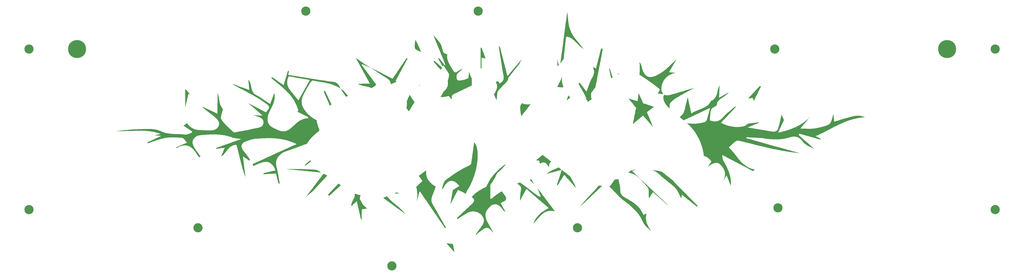
<source format=gbs>
G04 #@! TF.GenerationSoftware,KiCad,Pcbnew,(6.0.1-0)*
G04 #@! TF.CreationDate,2022-06-20T19:50:10-07:00*
G04 #@! TF.ProjectId,bottom,626f7474-6f6d-42e6-9b69-6361645f7063,rev?*
G04 #@! TF.SameCoordinates,Original*
G04 #@! TF.FileFunction,Soldermask,Bot*
G04 #@! TF.FilePolarity,Negative*
%FSLAX46Y46*%
G04 Gerber Fmt 4.6, Leading zero omitted, Abs format (unit mm)*
G04 Created by KiCad (PCBNEW (6.0.1-0)) date 2022-06-20 19:50:10*
%MOMM*%
%LPD*%
G01*
G04 APERTURE LIST*
%ADD10C,4.400000*%
%ADD11C,8.600000*%
G04 APERTURE END LIST*
G36*
X274351657Y-264900291D02*
G01*
X274351450Y-264943490D01*
X274347326Y-265024701D01*
X274339822Y-265134585D01*
X274329477Y-265263803D01*
X274323419Y-265347822D01*
X274315036Y-265536432D01*
X274310444Y-265756068D01*
X274309451Y-265996497D01*
X274311860Y-266247483D01*
X274317479Y-266498791D01*
X274326113Y-266740186D01*
X274337568Y-266961434D01*
X274351649Y-267152298D01*
X274368162Y-267302545D01*
X274388868Y-267444398D01*
X274477373Y-267947927D01*
X274585421Y-268428455D01*
X274711225Y-268879389D01*
X274852996Y-269294135D01*
X275008949Y-269666101D01*
X275041744Y-269739301D01*
X275078463Y-269830632D01*
X275100462Y-269898107D01*
X275103833Y-269930828D01*
X275091105Y-269935271D01*
X275033483Y-269940538D01*
X274935859Y-269943667D01*
X274804935Y-269944788D01*
X274647411Y-269944031D01*
X274469991Y-269941525D01*
X274279376Y-269937402D01*
X274082267Y-269931790D01*
X273885366Y-269924820D01*
X273695375Y-269916621D01*
X273518995Y-269907324D01*
X273362929Y-269897060D01*
X273316679Y-269893540D01*
X273067313Y-269871968D01*
X272835961Y-269847664D01*
X272627320Y-269821399D01*
X272446084Y-269793945D01*
X272296950Y-269766074D01*
X272184612Y-269738558D01*
X272113766Y-269712168D01*
X272089107Y-269687677D01*
X272098683Y-269664937D01*
X272129561Y-269601703D01*
X272179150Y-269503482D01*
X272244767Y-269375503D01*
X272323731Y-269222996D01*
X272413357Y-269051191D01*
X272510964Y-268865317D01*
X272825624Y-268255560D01*
X273190801Y-267515413D01*
X273537591Y-266776519D01*
X273860436Y-266050772D01*
X274153777Y-265350066D01*
X274163093Y-265327071D01*
X274220174Y-265187986D01*
X274270489Y-265068363D01*
X274311023Y-264975160D01*
X274338758Y-264915337D01*
X274350678Y-264895852D01*
X274351657Y-264900291D01*
G37*
G36*
X215120051Y-258816691D02*
G01*
X215124502Y-258820554D01*
X215404957Y-259064433D01*
X215669458Y-259295302D01*
X215915741Y-259511141D01*
X216141537Y-259709930D01*
X216344581Y-259889651D01*
X216522605Y-260048283D01*
X216673344Y-260183807D01*
X216794531Y-260294204D01*
X216883900Y-260377454D01*
X216939183Y-260431537D01*
X216958114Y-260454434D01*
X216952664Y-260478234D01*
X216919578Y-260549250D01*
X216857577Y-260657454D01*
X216767917Y-260800796D01*
X216651852Y-260977228D01*
X216510640Y-261184701D01*
X216472101Y-261240080D01*
X216398721Y-261342712D01*
X216337193Y-261425075D01*
X216293061Y-261479855D01*
X216271867Y-261499740D01*
X216263249Y-261492198D01*
X216223460Y-261450754D01*
X216153620Y-261375380D01*
X216056025Y-261268622D01*
X215932969Y-261133026D01*
X215786747Y-260971140D01*
X215619653Y-260785510D01*
X215433982Y-260578682D01*
X215232028Y-260353203D01*
X215016086Y-260111620D01*
X214788451Y-259856479D01*
X214551417Y-259590326D01*
X212852401Y-257680913D01*
X212979516Y-257535166D01*
X213054032Y-257451902D01*
X213132031Y-257368396D01*
X213194310Y-257305352D01*
X213281989Y-257221284D01*
X215120051Y-258816691D01*
G37*
G36*
X247367933Y-306878172D02*
G01*
X247341380Y-306930804D01*
X247288467Y-307013603D01*
X247213087Y-307121479D01*
X247119131Y-307249343D01*
X247010489Y-307392105D01*
X246891052Y-307544675D01*
X246764712Y-307701964D01*
X246635359Y-307858881D01*
X246506885Y-308010337D01*
X246383180Y-308151243D01*
X246037993Y-308531833D01*
X245596754Y-309003490D01*
X245175440Y-309435858D01*
X244771100Y-309831809D01*
X244380786Y-310194213D01*
X244001546Y-310525939D01*
X243630433Y-310829858D01*
X243597171Y-310856248D01*
X243513446Y-310924542D01*
X243441956Y-310988063D01*
X243379019Y-311052499D01*
X243320956Y-311123540D01*
X243264085Y-311206874D01*
X243204727Y-311308190D01*
X243139199Y-311433177D01*
X243063823Y-311587525D01*
X242974916Y-311776921D01*
X242868798Y-312007054D01*
X242693207Y-312380936D01*
X242367405Y-313035906D01*
X242023664Y-313681277D01*
X241666714Y-314308854D01*
X241301283Y-314910439D01*
X240932098Y-315477835D01*
X240563888Y-316002846D01*
X240470983Y-316132753D01*
X240374203Y-316273698D01*
X240287557Y-316405465D01*
X240217916Y-316517583D01*
X240172154Y-316599585D01*
X240077974Y-316789109D01*
X240061610Y-317261308D01*
X240058088Y-317378873D01*
X240054174Y-317541124D01*
X240050083Y-317739201D01*
X240045856Y-317969163D01*
X240041537Y-318227068D01*
X240037167Y-318508973D01*
X240032789Y-318810937D01*
X240028444Y-319129017D01*
X240024176Y-319459272D01*
X240020026Y-319797760D01*
X240016037Y-320140539D01*
X240012250Y-320483667D01*
X240008709Y-320823202D01*
X240005455Y-321155202D01*
X240002530Y-321475725D01*
X239999978Y-321780830D01*
X239997839Y-322066573D01*
X239996158Y-322329014D01*
X239994974Y-322564210D01*
X239994332Y-322768220D01*
X239994273Y-322937101D01*
X239994839Y-323066912D01*
X239996073Y-323153711D01*
X239998017Y-323193555D01*
X240002380Y-323217378D01*
X240029680Y-323311841D01*
X240065591Y-323390799D01*
X240100332Y-323439122D01*
X240146009Y-323466379D01*
X240218567Y-323472686D01*
X240242364Y-323472047D01*
X240313442Y-323462026D01*
X240390544Y-323437624D01*
X240478175Y-323395979D01*
X240580836Y-323334229D01*
X240703032Y-323249515D01*
X240849266Y-323138975D01*
X241024042Y-322999749D01*
X241231863Y-322828975D01*
X241672962Y-322470033D01*
X242287722Y-321990738D01*
X242933288Y-321509359D01*
X243599518Y-321033263D01*
X244276269Y-320569815D01*
X244953396Y-320126382D01*
X245080097Y-320046286D01*
X245217367Y-319961782D01*
X245335717Y-319891402D01*
X245429218Y-319838580D01*
X245491939Y-319806753D01*
X245517950Y-319799355D01*
X245517961Y-319799366D01*
X245536235Y-319823565D01*
X245580780Y-319884554D01*
X245648278Y-319977708D01*
X245735407Y-320098399D01*
X245838847Y-320242000D01*
X245955277Y-320403885D01*
X246081379Y-320579427D01*
X246213830Y-320763999D01*
X246349311Y-320952973D01*
X246484501Y-321141724D01*
X246616081Y-321325624D01*
X246740730Y-321500047D01*
X246855127Y-321660365D01*
X246955952Y-321801952D01*
X247039886Y-321920181D01*
X247103288Y-322013190D01*
X247218811Y-322199882D01*
X247326771Y-322395244D01*
X247421045Y-322587217D01*
X247495509Y-322763744D01*
X247544037Y-322912766D01*
X247558149Y-322976631D01*
X247580495Y-323149956D01*
X247586011Y-323333857D01*
X247574639Y-323508816D01*
X247546318Y-323655313D01*
X247510570Y-323750170D01*
X247434423Y-323895425D01*
X247336299Y-324044712D01*
X247226760Y-324182375D01*
X247116367Y-324292754D01*
X246895276Y-324460582D01*
X246630932Y-324624316D01*
X246336416Y-324775248D01*
X246299274Y-324792848D01*
X246180973Y-324851261D01*
X246033350Y-324926531D01*
X245867224Y-325013046D01*
X245693413Y-325105192D01*
X245522735Y-325197358D01*
X245478898Y-325221321D01*
X245310083Y-325314788D01*
X245181842Y-325388274D01*
X245090215Y-325444299D01*
X245031242Y-325485381D01*
X245000965Y-325514040D01*
X244995422Y-325532794D01*
X244995830Y-325533743D01*
X245012801Y-325566173D01*
X245052548Y-325639556D01*
X245113313Y-325750703D01*
X245193337Y-325896426D01*
X245290861Y-326073535D01*
X245404125Y-326278843D01*
X245531371Y-326509161D01*
X245670841Y-326761299D01*
X245820774Y-327032070D01*
X245979412Y-327318284D01*
X246144996Y-327616754D01*
X246167343Y-327657022D01*
X246331479Y-327953125D01*
X246487963Y-328236008D01*
X246635083Y-328502544D01*
X246771129Y-328749609D01*
X246894388Y-328974074D01*
X247003150Y-329172814D01*
X247095703Y-329342701D01*
X247170335Y-329480611D01*
X247225335Y-329583415D01*
X247258992Y-329647988D01*
X247269595Y-329671203D01*
X247266134Y-329672540D01*
X247228205Y-329663141D01*
X247159579Y-329634017D01*
X247070615Y-329590427D01*
X246971673Y-329537627D01*
X246873110Y-329480874D01*
X246785287Y-329425424D01*
X246602962Y-329283853D01*
X246402606Y-329088407D01*
X246191690Y-328843944D01*
X245969912Y-328550140D01*
X245900192Y-328452779D01*
X245753174Y-328250860D01*
X245623068Y-328078550D01*
X245502226Y-327926708D01*
X245383003Y-327786195D01*
X245257752Y-327647869D01*
X245118827Y-327502592D01*
X244958582Y-327341223D01*
X244846890Y-327232194D01*
X244545474Y-326960180D01*
X244251918Y-326730448D01*
X243959433Y-326538828D01*
X243661228Y-326381150D01*
X243350514Y-326253244D01*
X243020501Y-326150940D01*
X243010476Y-326148324D01*
X242826859Y-326112841D01*
X242611844Y-326089889D01*
X242381510Y-326079750D01*
X242151941Y-326082703D01*
X241939216Y-326099027D01*
X241759418Y-326129002D01*
X241605315Y-326168116D01*
X241251234Y-326283948D01*
X240910455Y-326434349D01*
X240578000Y-326622320D01*
X240248890Y-326850860D01*
X239918147Y-327122969D01*
X239580793Y-327441646D01*
X239353078Y-327677702D01*
X238978169Y-328107493D01*
X238650397Y-328541001D01*
X238370515Y-328977007D01*
X238139276Y-329414291D01*
X237957429Y-329851634D01*
X237825728Y-330287816D01*
X237774398Y-330524928D01*
X237714101Y-330964432D01*
X237698214Y-331410630D01*
X237727057Y-331865934D01*
X237800951Y-332332759D01*
X237920217Y-332813518D01*
X238085175Y-333310626D01*
X238296146Y-333826496D01*
X238306795Y-333850358D01*
X238335365Y-333913544D01*
X238365002Y-333977479D01*
X238397026Y-334044589D01*
X238432759Y-334117304D01*
X238473521Y-334198049D01*
X238520634Y-334289252D01*
X238575417Y-334393342D01*
X238639192Y-334512745D01*
X238713279Y-334649888D01*
X238799001Y-334807199D01*
X238897676Y-334987106D01*
X239010626Y-335192036D01*
X239139173Y-335424417D01*
X239284636Y-335686675D01*
X239448337Y-335981238D01*
X239631596Y-336310533D01*
X239835734Y-336676989D01*
X240062073Y-337083032D01*
X240311932Y-337531091D01*
X240413646Y-337713551D01*
X240582050Y-338016043D01*
X240742135Y-338304084D01*
X240892247Y-338574674D01*
X241030735Y-338824817D01*
X241155944Y-339051512D01*
X241266223Y-339251761D01*
X241359917Y-339422566D01*
X241435374Y-339560927D01*
X241490941Y-339663846D01*
X241524966Y-339728324D01*
X241535794Y-339751363D01*
X241530977Y-339749272D01*
X241498211Y-339720257D01*
X241440203Y-339662724D01*
X241363229Y-339582990D01*
X241273562Y-339487371D01*
X241239823Y-339451029D01*
X241081542Y-339282828D01*
X240909774Y-339103492D01*
X240730545Y-338919070D01*
X240549881Y-338735611D01*
X240373807Y-338559163D01*
X240208351Y-338395773D01*
X240059538Y-338251492D01*
X239933395Y-338132367D01*
X239835948Y-338044447D01*
X239666130Y-337901749D01*
X239401194Y-337700770D01*
X239149790Y-337541235D01*
X238907414Y-337423004D01*
X238669567Y-337345934D01*
X238431746Y-337309881D01*
X238189450Y-337314705D01*
X237938178Y-337360263D01*
X237673429Y-337446412D01*
X237390700Y-337573011D01*
X237085491Y-337739916D01*
X236753300Y-337946986D01*
X236449223Y-338151016D01*
X236086627Y-338405206D01*
X235693303Y-338691114D01*
X235272084Y-339006589D01*
X234825804Y-339349478D01*
X234357296Y-339717628D01*
X233869396Y-340108886D01*
X233364935Y-340521100D01*
X233251521Y-340614236D01*
X233125664Y-340716644D01*
X233017134Y-340803912D01*
X232931392Y-340871688D01*
X232873900Y-340915619D01*
X232850121Y-340931353D01*
X232848704Y-340930304D01*
X232857991Y-340901085D01*
X232889692Y-340836541D01*
X232940137Y-340743087D01*
X233005653Y-340627138D01*
X233082569Y-340495107D01*
X233167215Y-340353409D01*
X233255918Y-340208460D01*
X233345007Y-340066674D01*
X233442363Y-339915633D01*
X233566907Y-339727624D01*
X233695698Y-339539635D01*
X233834337Y-339343782D01*
X233988426Y-339132179D01*
X234163565Y-338896941D01*
X234365355Y-338630182D01*
X234450087Y-338518799D01*
X234713887Y-338171484D01*
X234949272Y-337860509D01*
X235158364Y-337582855D01*
X235343287Y-337335502D01*
X235506162Y-337115431D01*
X235649113Y-336919621D01*
X235774262Y-336745052D01*
X235883732Y-336588706D01*
X235979646Y-336447561D01*
X236064127Y-336318597D01*
X236139297Y-336198796D01*
X236207280Y-336085137D01*
X236270197Y-335974601D01*
X236330171Y-335864167D01*
X236389326Y-335750815D01*
X236548867Y-335422926D01*
X236716630Y-335023158D01*
X236842611Y-334646391D01*
X236927486Y-334290187D01*
X236971931Y-333952106D01*
X236976621Y-333629707D01*
X236966145Y-333500532D01*
X236936159Y-333319437D01*
X236885924Y-333128487D01*
X236812948Y-332919898D01*
X236714738Y-332685889D01*
X236588803Y-332418678D01*
X236432377Y-332118270D01*
X236254580Y-331822329D01*
X236061785Y-331550408D01*
X235843972Y-331288485D01*
X235591122Y-331022540D01*
X235303168Y-330756864D01*
X234905198Y-330449132D01*
X234481654Y-330182633D01*
X234036005Y-329958157D01*
X233571719Y-329776494D01*
X233092264Y-329638434D01*
X232601108Y-329544766D01*
X232101720Y-329496281D01*
X231597569Y-329493768D01*
X231092121Y-329538018D01*
X230588847Y-329629820D01*
X230091214Y-329769964D01*
X229943839Y-329820827D01*
X229743726Y-329896080D01*
X229541125Y-329980165D01*
X229329354Y-330076269D01*
X229101730Y-330187578D01*
X228851569Y-330317278D01*
X228572191Y-330468555D01*
X228256911Y-330644597D01*
X228182285Y-330686850D01*
X228062378Y-330755286D01*
X227945755Y-330822729D01*
X227829142Y-330891246D01*
X227709263Y-330962905D01*
X227582840Y-331039773D01*
X227446597Y-331123918D01*
X227297259Y-331217407D01*
X227131549Y-331322309D01*
X226946190Y-331440690D01*
X226737907Y-331574619D01*
X226503423Y-331726163D01*
X226239462Y-331897389D01*
X225942748Y-332090366D01*
X225610004Y-332307161D01*
X225237954Y-332549841D01*
X225175857Y-332590354D01*
X224925341Y-332753571D01*
X224713593Y-332891041D01*
X224537548Y-333004643D01*
X224394141Y-333096253D01*
X224280308Y-333167748D01*
X224192985Y-333221004D01*
X224129109Y-333257898D01*
X224085613Y-333280307D01*
X224059435Y-333290107D01*
X224047511Y-333289176D01*
X224046774Y-333279389D01*
X224090248Y-333128352D01*
X224140766Y-332959016D01*
X224190099Y-332799414D01*
X224235143Y-332659376D01*
X224272796Y-332548732D01*
X224299955Y-332477314D01*
X224314901Y-332449481D01*
X224340474Y-332413161D01*
X224378974Y-332366189D01*
X224432815Y-332306137D01*
X224504411Y-332230578D01*
X224596175Y-332137083D01*
X224710521Y-332023225D01*
X224849861Y-331886576D01*
X225016610Y-331724708D01*
X225213182Y-331535194D01*
X225441989Y-331315605D01*
X225705445Y-331063515D01*
X225707512Y-331061539D01*
X226171790Y-330618012D01*
X226603012Y-330206608D01*
X227004684Y-329824029D01*
X227380313Y-329466974D01*
X227733403Y-329132145D01*
X228067462Y-328816242D01*
X228385995Y-328515965D01*
X228692508Y-328228014D01*
X228990508Y-327949091D01*
X229283499Y-327675896D01*
X229574989Y-327405129D01*
X229868483Y-327133491D01*
X230167488Y-326857682D01*
X230475508Y-326574403D01*
X230633325Y-326428961D01*
X230889489Y-326190050D01*
X231111718Y-325978260D01*
X231303287Y-325789985D01*
X231467469Y-325621615D01*
X231607538Y-325469542D01*
X231726769Y-325330160D01*
X231828435Y-325199859D01*
X231915811Y-325075032D01*
X231992169Y-324952070D01*
X232060785Y-324827367D01*
X232106502Y-324736103D01*
X232176730Y-324571198D01*
X232219662Y-324420804D01*
X232239261Y-324268763D01*
X232239490Y-324098918D01*
X232234730Y-324012010D01*
X232224298Y-323918970D01*
X232204764Y-323838364D01*
X232171111Y-323751107D01*
X232118318Y-323638116D01*
X232085373Y-323571956D01*
X232038680Y-323488221D01*
X231987495Y-323412730D01*
X231923562Y-323334813D01*
X231838624Y-323243797D01*
X231724425Y-323129012D01*
X231693291Y-323098506D01*
X231573257Y-322985476D01*
X231449948Y-322875388D01*
X231336220Y-322779500D01*
X231244928Y-322709072D01*
X231195598Y-322673490D01*
X231119718Y-322616585D01*
X231067285Y-322574313D01*
X231047485Y-322553896D01*
X231049446Y-322550650D01*
X231078115Y-322519260D01*
X231137194Y-322459020D01*
X231221833Y-322374628D01*
X231327186Y-322270783D01*
X231448404Y-322152182D01*
X231580639Y-322023525D01*
X231719043Y-321889508D01*
X231858767Y-321754829D01*
X231994963Y-321624188D01*
X232122784Y-321502282D01*
X232237381Y-321393809D01*
X232333907Y-321303467D01*
X232407512Y-321235955D01*
X232456674Y-321191907D01*
X232859152Y-320846984D01*
X233298059Y-320495920D01*
X233762576Y-320146645D01*
X234241881Y-319807086D01*
X234725155Y-319485172D01*
X235201576Y-319188829D01*
X235301640Y-319129408D01*
X235531934Y-318995773D01*
X235769028Y-318862046D01*
X236007301Y-318731132D01*
X236241135Y-318605934D01*
X236464909Y-318489357D01*
X236673004Y-318384304D01*
X236859800Y-318293680D01*
X237019678Y-318220389D01*
X237147017Y-318167335D01*
X237236197Y-318137422D01*
X237268158Y-318128865D01*
X237512847Y-318034228D01*
X237738782Y-317894529D01*
X237940960Y-317713429D01*
X238114382Y-317494589D01*
X238118056Y-317488984D01*
X238161292Y-317416555D01*
X238222043Y-317306885D01*
X238296227Y-317167723D01*
X238379768Y-317006817D01*
X238468584Y-316831917D01*
X238558598Y-316650770D01*
X238588927Y-316589206D01*
X238981566Y-315823971D01*
X239384177Y-315099227D01*
X239802742Y-314405429D01*
X240243245Y-313733034D01*
X240711668Y-313072495D01*
X241213994Y-312414269D01*
X241244737Y-312375425D01*
X241792455Y-311712256D01*
X242380346Y-311051264D01*
X242998926Y-310402091D01*
X243638712Y-309774377D01*
X244290222Y-309177766D01*
X244943972Y-308621898D01*
X245040113Y-308544022D01*
X245171400Y-308438886D01*
X245324433Y-308317256D01*
X245494074Y-308183143D01*
X245675184Y-308040558D01*
X245862625Y-307893511D01*
X246051257Y-307746013D01*
X246235943Y-307602076D01*
X246411544Y-307465710D01*
X246572921Y-307340925D01*
X246714936Y-307231734D01*
X246832449Y-307142146D01*
X246920324Y-307076172D01*
X246973420Y-307037824D01*
X247018623Y-307009123D01*
X247103286Y-306962269D01*
X247192957Y-306918650D01*
X247275312Y-306883749D01*
X247338025Y-306863046D01*
X247368770Y-306862021D01*
X247367933Y-306878172D01*
G37*
G36*
X235824202Y-250894612D02*
G01*
X235824448Y-250895290D01*
X235836391Y-250927481D01*
X235864860Y-251003937D01*
X235908696Y-251121548D01*
X235966737Y-251277205D01*
X236037826Y-251467800D01*
X236120801Y-251690224D01*
X236214504Y-251941368D01*
X236317774Y-252218124D01*
X236429451Y-252517382D01*
X236548376Y-252836034D01*
X236673389Y-253170972D01*
X236803330Y-253519086D01*
X236818570Y-253559918D01*
X236947637Y-253906084D01*
X237071298Y-254238400D01*
X237188423Y-254553791D01*
X237297880Y-254849182D01*
X237398536Y-255121497D01*
X237489261Y-255367662D01*
X237568923Y-255584602D01*
X237636390Y-255769242D01*
X237690531Y-255918506D01*
X237730214Y-256029321D01*
X237754307Y-256098610D01*
X237761679Y-256123299D01*
X237761240Y-256123421D01*
X237730889Y-256119391D01*
X237657887Y-256106797D01*
X237548862Y-256086927D01*
X237410443Y-256061066D01*
X237249260Y-256030500D01*
X237071941Y-255996517D01*
X236885116Y-255960400D01*
X236695413Y-255923438D01*
X236509462Y-255886915D01*
X236333891Y-255852118D01*
X236175330Y-255820333D01*
X236040407Y-255792846D01*
X235935752Y-255770943D01*
X235867994Y-255755911D01*
X235810672Y-255742318D01*
X235810672Y-260863467D01*
X235377444Y-260863467D01*
X235383877Y-255921395D01*
X235390311Y-250979323D01*
X235601881Y-250921828D01*
X235657137Y-250907274D01*
X235749555Y-250886890D01*
X235803162Y-250882924D01*
X235824202Y-250894612D01*
G37*
G36*
X277492097Y-273783477D02*
G01*
X277516839Y-273808990D01*
X277563667Y-273868517D01*
X277627948Y-273955332D01*
X277705051Y-274062707D01*
X277790343Y-274183916D01*
X277879192Y-274312232D01*
X277966965Y-274440927D01*
X278049031Y-274563275D01*
X278120757Y-274672549D01*
X278177512Y-274762022D01*
X278214661Y-274824967D01*
X278227575Y-274854658D01*
X278224311Y-274859837D01*
X278190209Y-274894050D01*
X278122135Y-274955962D01*
X278023951Y-275042272D01*
X277899520Y-275149679D01*
X277752701Y-275274884D01*
X277587358Y-275414587D01*
X277407352Y-275565487D01*
X277216544Y-275724284D01*
X277018796Y-275887678D01*
X277004112Y-275899756D01*
X276887222Y-275995102D01*
X276784998Y-276077120D01*
X276703561Y-276141000D01*
X276649035Y-276181931D01*
X276627543Y-276195101D01*
X276626836Y-276194366D01*
X276625639Y-276160484D01*
X276637745Y-276087340D01*
X276660910Y-275983439D01*
X276692886Y-275857282D01*
X276731426Y-275717373D01*
X276774286Y-275572216D01*
X276819217Y-275430312D01*
X276863974Y-275300166D01*
X276867468Y-275290517D01*
X276936594Y-275103193D01*
X277011058Y-274907353D01*
X277088284Y-274709240D01*
X277165696Y-274515098D01*
X277240717Y-274331170D01*
X277310773Y-274163702D01*
X277373285Y-274018935D01*
X277425680Y-273903115D01*
X277465380Y-273822484D01*
X277489809Y-273783288D01*
X277492097Y-273783477D01*
G37*
G36*
X292073632Y-317117841D02*
G01*
X292123766Y-317120938D01*
X292241229Y-317127698D01*
X292392842Y-317136025D01*
X292568177Y-317145359D01*
X292756807Y-317155139D01*
X292948304Y-317164806D01*
X293097623Y-317172704D01*
X293256859Y-317182285D01*
X293391917Y-317191687D01*
X293496117Y-317200397D01*
X293562777Y-317207903D01*
X293585214Y-317213691D01*
X293577684Y-317221346D01*
X293536430Y-317261138D01*
X293460516Y-317333615D01*
X293351413Y-317437386D01*
X293210592Y-317571060D01*
X293039523Y-317733246D01*
X292839678Y-317922555D01*
X292612526Y-318137594D01*
X292359538Y-318376975D01*
X292082185Y-318639305D01*
X291781938Y-318923195D01*
X291460267Y-319227253D01*
X291118643Y-319550090D01*
X290758536Y-319890314D01*
X290381418Y-320246534D01*
X289988758Y-320617361D01*
X289582027Y-321001404D01*
X289162696Y-321397271D01*
X288732235Y-321803573D01*
X288292116Y-322218918D01*
X288014043Y-322481293D01*
X287579912Y-322890820D01*
X287156343Y-323290271D01*
X286744807Y-323678261D01*
X286346774Y-324053408D01*
X285963715Y-324414329D01*
X285597098Y-324759642D01*
X285248396Y-325087964D01*
X284919078Y-325397912D01*
X284610614Y-325688103D01*
X284324476Y-325957155D01*
X284062132Y-326203684D01*
X283825054Y-326426309D01*
X283614711Y-326623646D01*
X283432575Y-326794313D01*
X283280114Y-326936927D01*
X283158801Y-327050104D01*
X283070104Y-327132464D01*
X283015495Y-327182622D01*
X282996443Y-327199196D01*
X282997777Y-327193013D01*
X283022744Y-327152943D01*
X283075042Y-327079757D01*
X283151311Y-326977723D01*
X283248191Y-326851106D01*
X283362322Y-326704173D01*
X283490345Y-326541190D01*
X283628898Y-326366424D01*
X283774623Y-326184142D01*
X283924159Y-325998609D01*
X284074147Y-325814092D01*
X284221226Y-325634857D01*
X284362037Y-325465172D01*
X284473246Y-325332409D01*
X284660982Y-325110139D01*
X284849242Y-324889789D01*
X285040528Y-324668620D01*
X285237344Y-324443890D01*
X285442192Y-324212859D01*
X285657577Y-323972786D01*
X285886001Y-323720931D01*
X286129968Y-323454553D01*
X286391980Y-323170911D01*
X286674540Y-322867265D01*
X286980153Y-322540873D01*
X287311321Y-322188997D01*
X287670547Y-321808894D01*
X288060334Y-321397824D01*
X288483186Y-320953046D01*
X288580752Y-320850518D01*
X288913784Y-320500264D01*
X289214679Y-320183178D01*
X289485900Y-319896467D01*
X289729910Y-319637339D01*
X289949173Y-319403000D01*
X290146151Y-319190659D01*
X290323308Y-318997523D01*
X290483107Y-318820798D01*
X290628010Y-318657694D01*
X290760481Y-318505416D01*
X290882983Y-318361172D01*
X290997979Y-318222170D01*
X291107932Y-318085617D01*
X291215305Y-317948721D01*
X291322562Y-317808688D01*
X291432164Y-317662727D01*
X291546576Y-317508044D01*
X291668261Y-317341847D01*
X291842610Y-317102891D01*
X292073632Y-317117841D01*
G37*
G36*
X94997022Y-271927502D02*
G01*
X95048003Y-271984783D01*
X95232830Y-272192897D01*
X95406219Y-272388820D01*
X95565356Y-272569333D01*
X95707429Y-272731214D01*
X95829623Y-272871241D01*
X95929126Y-272986193D01*
X96003123Y-273072848D01*
X96048802Y-273127986D01*
X96063348Y-273148386D01*
X96062863Y-273148711D01*
X96031268Y-273150670D01*
X95959788Y-273148623D01*
X95858525Y-273143008D01*
X95737580Y-273134263D01*
X95728498Y-273133546D01*
X95608161Y-273125540D01*
X95507788Y-273121506D01*
X95437635Y-273121690D01*
X95407960Y-273126341D01*
X95407435Y-273127549D01*
X95397995Y-273162718D01*
X95377974Y-273244017D01*
X95348059Y-273368500D01*
X95308941Y-273533220D01*
X95261309Y-273735230D01*
X95205850Y-273971583D01*
X95143255Y-274239334D01*
X95074213Y-274535536D01*
X94999412Y-274857241D01*
X94919542Y-275201504D01*
X94835291Y-275565377D01*
X94747350Y-275945915D01*
X94656406Y-276340171D01*
X93919699Y-279536814D01*
X93913190Y-277341133D01*
X93912589Y-277118038D01*
X93911718Y-276691500D01*
X93911080Y-276230639D01*
X93910678Y-275746026D01*
X93910510Y-275248233D01*
X93910577Y-274747829D01*
X93910878Y-274255386D01*
X93911414Y-273781474D01*
X93912184Y-273336664D01*
X93913190Y-272931528D01*
X93919699Y-270717604D01*
X94997022Y-271927502D01*
G37*
G36*
X309834868Y-309417117D02*
G01*
X309830418Y-309419425D01*
X309788132Y-309435765D01*
X309707364Y-309464840D01*
X309595292Y-309504125D01*
X309459095Y-309551092D01*
X309305953Y-309603216D01*
X309194836Y-309641194D01*
X308999631Y-309709616D01*
X308805794Y-309779500D01*
X308619170Y-309848576D01*
X308445604Y-309914572D01*
X308290943Y-309975218D01*
X308161031Y-310028244D01*
X308061714Y-310071380D01*
X307998838Y-310102355D01*
X307978248Y-310118898D01*
X307988896Y-310129718D01*
X308034538Y-310174039D01*
X308115052Y-310251515D01*
X308229277Y-310361042D01*
X308376054Y-310501514D01*
X308554222Y-310671823D01*
X308762620Y-310870865D01*
X309000087Y-311097533D01*
X309265463Y-311350721D01*
X309557587Y-311629324D01*
X309875298Y-311932235D01*
X310217436Y-312258349D01*
X310582841Y-312606558D01*
X310970351Y-312975758D01*
X311378806Y-313364843D01*
X311807046Y-313772706D01*
X312253909Y-314198241D01*
X312718235Y-314640343D01*
X313198864Y-315097905D01*
X313694635Y-315569822D01*
X314204386Y-316054987D01*
X314726959Y-316552295D01*
X315261191Y-317060639D01*
X315805923Y-317578914D01*
X316359993Y-318106013D01*
X316741834Y-318469254D01*
X317292164Y-318992805D01*
X317833172Y-319507521D01*
X318363659Y-320012259D01*
X318882424Y-320505877D01*
X319388270Y-320987235D01*
X319879996Y-321455189D01*
X320356404Y-321908599D01*
X320816295Y-322346321D01*
X321258468Y-322767215D01*
X321681726Y-323170139D01*
X322084869Y-323553951D01*
X322466697Y-323917509D01*
X322826012Y-324259671D01*
X323161614Y-324579295D01*
X323472305Y-324875240D01*
X323756884Y-325146363D01*
X324014153Y-325391524D01*
X324242913Y-325609580D01*
X324441964Y-325799389D01*
X324610108Y-325959809D01*
X324746145Y-326089699D01*
X324848875Y-326187917D01*
X324917101Y-326253321D01*
X324949621Y-326284769D01*
X325025093Y-326362029D01*
X325093518Y-326438945D01*
X325135540Y-326495181D01*
X325145560Y-326523902D01*
X325138163Y-326533753D01*
X325107234Y-326552245D01*
X325090284Y-326538860D01*
X325036973Y-326493261D01*
X324949192Y-326416918D01*
X324828814Y-326311491D01*
X324677713Y-326178638D01*
X324497762Y-326020016D01*
X324290836Y-325837283D01*
X324058808Y-325632097D01*
X323803552Y-325406118D01*
X323526942Y-325161001D01*
X323230851Y-324898407D01*
X322917153Y-324619992D01*
X322587723Y-324327414D01*
X322244433Y-324022333D01*
X321889157Y-323706405D01*
X321523769Y-323381289D01*
X321329965Y-323208799D01*
X320913251Y-322837969D01*
X320532235Y-322499017D01*
X320185302Y-322190543D01*
X319870837Y-321911148D01*
X319587227Y-321659431D01*
X319332857Y-321433993D01*
X319106111Y-321233434D01*
X318905376Y-321056355D01*
X318729037Y-320901355D01*
X318575480Y-320767035D01*
X318443089Y-320651996D01*
X318330250Y-320554836D01*
X318235350Y-320474157D01*
X318156772Y-320408559D01*
X318092904Y-320356642D01*
X318042129Y-320317007D01*
X318002834Y-320288253D01*
X317973404Y-320268981D01*
X317952224Y-320257790D01*
X317937681Y-320253282D01*
X317928159Y-320254057D01*
X317922043Y-320258714D01*
X317914214Y-320269680D01*
X317879837Y-320320786D01*
X317821481Y-320409030D01*
X317741511Y-320530786D01*
X317642295Y-320682430D01*
X317526199Y-320860338D01*
X317395591Y-321060884D01*
X317252838Y-321280445D01*
X317100305Y-321515394D01*
X316940361Y-321762108D01*
X316846832Y-321906361D01*
X316692133Y-322144437D01*
X316546755Y-322367523D01*
X316412984Y-322572147D01*
X316293106Y-322754835D01*
X316189410Y-322912112D01*
X316104180Y-323040506D01*
X316039705Y-323136542D01*
X315998271Y-323196748D01*
X315982164Y-323217649D01*
X315974788Y-323211794D01*
X315966336Y-323185684D01*
X315958682Y-323136129D01*
X315951730Y-323060385D01*
X315945380Y-322955704D01*
X315939535Y-322819343D01*
X315934098Y-322648554D01*
X315928969Y-322440593D01*
X315924052Y-322192713D01*
X315919248Y-321902169D01*
X315914460Y-321566214D01*
X315909589Y-321182104D01*
X315905243Y-320834344D01*
X315900781Y-320514652D01*
X315896154Y-320237362D01*
X315891089Y-319998120D01*
X315885312Y-319792573D01*
X315878550Y-319616367D01*
X315870530Y-319465149D01*
X315860977Y-319334565D01*
X315849618Y-319220263D01*
X315836179Y-319117887D01*
X315820388Y-319023085D01*
X315801970Y-318931503D01*
X315780651Y-318838787D01*
X315756159Y-318740585D01*
X315743129Y-318690610D01*
X315699127Y-318539089D01*
X315650429Y-318403736D01*
X315592500Y-318277159D01*
X315520806Y-318151965D01*
X315430812Y-318020762D01*
X315317982Y-317876157D01*
X315177783Y-317710759D01*
X315005679Y-317517175D01*
X314960786Y-317467146D01*
X314843230Y-317334589D01*
X314701459Y-317173107D01*
X314541373Y-316989499D01*
X314368875Y-316790563D01*
X314189865Y-316583095D01*
X314010246Y-316373895D01*
X313835920Y-316169760D01*
X313814075Y-316144109D01*
X313458956Y-315729063D01*
X313131978Y-315351036D01*
X312830224Y-315007004D01*
X312550780Y-314693943D01*
X312290728Y-314408829D01*
X312047152Y-314148638D01*
X311817137Y-313910345D01*
X311597767Y-313690928D01*
X311386124Y-313487362D01*
X311179294Y-313296623D01*
X310974360Y-313115688D01*
X310768406Y-312941531D01*
X310558515Y-312771130D01*
X310416312Y-312660034D01*
X309891522Y-312285892D01*
X309351488Y-311955262D01*
X308799006Y-311669373D01*
X308236871Y-311429452D01*
X307667878Y-311236728D01*
X307094823Y-311092426D01*
X306520501Y-310997776D01*
X306446084Y-310988613D01*
X306351435Y-310976398D01*
X306285228Y-310967135D01*
X306258544Y-310962323D01*
X306266454Y-310946552D01*
X306298799Y-310894921D01*
X306351797Y-310814017D01*
X306420968Y-310710662D01*
X306501834Y-310591680D01*
X306506349Y-310585089D01*
X306627327Y-310413431D01*
X306736399Y-310273163D01*
X306841342Y-310159353D01*
X306949933Y-310067069D01*
X307069948Y-309991380D01*
X307209166Y-309927355D01*
X307375362Y-309870062D01*
X307576314Y-309814569D01*
X307819799Y-309755946D01*
X307892463Y-309739576D01*
X308047121Y-309706778D01*
X308222538Y-309671674D01*
X308412813Y-309635258D01*
X308612049Y-309598520D01*
X308814343Y-309562454D01*
X309013798Y-309528050D01*
X309204512Y-309496301D01*
X309380587Y-309468200D01*
X309536121Y-309444737D01*
X309665217Y-309426905D01*
X309761973Y-309415697D01*
X309820490Y-309412103D01*
X309834868Y-309417117D01*
G37*
G36*
X212710147Y-244827090D02*
G01*
X212711847Y-244828564D01*
X212713364Y-244829399D01*
X212722367Y-244837506D01*
X212759724Y-244877831D01*
X212820560Y-244946201D01*
X212899135Y-245036140D01*
X212989709Y-245141173D01*
X213000347Y-245153555D01*
X213083099Y-245248878D01*
X213193441Y-245374726D01*
X213325808Y-245524816D01*
X213474638Y-245692864D01*
X213634367Y-245872587D01*
X213799432Y-246057701D01*
X213964270Y-246241924D01*
X214060455Y-246349373D01*
X214400786Y-246732671D01*
X214707981Y-247084697D01*
X214984364Y-247409144D01*
X215232257Y-247709705D01*
X215453984Y-247990074D01*
X215651870Y-248253942D01*
X215828237Y-248505005D01*
X215985410Y-248746953D01*
X216125711Y-248983482D01*
X216251466Y-249218283D01*
X216364996Y-249455051D01*
X216468626Y-249697477D01*
X216564680Y-249949256D01*
X216655481Y-250214079D01*
X216743352Y-250495642D01*
X216830618Y-250797635D01*
X216901515Y-251050527D01*
X216993059Y-251375385D01*
X217073513Y-251658198D01*
X217144206Y-251903145D01*
X217206466Y-252114403D01*
X217261620Y-252296148D01*
X217310996Y-252452558D01*
X217355923Y-252587810D01*
X217397728Y-252706082D01*
X217437739Y-252811551D01*
X217477284Y-252908394D01*
X217517692Y-253000788D01*
X217560290Y-253092911D01*
X217601652Y-253172793D01*
X217663558Y-253266515D01*
X217739448Y-253351534D01*
X217835050Y-253431974D01*
X217956092Y-253511960D01*
X218108305Y-253595617D01*
X218297416Y-253687067D01*
X218529153Y-253790437D01*
X218548424Y-253798819D01*
X218701956Y-253866399D01*
X218862345Y-253938179D01*
X219011687Y-254006092D01*
X219132078Y-254062073D01*
X219207378Y-254097887D01*
X219291567Y-254139860D01*
X219342073Y-254170547D01*
X219366468Y-254196259D01*
X219372326Y-254223306D01*
X219367218Y-254257997D01*
X219366348Y-254263052D01*
X219360771Y-254319567D01*
X219354544Y-254416307D01*
X219348131Y-254544190D01*
X219341996Y-254694133D01*
X219336604Y-254857054D01*
X219331718Y-255076293D01*
X219331515Y-255259366D01*
X219336445Y-255418971D01*
X219346931Y-255568759D01*
X219363396Y-255722385D01*
X219384493Y-255880265D01*
X219456807Y-256291261D01*
X219555351Y-256702201D01*
X219682363Y-257120005D01*
X219840082Y-257551594D01*
X220030746Y-258003888D01*
X220256594Y-258483808D01*
X220285731Y-258542682D01*
X220369810Y-258709105D01*
X220459403Y-258881124D01*
X220556328Y-259061851D01*
X220662402Y-259254402D01*
X220779445Y-259461888D01*
X220909273Y-259687426D01*
X221053705Y-259934127D01*
X221214559Y-260205107D01*
X221393651Y-260503479D01*
X221592801Y-260832356D01*
X221813826Y-261194852D01*
X222058544Y-261594082D01*
X222328773Y-262033158D01*
X222417209Y-262164402D01*
X222547627Y-262326904D01*
X222687102Y-262471960D01*
X222825998Y-262589759D01*
X222954680Y-262670488D01*
X223102509Y-262729097D01*
X223270407Y-262762193D01*
X223446319Y-262760825D01*
X223633956Y-262723914D01*
X223837029Y-262650382D01*
X224059251Y-262539151D01*
X224304333Y-262389140D01*
X224575987Y-262199272D01*
X224584868Y-262192756D01*
X224761628Y-262065670D01*
X224936914Y-261945231D01*
X225118574Y-261826555D01*
X225314456Y-261704754D01*
X225532412Y-261574942D01*
X225780289Y-261432232D01*
X226065938Y-261271739D01*
X226182287Y-261206869D01*
X226334045Y-261121981D01*
X226470135Y-261045548D01*
X226583339Y-260981636D01*
X226666440Y-260934313D01*
X226712219Y-260907643D01*
X226732773Y-260895241D01*
X226775151Y-260871945D01*
X226785377Y-260875059D01*
X226771884Y-260904078D01*
X226745164Y-260944584D01*
X226684827Y-261021946D01*
X226601470Y-261121017D01*
X226502239Y-261233711D01*
X226394284Y-261351943D01*
X226284753Y-261467628D01*
X226180793Y-261572680D01*
X226127738Y-261623556D01*
X226024685Y-261719070D01*
X225896912Y-261834868D01*
X225752721Y-261963503D01*
X225600413Y-262097534D01*
X225448290Y-262229516D01*
X225286729Y-262369521D01*
X225012622Y-262613128D01*
X224775933Y-262833892D01*
X224573947Y-263036116D01*
X224403949Y-263224106D01*
X224263225Y-263402164D01*
X224149060Y-263574594D01*
X224058739Y-263745700D01*
X223989548Y-263919786D01*
X223938771Y-264101156D01*
X223903694Y-264294113D01*
X223881603Y-264502961D01*
X223869782Y-264732004D01*
X223868336Y-264780065D01*
X223865116Y-264947985D01*
X223866755Y-265084306D01*
X223874087Y-265204396D01*
X223887946Y-265323623D01*
X223909167Y-265457355D01*
X223924979Y-265543972D01*
X223978113Y-265782047D01*
X224040514Y-265997470D01*
X224109907Y-266184600D01*
X224184021Y-266337797D01*
X224260581Y-266451417D01*
X224337314Y-266519821D01*
X224338178Y-266520316D01*
X224404474Y-266549019D01*
X224500155Y-266579797D01*
X224604817Y-266606069D01*
X224684202Y-266619031D01*
X224844240Y-266632137D01*
X225042548Y-266637044D01*
X225271884Y-266634163D01*
X225525005Y-266623904D01*
X225794670Y-266606679D01*
X226073636Y-266582897D01*
X226354661Y-266552969D01*
X226630504Y-266517306D01*
X226893922Y-266476318D01*
X226993910Y-266457857D01*
X227137930Y-266426006D01*
X227290811Y-266385492D01*
X227460118Y-266333971D01*
X227653419Y-266269102D01*
X227878279Y-266188543D01*
X228142267Y-266089952D01*
X228189512Y-266072068D01*
X228383957Y-265998738D01*
X228586204Y-265922844D01*
X228782401Y-265849563D01*
X228958696Y-265784072D01*
X229101238Y-265731548D01*
X229209609Y-265691708D01*
X229323362Y-265648630D01*
X229401443Y-265616000D01*
X229450975Y-265589876D01*
X229479082Y-265566316D01*
X229492888Y-265541376D01*
X229499516Y-265511115D01*
X229502463Y-265489078D01*
X229511163Y-265417576D01*
X229524598Y-265303654D01*
X229542208Y-265152152D01*
X229563439Y-264967907D01*
X229587732Y-264755760D01*
X229614531Y-264520549D01*
X229643279Y-264267113D01*
X229673418Y-264000291D01*
X229695737Y-263803440D01*
X229724774Y-263550825D01*
X229752067Y-263317303D01*
X229777063Y-263107374D01*
X229799214Y-262925538D01*
X229817969Y-262776296D01*
X229832779Y-262664147D01*
X229843092Y-262593591D01*
X229848359Y-262569130D01*
X229852860Y-262575647D01*
X229873442Y-262620973D01*
X229907528Y-262703798D01*
X229952432Y-262817391D01*
X230005474Y-262955022D01*
X230063969Y-263109962D01*
X230082021Y-263158016D01*
X230142342Y-263316587D01*
X230217072Y-263510835D01*
X230302919Y-263732310D01*
X230396591Y-263972561D01*
X230494797Y-264223138D01*
X230594245Y-264475590D01*
X230691645Y-264721467D01*
X231117278Y-265792594D01*
X231126658Y-267425884D01*
X231128059Y-267671873D01*
X231129631Y-267965171D01*
X231130731Y-268213990D01*
X231131267Y-268422033D01*
X231131144Y-268593004D01*
X231130269Y-268730604D01*
X231128548Y-268838537D01*
X231125887Y-268920503D01*
X231122192Y-268980207D01*
X231117371Y-269021351D01*
X231111329Y-269047637D01*
X231103972Y-269062767D01*
X231095207Y-269070445D01*
X231084940Y-269074372D01*
X231076193Y-269078081D01*
X231025692Y-269101620D01*
X230933169Y-269145677D01*
X230801123Y-269209041D01*
X230632051Y-269290501D01*
X230428451Y-269388846D01*
X230192820Y-269502867D01*
X229927656Y-269631351D01*
X229635457Y-269773089D01*
X229318721Y-269926870D01*
X228979945Y-270091484D01*
X228621628Y-270265719D01*
X228246267Y-270448365D01*
X227856359Y-270638212D01*
X227454403Y-270834048D01*
X227350806Y-270884534D01*
X226939167Y-271085084D01*
X226533777Y-271282502D01*
X226137677Y-271475312D01*
X225753908Y-271662037D01*
X225385511Y-271841199D01*
X225035529Y-272011321D01*
X224707001Y-272170927D01*
X224402971Y-272318538D01*
X224126478Y-272452678D01*
X223880565Y-272571869D01*
X223668272Y-272674634D01*
X223492641Y-272759496D01*
X223356713Y-272824978D01*
X223263530Y-272869602D01*
X223137566Y-272929587D01*
X222955768Y-273016220D01*
X222780476Y-273099817D01*
X222621562Y-273175666D01*
X222488903Y-273239055D01*
X222392373Y-273285274D01*
X222344844Y-273308726D01*
X222108938Y-273449528D01*
X221919360Y-273609897D01*
X221774663Y-273792019D01*
X221673406Y-273998076D01*
X221614143Y-274230254D01*
X221595431Y-274490737D01*
X221595280Y-274508661D01*
X221592269Y-274594382D01*
X221585879Y-274717564D01*
X221576707Y-274868160D01*
X221565354Y-275036125D01*
X221552420Y-275211413D01*
X221545972Y-275293166D01*
X221532842Y-275448303D01*
X221520393Y-275581356D01*
X221509362Y-275685154D01*
X221500483Y-275752524D01*
X221494492Y-275776294D01*
X221493392Y-275775996D01*
X221466465Y-275749979D01*
X221410983Y-275682320D01*
X221327181Y-275573328D01*
X221215291Y-275423311D01*
X221075548Y-275232580D01*
X220908186Y-275001443D01*
X220859118Y-274933655D01*
X220713869Y-274737749D01*
X220589306Y-274579369D01*
X220480686Y-274454131D01*
X220383268Y-274357648D01*
X220292308Y-274285536D01*
X220203064Y-274233409D01*
X220110795Y-274196882D01*
X220010757Y-274171570D01*
X219992715Y-274168245D01*
X219936706Y-274161803D01*
X219871775Y-274160868D01*
X219792852Y-274166264D01*
X219694865Y-274178814D01*
X219572742Y-274199341D01*
X219421413Y-274228670D01*
X219235804Y-274267623D01*
X219010845Y-274317025D01*
X218741464Y-274377700D01*
X218556123Y-274419325D01*
X218320673Y-274470016D01*
X218117676Y-274509932D01*
X217937145Y-274540327D01*
X217769087Y-274562453D01*
X217603515Y-274577563D01*
X217430437Y-274586909D01*
X217239864Y-274591744D01*
X217021805Y-274593320D01*
X216992410Y-274593356D01*
X216766315Y-274592679D01*
X216585830Y-274589844D01*
X216446190Y-274584291D01*
X216342627Y-274575462D01*
X216270375Y-274562798D01*
X216224667Y-274545739D01*
X216200738Y-274523727D01*
X216193821Y-274496201D01*
X216196192Y-274484405D01*
X216220861Y-274430019D01*
X216268071Y-274347059D01*
X216332530Y-274244504D01*
X216408941Y-274131334D01*
X216569068Y-273896510D01*
X216842115Y-273472747D01*
X217115474Y-273020742D01*
X217381294Y-272553634D01*
X217631726Y-272084563D01*
X217666380Y-272017536D01*
X217727061Y-271902943D01*
X217774896Y-271820407D01*
X217816759Y-271760795D01*
X217859527Y-271714973D01*
X217910075Y-271673806D01*
X217975279Y-271628160D01*
X218040698Y-271580625D01*
X218173521Y-271471884D01*
X218321481Y-271338818D01*
X218474292Y-271191481D01*
X218621672Y-271039923D01*
X218753335Y-270894198D01*
X218858998Y-270764358D01*
X218884673Y-270729226D01*
X218987049Y-270572839D01*
X219095794Y-270385188D01*
X219203955Y-270179908D01*
X219304580Y-269970633D01*
X219390717Y-269770999D01*
X219455414Y-269594640D01*
X219506871Y-269422410D01*
X219604409Y-268990648D01*
X219666660Y-268534447D01*
X219692955Y-268063079D01*
X219682623Y-267585813D01*
X219634993Y-267111920D01*
X219631429Y-267086289D01*
X219624850Y-267027753D01*
X219623409Y-266973963D01*
X219628655Y-266915991D01*
X219642137Y-266844911D01*
X219665405Y-266751795D01*
X219700007Y-266627717D01*
X219747494Y-266463750D01*
X219785335Y-266333129D01*
X219877038Y-266009764D01*
X219958036Y-265713855D01*
X220027256Y-265449572D01*
X220083623Y-265221083D01*
X220126063Y-265032558D01*
X220153501Y-264888166D01*
X220162137Y-264830441D01*
X220179498Y-264689333D01*
X220195915Y-264525676D01*
X220210693Y-264349915D01*
X220223136Y-264172496D01*
X220232549Y-264003864D01*
X220238236Y-263854465D01*
X220239500Y-263734744D01*
X220235646Y-263655148D01*
X220234005Y-263635842D01*
X220233446Y-263618784D01*
X220232872Y-263603235D01*
X220231031Y-263587181D01*
X220226673Y-263568607D01*
X220218547Y-263545497D01*
X220205402Y-263515836D01*
X220185987Y-263477608D01*
X220159050Y-263428798D01*
X220123341Y-263367390D01*
X220077610Y-263291370D01*
X220020604Y-263198722D01*
X219951073Y-263087430D01*
X219867766Y-262955479D01*
X219769432Y-262800854D01*
X219654819Y-262621540D01*
X219522678Y-262415521D01*
X219371757Y-262180781D01*
X219200805Y-261915305D01*
X219008571Y-261617079D01*
X218793804Y-261284086D01*
X218555252Y-260914311D01*
X218291666Y-260505739D01*
X218001794Y-260056355D01*
X217892025Y-259886715D01*
X217785671Y-259723491D01*
X217690859Y-259579141D01*
X217610773Y-259458464D01*
X217548600Y-259366259D01*
X217507525Y-259307326D01*
X217490735Y-259286465D01*
X217489736Y-259286827D01*
X217471698Y-259313396D01*
X217438538Y-259374674D01*
X217395236Y-259460280D01*
X217346777Y-259559836D01*
X217298143Y-259662962D01*
X217254316Y-259759280D01*
X217220280Y-259838409D01*
X217201016Y-259889970D01*
X217186316Y-259925934D01*
X217166578Y-259946336D01*
X217165455Y-259945312D01*
X217146148Y-259914248D01*
X217105123Y-259842418D01*
X217044248Y-259733243D01*
X216965392Y-259590148D01*
X216870424Y-259416556D01*
X216761212Y-259215889D01*
X216639625Y-258991572D01*
X216507531Y-258747027D01*
X216366799Y-258485677D01*
X216219298Y-258210945D01*
X216211394Y-258196203D01*
X216060253Y-257914297D01*
X215913371Y-257640356D01*
X215772947Y-257378481D01*
X215641182Y-257132773D01*
X215520274Y-256907333D01*
X215412423Y-256706262D01*
X215319828Y-256533659D01*
X215244689Y-256393627D01*
X215189205Y-256290266D01*
X215155576Y-256227677D01*
X215021743Y-255978901D01*
X215178703Y-255872418D01*
X215252727Y-255823889D01*
X215308703Y-255793746D01*
X215342393Y-255787796D01*
X215363489Y-255802364D01*
X215365412Y-255804864D01*
X215397169Y-255845156D01*
X215456846Y-255920098D01*
X215541596Y-256026148D01*
X215648571Y-256159767D01*
X215774925Y-256317412D01*
X215917809Y-256495542D01*
X216074378Y-256690617D01*
X216241784Y-256899094D01*
X216417179Y-257117433D01*
X216597717Y-257342092D01*
X216780550Y-257569531D01*
X216962832Y-257796207D01*
X217141715Y-258018580D01*
X217314353Y-258233109D01*
X217477897Y-258436252D01*
X217629501Y-258624468D01*
X217766317Y-258794215D01*
X217885499Y-258941954D01*
X217984200Y-259064142D01*
X218059572Y-259157238D01*
X218108768Y-259217700D01*
X218128941Y-259241989D01*
X218141121Y-259254332D01*
X218165674Y-259269533D01*
X218199019Y-259268617D01*
X218253619Y-259249786D01*
X218341936Y-259211240D01*
X218353947Y-259205826D01*
X218434118Y-259167960D01*
X218490728Y-259138242D01*
X218512176Y-259122704D01*
X218512168Y-259122654D01*
X218502142Y-259097018D01*
X218473690Y-259026118D01*
X218427555Y-258911791D01*
X218364485Y-258755870D01*
X218285223Y-258560190D01*
X218190516Y-258326587D01*
X218081109Y-258056895D01*
X217957747Y-257752950D01*
X217821176Y-257416585D01*
X217672140Y-257049637D01*
X217511385Y-256653940D01*
X217339657Y-256231328D01*
X217157701Y-255783638D01*
X216966263Y-255312703D01*
X216766086Y-254820358D01*
X216557918Y-254308439D01*
X216342503Y-253778781D01*
X216120586Y-253233217D01*
X215892914Y-252673584D01*
X215660230Y-252101716D01*
X215395496Y-251451125D01*
X215130155Y-250799048D01*
X214882788Y-250191138D01*
X214652769Y-249625850D01*
X214439471Y-249101639D01*
X214242268Y-248616960D01*
X214060534Y-248170268D01*
X213893643Y-247760018D01*
X213740969Y-247384664D01*
X213601887Y-247042663D01*
X213475769Y-246732468D01*
X213361989Y-246452534D01*
X213259923Y-246201317D01*
X213168943Y-245977272D01*
X213088423Y-245778853D01*
X213017738Y-245604515D01*
X212956261Y-245452713D01*
X212903366Y-245321903D01*
X212858427Y-245210539D01*
X212820819Y-245117076D01*
X212789914Y-245039969D01*
X212765088Y-244977672D01*
X212745713Y-244928642D01*
X212731163Y-244891333D01*
X212720814Y-244864199D01*
X212714038Y-244845696D01*
X212710209Y-244834279D01*
X212708702Y-244828402D01*
X212708890Y-244826520D01*
X212710147Y-244827090D01*
G37*
G36*
X255617232Y-277621725D02*
G01*
X255771937Y-277755781D01*
X255960486Y-277868667D01*
X256182310Y-277956824D01*
X256442039Y-278022077D01*
X256744306Y-278066255D01*
X256943754Y-278085906D01*
X257402042Y-278119774D01*
X257825292Y-278134477D01*
X258211047Y-278130081D01*
X258556845Y-278106652D01*
X258860227Y-278064256D01*
X259118734Y-278002956D01*
X259156118Y-277992222D01*
X259214813Y-277977991D01*
X259241177Y-277975639D01*
X259240789Y-277978117D01*
X259222027Y-278011680D01*
X259179199Y-278079551D01*
X259116235Y-278175930D01*
X259037066Y-278295016D01*
X258945622Y-278431009D01*
X258845832Y-278578108D01*
X258741628Y-278730514D01*
X258636939Y-278882426D01*
X258535696Y-279028044D01*
X258441828Y-279161567D01*
X258359266Y-279277195D01*
X258069509Y-279671314D01*
X257738839Y-280106778D01*
X257372385Y-280576435D01*
X256969706Y-281080859D01*
X256962186Y-281090184D01*
X256815250Y-281272422D01*
X256659854Y-281465192D01*
X256504083Y-281658460D01*
X256356024Y-281842194D01*
X256223763Y-282006359D01*
X256115386Y-282140922D01*
X256024021Y-282255533D01*
X255894251Y-282420785D01*
X255749787Y-282606830D01*
X255599093Y-282802704D01*
X255450635Y-282997447D01*
X255312879Y-283180096D01*
X255270651Y-283236371D01*
X255158159Y-283385424D01*
X255056671Y-283518674D01*
X254970062Y-283631111D01*
X254902212Y-283717723D01*
X254856996Y-283773500D01*
X254838293Y-283793430D01*
X254824030Y-283778715D01*
X254805669Y-283726068D01*
X254783978Y-283633509D01*
X254758647Y-283499249D01*
X254729363Y-283321501D01*
X254695816Y-283098478D01*
X254657695Y-282828393D01*
X254614687Y-282509459D01*
X254583906Y-282276098D01*
X254536453Y-281911101D01*
X254495707Y-281588938D01*
X254461246Y-281304842D01*
X254432651Y-281054046D01*
X254409500Y-280831783D01*
X254391373Y-280633288D01*
X254377850Y-280453793D01*
X254368510Y-280288532D01*
X254362932Y-280132739D01*
X254360695Y-279981646D01*
X254361381Y-279830487D01*
X254364567Y-279674496D01*
X254365016Y-279657937D01*
X254370946Y-279474895D01*
X254378237Y-279330406D01*
X254388090Y-279213032D01*
X254401710Y-279111336D01*
X254420299Y-279013879D01*
X254445061Y-278909223D01*
X254531247Y-278627091D01*
X254668409Y-278317639D01*
X254843066Y-278041011D01*
X255056881Y-277794653D01*
X255311514Y-277576006D01*
X255463009Y-277462966D01*
X255617232Y-277621725D01*
G37*
G36*
X337674096Y-270220389D02*
G01*
X337635881Y-270244868D01*
X337565608Y-270286257D01*
X337461990Y-270345264D01*
X337323740Y-270422600D01*
X337149569Y-270518973D01*
X336938190Y-270635092D01*
X336688317Y-270771667D01*
X336398661Y-270929407D01*
X336067934Y-271109021D01*
X335694850Y-271311219D01*
X335278120Y-271536709D01*
X334958615Y-271709608D01*
X334413406Y-272005364D01*
X333908052Y-272280558D01*
X333439138Y-272537128D01*
X333003248Y-272777017D01*
X332596965Y-273002164D01*
X332216874Y-273214510D01*
X331859560Y-273415996D01*
X331521605Y-273608562D01*
X331199595Y-273794148D01*
X330890113Y-273974696D01*
X330589743Y-274152146D01*
X330295071Y-274328438D01*
X330002679Y-274505513D01*
X329709151Y-274685311D01*
X329411073Y-274869774D01*
X329367109Y-274897132D01*
X328974940Y-275143751D01*
X328623410Y-275370086D01*
X328308450Y-275579146D01*
X328025991Y-275773941D01*
X327771963Y-275957482D01*
X327542297Y-276132779D01*
X327332924Y-276302843D01*
X327139774Y-276470682D01*
X326958778Y-276639309D01*
X326785867Y-276811732D01*
X326628415Y-276980759D01*
X326411364Y-277245732D01*
X326235246Y-277509103D01*
X326095320Y-277779280D01*
X325986843Y-278064672D01*
X325905076Y-278373688D01*
X325886065Y-278480124D01*
X325864038Y-278699946D01*
X325856428Y-278950797D01*
X325862850Y-279221435D01*
X325882916Y-279500616D01*
X325916239Y-279777096D01*
X325962432Y-280039632D01*
X325968062Y-280069679D01*
X325965930Y-280088691D01*
X325946675Y-280082864D01*
X325903210Y-280049319D01*
X325828449Y-279985175D01*
X325757412Y-279920888D01*
X325647701Y-279816269D01*
X325516096Y-279686856D01*
X325369326Y-279539570D01*
X325214123Y-279381329D01*
X325057217Y-279219052D01*
X324905338Y-279059659D01*
X324765217Y-278910069D01*
X324643585Y-278777201D01*
X324547172Y-278667975D01*
X324315629Y-278388878D01*
X323988547Y-277955383D01*
X323709117Y-277530581D01*
X323476212Y-277112377D01*
X323288706Y-276698677D01*
X323145472Y-276287385D01*
X323045383Y-275876409D01*
X323001985Y-275625040D01*
X322963463Y-275349284D01*
X322933466Y-275074994D01*
X322913719Y-274818024D01*
X322905945Y-274594229D01*
X322905915Y-274507912D01*
X322909165Y-274386737D01*
X322918053Y-274294356D01*
X322934233Y-274216694D01*
X322959359Y-274139671D01*
X322964985Y-274124895D01*
X323060740Y-273939124D01*
X323193121Y-273767114D01*
X323349063Y-273626082D01*
X323481473Y-273528982D01*
X323713926Y-273609647D01*
X323750392Y-273622064D01*
X323882909Y-273664248D01*
X324015516Y-273702786D01*
X324124291Y-273730627D01*
X324126227Y-273731064D01*
X324404076Y-273776852D01*
X324713239Y-273797980D01*
X325040628Y-273794579D01*
X325373154Y-273766783D01*
X325697731Y-273714723D01*
X325803615Y-273690824D01*
X325959614Y-273651710D01*
X326162984Y-273597994D01*
X326413058Y-273529871D01*
X326709164Y-273447536D01*
X327050634Y-273351183D01*
X327436798Y-273241006D01*
X327866986Y-273117202D01*
X328340530Y-272979963D01*
X328856759Y-272829485D01*
X329415005Y-272665963D01*
X330014596Y-272489591D01*
X330654866Y-272300563D01*
X331335142Y-272099074D01*
X332054757Y-271885320D01*
X332813041Y-271659494D01*
X333609323Y-271421791D01*
X334442935Y-271172406D01*
X334589131Y-271128635D01*
X334977489Y-271012463D01*
X335351217Y-270900813D01*
X335707469Y-270794526D01*
X336043398Y-270694448D01*
X336356154Y-270601423D01*
X336642893Y-270516294D01*
X336900765Y-270439905D01*
X337126923Y-270373100D01*
X337318521Y-270316722D01*
X337472711Y-270271616D01*
X337586645Y-270238626D01*
X337657476Y-270218595D01*
X337682356Y-270212367D01*
X337674096Y-270220389D01*
G37*
G36*
X219035274Y-344758145D02*
G01*
X219109977Y-344765672D01*
X219224370Y-344778678D01*
X219373144Y-344796470D01*
X219550990Y-344818350D01*
X219752601Y-344843625D01*
X219972667Y-344871598D01*
X220205880Y-344901575D01*
X220446932Y-344932859D01*
X220690513Y-344964756D01*
X220931315Y-344996570D01*
X221164030Y-345027606D01*
X221383349Y-345057169D01*
X221583964Y-345084564D01*
X221760565Y-345109094D01*
X221907845Y-345130065D01*
X222020494Y-345146781D01*
X222093205Y-345158548D01*
X222120668Y-345164669D01*
X222121012Y-345165273D01*
X222128994Y-345197403D01*
X222145223Y-345274358D01*
X222168814Y-345391437D01*
X222198883Y-345543936D01*
X222234542Y-345727154D01*
X222274907Y-345936389D01*
X222319092Y-346166937D01*
X222366211Y-346414098D01*
X222415379Y-346673168D01*
X222465710Y-346939446D01*
X222516319Y-347208229D01*
X222566320Y-347474816D01*
X222614827Y-347734503D01*
X222660956Y-347982588D01*
X222703820Y-348214370D01*
X222742534Y-348425146D01*
X222776212Y-348610214D01*
X222803968Y-348764872D01*
X222824918Y-348884418D01*
X222838176Y-348964148D01*
X222842855Y-348999362D01*
X222842087Y-349007344D01*
X222824122Y-349011039D01*
X222780198Y-348973911D01*
X222778790Y-348972498D01*
X222731708Y-348923270D01*
X222655905Y-348841669D01*
X222553999Y-348730619D01*
X222428607Y-348593044D01*
X222282347Y-348431871D01*
X222117836Y-348250023D01*
X221937693Y-348050425D01*
X221744534Y-347836002D01*
X221540977Y-347609679D01*
X221329640Y-347374380D01*
X221113141Y-347133031D01*
X220894096Y-346888556D01*
X220675125Y-346643879D01*
X220458843Y-346401927D01*
X220247869Y-346165623D01*
X220044821Y-345937892D01*
X219852315Y-345721659D01*
X219672970Y-345519849D01*
X219509403Y-345335386D01*
X219364232Y-345171196D01*
X219240074Y-345030203D01*
X219139546Y-344915332D01*
X219065268Y-344829508D01*
X219019855Y-344775655D01*
X219005926Y-344756698D01*
X219035274Y-344758145D01*
G37*
G36*
X190576043Y-322321481D02*
G01*
X190578526Y-322324515D01*
X190683991Y-322449177D01*
X190817936Y-322601109D01*
X190972759Y-322772090D01*
X191140860Y-322953895D01*
X191314635Y-323138301D01*
X191486486Y-323317086D01*
X191648810Y-323482026D01*
X191752163Y-323585087D01*
X191944686Y-323774408D01*
X192138191Y-323960896D01*
X192336561Y-324148015D01*
X192543675Y-324339226D01*
X192763416Y-324537992D01*
X192999663Y-324747775D01*
X193256297Y-324972038D01*
X193537201Y-325214243D01*
X193846254Y-325477853D01*
X194187338Y-325766330D01*
X194564333Y-326083136D01*
X194775734Y-326260453D01*
X195100657Y-326533637D01*
X195392095Y-326779691D01*
X195653726Y-327001867D01*
X195889228Y-327203418D01*
X196102281Y-327387599D01*
X196296562Y-327557660D01*
X196475751Y-327716856D01*
X196643525Y-327868440D01*
X196803565Y-328015664D01*
X196959547Y-328161781D01*
X197115152Y-328310045D01*
X197274057Y-328463708D01*
X197439941Y-328626024D01*
X197449668Y-328635593D01*
X197611080Y-328795962D01*
X197777731Y-328964178D01*
X197941240Y-329131602D01*
X198093228Y-329289594D01*
X198225314Y-329429515D01*
X198329119Y-329542726D01*
X198403065Y-329626145D01*
X198514638Y-329754630D01*
X198630835Y-329890979D01*
X198746917Y-330029394D01*
X198858144Y-330164074D01*
X198959777Y-330289221D01*
X199047075Y-330399034D01*
X199115300Y-330487713D01*
X199159710Y-330549459D01*
X199175567Y-330578472D01*
X199175454Y-330578787D01*
X199152313Y-330567230D01*
X199090511Y-330527397D01*
X198992346Y-330460937D01*
X198860115Y-330369499D01*
X198696116Y-330254731D01*
X198502646Y-330118283D01*
X198282003Y-329961802D01*
X198036484Y-329786937D01*
X197768388Y-329595337D01*
X197480010Y-329388652D01*
X197173650Y-329168528D01*
X196851604Y-328936616D01*
X196516170Y-328694563D01*
X196169646Y-328444019D01*
X195814329Y-328186631D01*
X195452517Y-327924050D01*
X195086507Y-327657922D01*
X194718597Y-327389898D01*
X194351085Y-327121625D01*
X193986267Y-326854753D01*
X193862881Y-326764331D01*
X193657242Y-326613416D01*
X193429425Y-326446008D01*
X193182439Y-326264331D01*
X192919292Y-326070608D01*
X192642995Y-325867063D01*
X192356555Y-325655920D01*
X192062983Y-325439402D01*
X191765287Y-325219734D01*
X191466476Y-324999138D01*
X191169560Y-324779839D01*
X190877547Y-324564060D01*
X190593447Y-324354025D01*
X190320269Y-324151958D01*
X190061021Y-323960082D01*
X189818714Y-323780621D01*
X189596355Y-323615799D01*
X189396955Y-323467840D01*
X189223521Y-323338967D01*
X189079064Y-323231403D01*
X188966592Y-323147374D01*
X188889115Y-323089101D01*
X188849641Y-323058810D01*
X188777979Y-323001537D01*
X189053453Y-322875902D01*
X189101609Y-322853994D01*
X189225187Y-322798032D01*
X189378964Y-322728633D01*
X189552158Y-322650652D01*
X189733988Y-322568948D01*
X189913670Y-322488378D01*
X190498414Y-322226489D01*
X190576043Y-322321481D01*
G37*
G36*
X369423755Y-269399955D02*
G01*
X369486608Y-269467973D01*
X369551952Y-269541610D01*
X369596445Y-269595346D01*
X369612879Y-269620763D01*
X369612423Y-269622141D01*
X369596951Y-269655691D01*
X369560399Y-269731855D01*
X369504002Y-269848116D01*
X369428996Y-270001958D01*
X369336616Y-270190862D01*
X369228099Y-270412313D01*
X369104681Y-270663792D01*
X368967597Y-270942785D01*
X368818084Y-271246772D01*
X368657376Y-271573238D01*
X368486711Y-271919666D01*
X368307324Y-272283538D01*
X368120450Y-272662337D01*
X367927325Y-273053548D01*
X367885773Y-273137676D01*
X367693866Y-273525778D01*
X367508244Y-273900462D01*
X367330152Y-274259249D01*
X367160836Y-274599654D01*
X367001541Y-274919198D01*
X366853514Y-275215397D01*
X366717999Y-275485770D01*
X366596242Y-275727834D01*
X366489488Y-275939109D01*
X366398985Y-276117112D01*
X366325976Y-276259361D01*
X366271707Y-276363375D01*
X366237424Y-276426671D01*
X366224374Y-276446767D01*
X366223029Y-276444562D01*
X366207428Y-276406743D01*
X366178188Y-276328290D01*
X366137542Y-276215454D01*
X366087723Y-276074486D01*
X366030963Y-275911636D01*
X365969496Y-275733156D01*
X365923603Y-275600320D01*
X365854063Y-275404573D01*
X365795858Y-275248340D01*
X365749884Y-275133910D01*
X365717036Y-275063574D01*
X365698209Y-275039619D01*
X365691085Y-275040131D01*
X365640311Y-275045566D01*
X365546739Y-275056405D01*
X365415895Y-275071983D01*
X365253302Y-275091634D01*
X365064485Y-275114691D01*
X364854967Y-275140490D01*
X364630273Y-275168363D01*
X364540801Y-275179448D01*
X364320217Y-275206310D01*
X364116263Y-275230494D01*
X363934592Y-275251373D01*
X363780855Y-275268318D01*
X363660704Y-275280699D01*
X363579792Y-275287887D01*
X363543770Y-275289255D01*
X363541764Y-275286768D01*
X363549006Y-275270829D01*
X363571908Y-275239024D01*
X363611764Y-275189950D01*
X363669869Y-275122203D01*
X363747517Y-275034380D01*
X363846002Y-274925077D01*
X363966619Y-274792890D01*
X364110662Y-274636416D01*
X364279426Y-274454250D01*
X364474205Y-274244989D01*
X364696293Y-274007230D01*
X364946984Y-273739568D01*
X365227574Y-273440601D01*
X365539357Y-273108923D01*
X365883626Y-272743132D01*
X366261677Y-272341824D01*
X366441193Y-272151349D01*
X366746545Y-271827413D01*
X367042291Y-271513735D01*
X367326487Y-271212377D01*
X367597182Y-270925403D01*
X367852432Y-270654874D01*
X368090288Y-270402852D01*
X368308803Y-270171401D01*
X368506030Y-269962582D01*
X368680022Y-269778458D01*
X368828831Y-269621091D01*
X368950510Y-269492543D01*
X369043112Y-269394877D01*
X369104690Y-269330156D01*
X369133296Y-269300441D01*
X369234632Y-269198637D01*
X369423755Y-269399955D01*
G37*
G36*
X271971853Y-256425931D02*
G01*
X271988454Y-256472782D01*
X272017809Y-256561492D01*
X272058522Y-256687672D01*
X272109200Y-256846933D01*
X272168450Y-257034884D01*
X272234878Y-257247137D01*
X272307091Y-257479301D01*
X272383696Y-257726987D01*
X272789709Y-259043389D01*
X272864736Y-259056291D01*
X272881271Y-259059560D01*
X272898232Y-259067252D01*
X272900948Y-259082226D01*
X272885730Y-259109210D01*
X272848891Y-259152930D01*
X272786741Y-259218114D01*
X272695592Y-259309488D01*
X272571757Y-259431779D01*
X272546247Y-259456877D01*
X272436361Y-259564109D01*
X272339927Y-259656835D01*
X272262609Y-259729701D01*
X272210070Y-259777356D01*
X272187974Y-259794447D01*
X272184197Y-259772431D01*
X272179833Y-259704985D01*
X272175263Y-259597736D01*
X272170670Y-259456381D01*
X272166239Y-259286618D01*
X272162154Y-259094145D01*
X272158598Y-258884660D01*
X272157932Y-258841488D01*
X272150444Y-258481853D01*
X272139662Y-258161436D01*
X272124851Y-257869784D01*
X272105275Y-257596444D01*
X272080199Y-257330962D01*
X272048886Y-257062886D01*
X272010601Y-256781762D01*
X272004188Y-256736742D01*
X271987687Y-256614517D01*
X271975547Y-256514717D01*
X271968845Y-256446643D01*
X271968659Y-256419600D01*
X271971853Y-256425931D01*
G37*
G36*
X276908016Y-233923688D02*
G01*
X276914718Y-233967296D01*
X276932103Y-234095908D01*
X276952976Y-234266944D01*
X276976737Y-234474738D01*
X277002786Y-234713623D01*
X277030524Y-234977933D01*
X277059350Y-235262002D01*
X277088666Y-235560162D01*
X277117872Y-235866748D01*
X277146368Y-236176092D01*
X277150706Y-236223950D01*
X277202361Y-236778722D01*
X277252558Y-237287643D01*
X277301958Y-237755332D01*
X277351227Y-238186413D01*
X277401027Y-238585506D01*
X277452021Y-238957235D01*
X277504872Y-239306222D01*
X277560245Y-239637088D01*
X277618801Y-239954455D01*
X277681205Y-240262945D01*
X277748120Y-240567181D01*
X277820208Y-240871784D01*
X277903380Y-241197917D01*
X278038090Y-241672708D01*
X278186328Y-242132391D01*
X278350242Y-242580924D01*
X278531982Y-243022264D01*
X278733697Y-243460368D01*
X278957537Y-243899192D01*
X279205650Y-244342693D01*
X279480186Y-244794829D01*
X279783294Y-245259556D01*
X280117122Y-245740832D01*
X280483821Y-246242613D01*
X280885540Y-246768855D01*
X281324427Y-247323517D01*
X281345581Y-247349818D01*
X281471844Y-247506052D01*
X281622664Y-247691675D01*
X281791350Y-247898504D01*
X281971212Y-248118361D01*
X282155559Y-248343065D01*
X282337701Y-248564434D01*
X282510948Y-248774289D01*
X282588314Y-248867908D01*
X282820458Y-249149867D01*
X283048768Y-249428671D01*
X283271043Y-249701545D01*
X283485081Y-249965714D01*
X283688679Y-250218402D01*
X283879635Y-250456835D01*
X284055747Y-250678236D01*
X284214813Y-250879829D01*
X284354632Y-251058841D01*
X284472999Y-251212494D01*
X284567715Y-251338015D01*
X284636576Y-251432626D01*
X284677380Y-251493554D01*
X284687925Y-251518021D01*
X284670663Y-251513199D01*
X284617547Y-251483581D01*
X284535684Y-251432125D01*
X284431862Y-251363477D01*
X284312872Y-251282281D01*
X284185502Y-251193182D01*
X284056541Y-251100824D01*
X283932779Y-251009853D01*
X283821003Y-250924912D01*
X283726799Y-250851296D01*
X283584420Y-250737807D01*
X283446722Y-250624740D01*
X283309702Y-250508390D01*
X283169355Y-250385048D01*
X283021677Y-250251007D01*
X282862663Y-250102561D01*
X282688310Y-249936002D01*
X282494612Y-249747624D01*
X282277567Y-249533719D01*
X282033168Y-249290580D01*
X281757412Y-249014500D01*
X281736760Y-248993778D01*
X281461469Y-248717855D01*
X281218443Y-248474967D01*
X281004484Y-248262033D01*
X280816396Y-248075971D01*
X280650982Y-247913700D01*
X280505044Y-247772139D01*
X280375387Y-247648207D01*
X280258814Y-247538823D01*
X280152127Y-247440904D01*
X280052130Y-247351371D01*
X279955626Y-247267142D01*
X279859418Y-247185135D01*
X279634416Y-247000849D01*
X279167078Y-246653664D01*
X278700656Y-246355727D01*
X278233310Y-246106008D01*
X277763198Y-245903479D01*
X277288481Y-245747109D01*
X277232862Y-245731902D01*
X277084006Y-245694160D01*
X276934679Y-245659946D01*
X276794812Y-245631222D01*
X276674332Y-245609947D01*
X276583169Y-245598082D01*
X276531252Y-245597588D01*
X276520673Y-245601496D01*
X276501009Y-245619660D01*
X276478251Y-245657118D01*
X276449868Y-245719692D01*
X276413327Y-245813207D01*
X276366095Y-245943483D01*
X276305641Y-246116344D01*
X276302569Y-246125231D01*
X276285709Y-246175196D01*
X276270581Y-246223938D01*
X276256641Y-246275446D01*
X276243345Y-246333708D01*
X276230148Y-246402713D01*
X276216505Y-246486446D01*
X276201874Y-246588898D01*
X276185709Y-246714055D01*
X276167466Y-246865906D01*
X276146602Y-247048439D01*
X276122571Y-247265641D01*
X276094830Y-247521500D01*
X276062835Y-247820004D01*
X276026040Y-248165142D01*
X276009077Y-248324382D01*
X275974014Y-248653211D01*
X275934777Y-249020839D01*
X275892185Y-249419604D01*
X275847058Y-249841844D01*
X275800215Y-250279897D01*
X275752475Y-250726104D01*
X275704658Y-251172800D01*
X275657584Y-251612326D01*
X275612070Y-252037019D01*
X275568938Y-252439219D01*
X275562651Y-252497831D01*
X275523299Y-252865070D01*
X275484349Y-253229193D01*
X275446306Y-253585450D01*
X275409673Y-253929091D01*
X275374956Y-254255368D01*
X275342658Y-254559531D01*
X275313284Y-254836830D01*
X275287339Y-255082516D01*
X275265326Y-255291840D01*
X275247751Y-255460053D01*
X275235117Y-255582405D01*
X275167516Y-256244128D01*
X274972193Y-256535709D01*
X274866916Y-256688830D01*
X274735362Y-256873636D01*
X274585889Y-257078777D01*
X274425690Y-257294643D01*
X274261958Y-257511621D01*
X274101887Y-257720102D01*
X273952672Y-257910473D01*
X273821504Y-258073123D01*
X273779272Y-258124232D01*
X273698604Y-258220436D01*
X273632167Y-258297776D01*
X273585925Y-258349368D01*
X273565839Y-258368329D01*
X273566399Y-258361828D01*
X273572529Y-258311949D01*
X273585112Y-258214453D01*
X273603895Y-258071211D01*
X273628627Y-257884092D01*
X273659053Y-257654967D01*
X273694923Y-257385707D01*
X273735982Y-257078182D01*
X273781979Y-256734262D01*
X273832661Y-256355819D01*
X273887776Y-255944721D01*
X273947070Y-255502841D01*
X274010292Y-255032048D01*
X274077189Y-254534212D01*
X274147509Y-254011205D01*
X274220997Y-253464896D01*
X274297404Y-252897156D01*
X274376474Y-252309856D01*
X274457957Y-251704865D01*
X274541599Y-251084055D01*
X274627149Y-250449295D01*
X274714352Y-249802457D01*
X274802958Y-249145411D01*
X274892713Y-248480026D01*
X274983365Y-247808174D01*
X275074660Y-247131725D01*
X275166348Y-246452549D01*
X275258175Y-245772518D01*
X275349888Y-245093500D01*
X275441235Y-244417367D01*
X275531963Y-243745989D01*
X275621821Y-243081237D01*
X275710555Y-242424981D01*
X275797912Y-241779092D01*
X275883641Y-241145439D01*
X275967488Y-240525893D01*
X276049202Y-239922326D01*
X276128529Y-239336606D01*
X276205217Y-238770606D01*
X276279013Y-238226194D01*
X276349666Y-237705242D01*
X276416922Y-237209620D01*
X276480528Y-236741198D01*
X276540233Y-236301847D01*
X276595783Y-235893437D01*
X276646927Y-235517840D01*
X276693411Y-235176924D01*
X276734983Y-234872561D01*
X276771391Y-234606621D01*
X276802381Y-234380974D01*
X276827702Y-234197491D01*
X276847100Y-234058043D01*
X276860324Y-233964500D01*
X276867121Y-233918731D01*
X276887250Y-233796434D01*
X276908016Y-233923688D01*
G37*
G36*
X260032700Y-314687873D02*
G01*
X260060521Y-314736292D01*
X260179837Y-314943856D01*
X260311557Y-315172883D01*
X260446244Y-315406967D01*
X260574460Y-315629704D01*
X260686766Y-315824690D01*
X261009391Y-316384609D01*
X260746993Y-316127960D01*
X260725863Y-316107363D01*
X260630284Y-316015159D01*
X260506856Y-315897167D01*
X260362902Y-315760338D01*
X260205745Y-315611620D01*
X260042711Y-315457964D01*
X259881121Y-315306318D01*
X259829317Y-315257719D01*
X259669722Y-315106849D01*
X259513334Y-314957425D01*
X259366988Y-314816076D01*
X259237521Y-314689429D01*
X259131766Y-314584113D01*
X259056561Y-314506755D01*
X258835472Y-314272185D01*
X259175981Y-314206300D01*
X259197181Y-314202204D01*
X259330806Y-314176649D01*
X259452402Y-314153808D01*
X259549311Y-314136038D01*
X259608875Y-314125696D01*
X259701261Y-314110976D01*
X260032700Y-314687873D01*
G37*
G36*
X201378943Y-273520908D02*
G01*
X201408254Y-273557104D01*
X201424973Y-273582901D01*
X201467273Y-273647932D01*
X201531871Y-273747143D01*
X201615886Y-273876114D01*
X201716437Y-274030422D01*
X201830643Y-274205648D01*
X201955625Y-274397368D01*
X202088501Y-274601162D01*
X202090040Y-274603523D01*
X202293973Y-274915637D01*
X202474130Y-275189873D01*
X202633986Y-275431308D01*
X202777018Y-275645021D01*
X202906701Y-275836091D01*
X203026509Y-276009597D01*
X203139919Y-276170618D01*
X203250405Y-276324233D01*
X203361444Y-276475521D01*
X203476510Y-276629560D01*
X203744112Y-276985132D01*
X203659633Y-277138578D01*
X203604505Y-277236131D01*
X203525437Y-277371843D01*
X203426846Y-277538178D01*
X203311147Y-277731234D01*
X203180758Y-277947108D01*
X203038098Y-278181897D01*
X202885584Y-278431699D01*
X202725634Y-278692610D01*
X202560665Y-278960727D01*
X202393095Y-279232148D01*
X202225342Y-279502970D01*
X202059822Y-279769291D01*
X201898955Y-280027207D01*
X201745158Y-280272815D01*
X201600848Y-280502213D01*
X201468442Y-280711498D01*
X201350360Y-280896767D01*
X201249017Y-281054118D01*
X201166833Y-281179647D01*
X201106224Y-281269452D01*
X201069608Y-281319629D01*
X201032499Y-281363017D01*
X200988007Y-281409176D01*
X200963580Y-281426614D01*
X200962298Y-281425993D01*
X200938644Y-281399357D01*
X200890752Y-281337607D01*
X200822752Y-281246505D01*
X200738773Y-281131813D01*
X200642945Y-280999294D01*
X200539397Y-280854708D01*
X200432259Y-280703817D01*
X200325660Y-280552385D01*
X200223730Y-280406172D01*
X200130599Y-280270941D01*
X200050395Y-280152453D01*
X199979378Y-280041466D01*
X199915540Y-279931579D01*
X199869770Y-279841078D01*
X199848006Y-279780861D01*
X199845411Y-279765261D01*
X199841619Y-279704512D01*
X199847688Y-279630231D01*
X199865096Y-279533700D01*
X199895320Y-279406201D01*
X199939838Y-279239018D01*
X199981318Y-279077208D01*
X200018864Y-278896553D01*
X200045912Y-278713606D01*
X200063843Y-278516277D01*
X200074039Y-278292472D01*
X200077879Y-278030100D01*
X200077313Y-277885201D01*
X200073246Y-277680239D01*
X200065920Y-277480419D01*
X200055928Y-277300987D01*
X200043864Y-277157190D01*
X200038008Y-277100702D01*
X200025388Y-276953652D01*
X200021083Y-276840132D01*
X200024911Y-276747543D01*
X200036689Y-276663287D01*
X200042029Y-276643762D01*
X200065630Y-276576539D01*
X200105570Y-276471851D01*
X200159869Y-276334396D01*
X200226545Y-276168872D01*
X200303619Y-275979979D01*
X200389109Y-275772412D01*
X200481034Y-275550872D01*
X200577414Y-275320056D01*
X200676268Y-275084663D01*
X200775614Y-274849390D01*
X200873473Y-274618936D01*
X200967862Y-274397999D01*
X201056802Y-274191277D01*
X201138312Y-274003469D01*
X201210410Y-273839272D01*
X201271117Y-273703385D01*
X201318450Y-273600506D01*
X201350430Y-273535334D01*
X201365075Y-273512565D01*
X201378943Y-273520908D01*
G37*
G36*
X204194869Y-247074231D02*
G01*
X204215522Y-247116219D01*
X204255233Y-247199539D01*
X204312430Y-247320797D01*
X204385540Y-247476598D01*
X204472990Y-247663550D01*
X204573207Y-247878259D01*
X204684618Y-248117329D01*
X204805651Y-248377369D01*
X204934732Y-248654984D01*
X205070288Y-248946780D01*
X205210747Y-249249364D01*
X205354536Y-249559342D01*
X205500082Y-249873319D01*
X205645812Y-250187903D01*
X205790152Y-250499699D01*
X205931531Y-250805314D01*
X206068375Y-251101354D01*
X206199111Y-251384425D01*
X206322166Y-251651134D01*
X206435968Y-251898086D01*
X206538944Y-252121888D01*
X206629520Y-252319146D01*
X206706124Y-252486466D01*
X206767183Y-252620455D01*
X206811123Y-252717718D01*
X206836373Y-252774862D01*
X206837815Y-252778297D01*
X206851205Y-252826535D01*
X206843519Y-252846433D01*
X206842145Y-252846352D01*
X206803264Y-252836267D01*
X206725205Y-252811257D01*
X206615724Y-252774105D01*
X206482579Y-252727593D01*
X206333525Y-252674506D01*
X206176319Y-252617625D01*
X206018717Y-252559734D01*
X205868476Y-252503616D01*
X205733353Y-252452054D01*
X205621103Y-252407830D01*
X205418193Y-252323366D01*
X205107038Y-252180838D01*
X204840099Y-252039638D01*
X204613283Y-251897330D01*
X204422497Y-251751475D01*
X204263650Y-251599640D01*
X204228165Y-251560193D01*
X204104677Y-251399849D01*
X204002642Y-251224354D01*
X203921585Y-251030067D01*
X203861026Y-250813344D01*
X203820488Y-250570545D01*
X203799493Y-250298027D01*
X203797563Y-249992147D01*
X203814222Y-249649263D01*
X203848990Y-249265734D01*
X203901390Y-248837916D01*
X203916696Y-248727083D01*
X203943114Y-248543441D01*
X203972343Y-248347641D01*
X204003354Y-248145934D01*
X204035118Y-247944570D01*
X204066609Y-247749800D01*
X204096798Y-247567876D01*
X204124656Y-247405049D01*
X204149156Y-247267569D01*
X204169269Y-247161687D01*
X204183967Y-247093655D01*
X204192222Y-247069724D01*
X204194869Y-247074231D01*
G37*
G36*
X272786194Y-308390517D02*
G01*
X272845738Y-308435624D01*
X272936262Y-308505096D01*
X273052998Y-308595248D01*
X273191175Y-308702397D01*
X273346024Y-308822858D01*
X273512775Y-308952946D01*
X273696877Y-309097283D01*
X273855890Y-309223335D01*
X273980102Y-309323760D01*
X274072528Y-309401163D01*
X274136187Y-309458147D01*
X274174096Y-309497313D01*
X274189273Y-309521265D01*
X274184734Y-309532606D01*
X274157680Y-309540864D01*
X274083955Y-309561949D01*
X273966530Y-309595000D01*
X273808187Y-309639247D01*
X273611705Y-309693921D01*
X273379865Y-309758253D01*
X273115450Y-309831472D01*
X272821239Y-309912811D01*
X272500013Y-310001498D01*
X272154554Y-310096766D01*
X271787641Y-310197845D01*
X271402058Y-310303964D01*
X271000583Y-310414356D01*
X270585998Y-310528250D01*
X270183423Y-310638725D01*
X269782711Y-310748544D01*
X269398200Y-310853780D01*
X269032633Y-310953686D01*
X268688754Y-311047518D01*
X268369307Y-311134531D01*
X268077035Y-311213981D01*
X267814681Y-311285122D01*
X267584988Y-311347210D01*
X267390700Y-311399500D01*
X267234561Y-311441246D01*
X267119314Y-311471705D01*
X267047702Y-311490130D01*
X267022468Y-311495779D01*
X267021151Y-311492699D01*
X267039657Y-311462818D01*
X267092529Y-311408588D01*
X267174238Y-311334475D01*
X267279257Y-311244943D01*
X267402057Y-311144458D01*
X267537111Y-311037485D01*
X267678891Y-310928489D01*
X267821869Y-310821935D01*
X267960517Y-310722289D01*
X268089308Y-310634016D01*
X268251665Y-310528201D01*
X268453504Y-310402760D01*
X268663013Y-310279717D01*
X268885192Y-310156525D01*
X269125040Y-310030639D01*
X269387559Y-309899512D01*
X269677747Y-309760597D01*
X270000605Y-309611347D01*
X270361134Y-309449217D01*
X270764333Y-309271659D01*
X270843024Y-309237170D01*
X271075250Y-309134168D01*
X271317666Y-309025078D01*
X271558864Y-308915121D01*
X271787438Y-308809520D01*
X271991979Y-308713496D01*
X272161081Y-308632271D01*
X272227434Y-308600037D01*
X272400298Y-308517973D01*
X272544359Y-308452560D01*
X272655539Y-308405550D01*
X272729759Y-308378694D01*
X272762943Y-308373743D01*
X272786194Y-308390517D01*
G37*
G36*
X160156466Y-311413473D02*
G01*
X160210135Y-311436862D01*
X160298768Y-311477473D01*
X160415773Y-311532238D01*
X160554557Y-311598088D01*
X160708530Y-311671956D01*
X160752857Y-311693276D01*
X160936722Y-311780702D01*
X161126656Y-311869626D01*
X161309709Y-311954063D01*
X161472932Y-312028027D01*
X161603372Y-312085533D01*
X161664688Y-312112250D01*
X161777882Y-312163322D01*
X161868039Y-312206369D01*
X161927175Y-312237506D01*
X161947304Y-312252850D01*
X161930557Y-312273170D01*
X161882736Y-312326663D01*
X161807801Y-312408920D01*
X161709684Y-312515665D01*
X161592321Y-312642616D01*
X161459643Y-312785496D01*
X161315587Y-312940024D01*
X161200426Y-313063524D01*
X161029338Y-313247493D01*
X160836062Y-313455756D01*
X160627434Y-313680929D01*
X160410289Y-313915628D01*
X160191462Y-314152470D01*
X159977788Y-314384070D01*
X159776102Y-314603046D01*
X159616888Y-314776067D01*
X159223123Y-315203823D01*
X158860619Y-315597361D01*
X158527117Y-315959106D01*
X158220358Y-316291480D01*
X157938085Y-316596907D01*
X157678037Y-316877808D01*
X157437958Y-317136608D01*
X157215588Y-317375729D01*
X157008669Y-317597595D01*
X156814942Y-317804629D01*
X156632149Y-317999254D01*
X156458031Y-318183892D01*
X156290329Y-318360967D01*
X156126786Y-318532903D01*
X155965142Y-318702122D01*
X155803140Y-318871047D01*
X155638520Y-319042101D01*
X155546227Y-319137588D01*
X155351963Y-319336432D01*
X155167586Y-319521557D01*
X154988526Y-319697031D01*
X154810210Y-319866922D01*
X154628069Y-320035297D01*
X154437531Y-320206226D01*
X154234027Y-320383776D01*
X154012985Y-320572014D01*
X153769835Y-320775010D01*
X153500005Y-320996830D01*
X153198925Y-321241544D01*
X152862025Y-321513218D01*
X152717270Y-321629648D01*
X152536943Y-321774801D01*
X152370284Y-321909076D01*
X152221634Y-322028970D01*
X152095333Y-322130979D01*
X151995721Y-322211600D01*
X151927137Y-322267330D01*
X151893921Y-322294666D01*
X151880191Y-322306266D01*
X151833264Y-322343328D01*
X151818444Y-322347660D01*
X151831551Y-322321032D01*
X151851210Y-322293722D01*
X151900051Y-322228156D01*
X151976463Y-322126472D01*
X152078909Y-321990689D01*
X152205852Y-321822822D01*
X152355756Y-321624891D01*
X152527085Y-321398911D01*
X152718302Y-321146900D01*
X152927870Y-320870874D01*
X153154253Y-320572852D01*
X153395914Y-320254851D01*
X153651317Y-319918887D01*
X153918926Y-319566978D01*
X154197203Y-319201141D01*
X154484612Y-318823393D01*
X154779618Y-318435752D01*
X155080682Y-318040234D01*
X155386269Y-317638856D01*
X155694842Y-317233637D01*
X156004864Y-316826593D01*
X156314800Y-316419741D01*
X156623112Y-316015099D01*
X156928264Y-315614683D01*
X157228720Y-315220511D01*
X157522943Y-314834601D01*
X157809395Y-314458968D01*
X158086542Y-314095631D01*
X158352847Y-313746607D01*
X158606772Y-313413912D01*
X158846781Y-313099565D01*
X159071338Y-312805582D01*
X159278906Y-312533980D01*
X159467949Y-312286777D01*
X159636930Y-312065989D01*
X159784313Y-311873635D01*
X159908561Y-311711730D01*
X160008138Y-311582293D01*
X160081506Y-311487341D01*
X160127130Y-311428890D01*
X160143473Y-311408958D01*
X160156466Y-311413473D01*
G37*
G36*
X301055604Y-262946474D02*
G01*
X301094094Y-262995418D01*
X301150356Y-263070506D01*
X301218609Y-263163671D01*
X301293074Y-263266850D01*
X301367970Y-263371978D01*
X301437517Y-263470993D01*
X301495935Y-263555829D01*
X301537444Y-263618422D01*
X301556264Y-263650709D01*
X301546767Y-263669522D01*
X301502152Y-263704381D01*
X301432177Y-263743963D01*
X301371348Y-263771588D01*
X301311313Y-263792485D01*
X301281858Y-263794055D01*
X301268645Y-263768092D01*
X301244630Y-263701857D01*
X301213926Y-263606177D01*
X301179260Y-263490810D01*
X301143360Y-263365512D01*
X301108951Y-263240039D01*
X301078761Y-263124147D01*
X301055517Y-263027593D01*
X301041946Y-262960133D01*
X301040774Y-262931524D01*
X301055604Y-262946474D01*
G37*
G36*
X209280084Y-309854477D02*
G01*
X209283079Y-309918167D01*
X209286581Y-310022082D01*
X209290429Y-310160344D01*
X209294461Y-310327076D01*
X209298516Y-310516398D01*
X209302433Y-310722432D01*
X209305743Y-310894344D01*
X209313712Y-311214943D01*
X209323811Y-311493829D01*
X209336776Y-311737189D01*
X209353345Y-311951209D01*
X209374254Y-312142075D01*
X209400241Y-312315973D01*
X209432043Y-312479090D01*
X209470397Y-312637611D01*
X209516040Y-312797723D01*
X209569709Y-312965611D01*
X209575834Y-312983862D01*
X209746810Y-313418605D01*
X209966487Y-313857109D01*
X210233070Y-314297012D01*
X210544764Y-314735955D01*
X210899774Y-315171575D01*
X211296307Y-315601512D01*
X211732567Y-316023405D01*
X212206760Y-316434893D01*
X212369672Y-316565601D01*
X212549462Y-316703581D01*
X212736842Y-316842024D01*
X212926505Y-316977399D01*
X213113143Y-317106178D01*
X213291450Y-317224829D01*
X213456117Y-317329822D01*
X213601838Y-317417629D01*
X213723305Y-317484718D01*
X213815211Y-317527560D01*
X213872249Y-317542625D01*
X213880871Y-317543072D01*
X213900943Y-317552254D01*
X213893693Y-317581927D01*
X213870097Y-317656132D01*
X213831660Y-317769759D01*
X213779956Y-317918491D01*
X213716560Y-318098017D01*
X213643045Y-318304022D01*
X213560984Y-318532192D01*
X213471950Y-318778213D01*
X213377519Y-319037771D01*
X213279262Y-319306553D01*
X213178754Y-319580244D01*
X213077569Y-319854531D01*
X212977280Y-320125099D01*
X212879460Y-320387636D01*
X212785684Y-320637826D01*
X212697525Y-320871357D01*
X212616556Y-321083913D01*
X212544351Y-321271183D01*
X212467745Y-321469004D01*
X212336130Y-321813347D01*
X212222600Y-322118052D01*
X212125888Y-322387821D01*
X212044725Y-322627360D01*
X211977840Y-322841373D01*
X211923967Y-323034563D01*
X211881834Y-323211636D01*
X211850174Y-323377295D01*
X211827717Y-323536245D01*
X211813194Y-323693189D01*
X211805337Y-323852833D01*
X211802876Y-324019880D01*
X211802867Y-324036355D01*
X211804340Y-324216531D01*
X211809512Y-324360511D01*
X211819466Y-324481849D01*
X211835284Y-324594099D01*
X211858047Y-324710815D01*
X211913948Y-324940139D01*
X211987067Y-325177939D01*
X212077937Y-325419108D01*
X212189686Y-325670662D01*
X212325442Y-325939616D01*
X212488333Y-326232986D01*
X212681487Y-326557789D01*
X212799454Y-326751930D01*
X213003681Y-327091562D01*
X213226227Y-327465479D01*
X213463355Y-327867313D01*
X213711328Y-328290699D01*
X213966409Y-328729271D01*
X214224861Y-329176662D01*
X214482945Y-329626506D01*
X214536234Y-329719802D01*
X214623170Y-329872375D01*
X214712913Y-330030356D01*
X214806676Y-330195922D01*
X214905671Y-330371246D01*
X215011112Y-330558504D01*
X215124212Y-330759870D01*
X215246184Y-330977519D01*
X215378241Y-331213625D01*
X215521596Y-331470364D01*
X215677461Y-331749909D01*
X215847051Y-332054436D01*
X216031578Y-332386119D01*
X216232255Y-332747132D01*
X216450295Y-333139651D01*
X216686911Y-333565850D01*
X216943316Y-334027904D01*
X217220724Y-334527988D01*
X217520346Y-335068276D01*
X217843398Y-335650942D01*
X217875411Y-335708683D01*
X218013232Y-335957146D01*
X218144463Y-336193541D01*
X218266843Y-336413810D01*
X218378114Y-336613893D01*
X218476014Y-336789731D01*
X218558286Y-336937267D01*
X218622670Y-337052439D01*
X218666905Y-337131191D01*
X218688733Y-337169462D01*
X218743933Y-337262732D01*
X218532518Y-337378963D01*
X218479254Y-337408007D01*
X218395222Y-337452724D01*
X218334775Y-337483419D01*
X218308365Y-337494696D01*
X218304138Y-337489146D01*
X218274704Y-337447202D01*
X218218047Y-337365282D01*
X218135119Y-337244777D01*
X218026869Y-337087079D01*
X217894248Y-336893581D01*
X217738207Y-336665674D01*
X217559697Y-336404751D01*
X217359667Y-336112204D01*
X217139069Y-335789425D01*
X216898853Y-335437806D01*
X216639969Y-335058740D01*
X216363369Y-334653618D01*
X216070002Y-334223832D01*
X215760819Y-333770775D01*
X215436772Y-333295839D01*
X215098809Y-332800416D01*
X214747883Y-332285899D01*
X214384943Y-331753678D01*
X214010940Y-331205147D01*
X213626825Y-330641697D01*
X213233547Y-330064721D01*
X212832059Y-329475611D01*
X212423310Y-328875759D01*
X212168660Y-328502021D01*
X211675953Y-327778872D01*
X211210764Y-327096085D01*
X210772308Y-326452519D01*
X210359802Y-325847036D01*
X209972462Y-325278494D01*
X209609504Y-324745755D01*
X209270144Y-324247678D01*
X208953600Y-323783124D01*
X208659087Y-323350952D01*
X208385822Y-322950024D01*
X208133020Y-322579198D01*
X207899899Y-322237336D01*
X207685674Y-321923298D01*
X207489562Y-321635943D01*
X207310779Y-321374133D01*
X207148542Y-321136726D01*
X207002066Y-320922584D01*
X206870568Y-320730566D01*
X206753264Y-320559533D01*
X206649371Y-320408345D01*
X206558105Y-320275862D01*
X206478682Y-320160944D01*
X206410319Y-320062452D01*
X206352232Y-319979245D01*
X206303636Y-319910184D01*
X206263749Y-319854130D01*
X206231787Y-319809941D01*
X206206966Y-319776479D01*
X206188502Y-319752603D01*
X206175612Y-319737175D01*
X206167512Y-319729053D01*
X206163418Y-319727098D01*
X206162546Y-319730171D01*
X206164114Y-319737131D01*
X206167336Y-319746839D01*
X206171430Y-319758155D01*
X206175612Y-319769939D01*
X206179098Y-319781052D01*
X206181105Y-319790353D01*
X206180848Y-319796702D01*
X206179525Y-319800765D01*
X206166333Y-319845281D01*
X206140560Y-319934326D01*
X206103192Y-320064436D01*
X206055217Y-320232148D01*
X205997621Y-320433998D01*
X205931391Y-320666522D01*
X205857513Y-320926258D01*
X205776974Y-321209741D01*
X205690761Y-321513508D01*
X205599861Y-321834097D01*
X205505261Y-322168042D01*
X205474983Y-322274927D01*
X205381836Y-322603157D01*
X205292840Y-322915893D01*
X205208960Y-323209785D01*
X205131162Y-323481481D01*
X205060414Y-323727633D01*
X204997682Y-323944890D01*
X204943932Y-324129903D01*
X204900132Y-324279320D01*
X204867246Y-324389792D01*
X204846243Y-324457970D01*
X204838089Y-324480502D01*
X204837445Y-324460430D01*
X204841756Y-324396978D01*
X204850822Y-324298378D01*
X204863868Y-324172955D01*
X204880119Y-324029034D01*
X204916841Y-323687433D01*
X204955246Y-323254842D01*
X204986705Y-322809909D01*
X205010899Y-322361550D01*
X205027504Y-321918681D01*
X205036201Y-321490215D01*
X205036667Y-321085070D01*
X205028582Y-320712160D01*
X205011623Y-320380401D01*
X204991475Y-320122121D01*
X204926271Y-319512369D01*
X204838749Y-318931198D01*
X204729924Y-318384789D01*
X204600810Y-317879319D01*
X204576331Y-317793660D01*
X204550101Y-317700338D01*
X204532224Y-317634832D01*
X204525617Y-317607677D01*
X204528553Y-317603886D01*
X204561772Y-317577530D01*
X204624138Y-317533125D01*
X204705820Y-317477758D01*
X204746568Y-317448260D01*
X204835012Y-317376714D01*
X204947019Y-317280030D01*
X205075056Y-317164902D01*
X205211593Y-317038022D01*
X205349099Y-316906081D01*
X205476988Y-316782298D01*
X205663031Y-316605264D01*
X205858770Y-316422004D01*
X206059057Y-316237139D01*
X206258738Y-316055287D01*
X206452664Y-315881068D01*
X206635682Y-315719100D01*
X206802641Y-315574003D01*
X206948391Y-315450396D01*
X207067779Y-315352898D01*
X207155655Y-315286129D01*
X207270765Y-315200945D01*
X207374213Y-315110819D01*
X207439122Y-315030376D01*
X207469460Y-314952568D01*
X207469191Y-314870343D01*
X207442283Y-314776653D01*
X207436404Y-314763553D01*
X207400865Y-314700781D01*
X207340797Y-314605320D01*
X207260335Y-314483369D01*
X207163617Y-314341131D01*
X207054779Y-314184805D01*
X206937956Y-314020593D01*
X206810818Y-313843788D01*
X206617404Y-313574777D01*
X206450570Y-313342665D01*
X206308324Y-313144661D01*
X206188674Y-312977978D01*
X206089630Y-312839825D01*
X206009200Y-312727416D01*
X205945393Y-312637959D01*
X205896217Y-312568667D01*
X205859681Y-312516751D01*
X205833793Y-312479422D01*
X205816562Y-312453890D01*
X205805998Y-312437368D01*
X205800107Y-312427066D01*
X205802626Y-312417437D01*
X205823078Y-312393581D01*
X205864716Y-312355310D01*
X205929554Y-312301083D01*
X206019603Y-312229364D01*
X206136875Y-312138614D01*
X206283383Y-312027293D01*
X206461138Y-311893865D01*
X206672152Y-311736789D01*
X206918438Y-311554529D01*
X207202008Y-311345545D01*
X207524873Y-311108299D01*
X207713188Y-310970167D01*
X207968865Y-310782911D01*
X208210495Y-310606274D01*
X208435080Y-310442431D01*
X208639622Y-310293556D01*
X208821125Y-310161823D01*
X208976590Y-310049407D01*
X209103020Y-309958483D01*
X209197419Y-309891224D01*
X209256788Y-309849806D01*
X209278130Y-309836402D01*
X209280084Y-309854477D01*
G37*
G36*
X153732426Y-304923368D02*
G01*
X153755405Y-304949316D01*
X153791733Y-305010664D01*
X153836882Y-305097519D01*
X153886324Y-305199985D01*
X153935530Y-305308165D01*
X153979975Y-305412164D01*
X154015129Y-305502086D01*
X154036466Y-305568037D01*
X154039457Y-305600119D01*
X154037793Y-305601939D01*
X154005652Y-305627691D01*
X153936200Y-305679660D01*
X153833023Y-305755260D01*
X153699706Y-305851909D01*
X153539838Y-305967023D01*
X153357003Y-306098017D01*
X153154787Y-306242308D01*
X152936777Y-306397312D01*
X152706560Y-306560446D01*
X152654989Y-306596920D01*
X152427543Y-306757557D01*
X152213143Y-306908621D01*
X152015349Y-307047625D01*
X151837725Y-307172081D01*
X151683832Y-307279501D01*
X151557233Y-307367399D01*
X151461490Y-307433285D01*
X151400164Y-307474673D01*
X151376818Y-307489075D01*
X151373149Y-307487527D01*
X151345129Y-307459143D01*
X151300999Y-307404802D01*
X151250214Y-307337339D01*
X151202231Y-307269591D01*
X151166507Y-307214393D01*
X151152497Y-307184582D01*
X151168282Y-307168442D01*
X151218834Y-307121851D01*
X151300446Y-307048272D01*
X151409288Y-306951063D01*
X151541532Y-306833584D01*
X151693349Y-306699193D01*
X151860910Y-306551251D01*
X152040387Y-306393117D01*
X152227949Y-306228149D01*
X152419770Y-306059709D01*
X152612019Y-305891154D01*
X152800867Y-305725844D01*
X152982487Y-305567138D01*
X153153049Y-305418397D01*
X153308725Y-305282979D01*
X153445684Y-305164243D01*
X153560100Y-305065549D01*
X153648142Y-304990257D01*
X153705982Y-304941725D01*
X153729791Y-304923313D01*
X153732426Y-304923368D01*
G37*
G36*
X329170306Y-256533204D02*
G01*
X329142028Y-256584770D01*
X329090634Y-256676131D01*
X329017568Y-256804775D01*
X328924272Y-256968193D01*
X328812191Y-257163874D01*
X328682767Y-257389307D01*
X328537443Y-257641981D01*
X328377662Y-257919385D01*
X328204868Y-258219011D01*
X328020504Y-258538345D01*
X327826012Y-258874879D01*
X327622837Y-259226101D01*
X327412420Y-259589501D01*
X327267536Y-259839667D01*
X327061705Y-260195272D01*
X326863996Y-260537084D01*
X326675863Y-260862581D01*
X326498757Y-261169242D01*
X326334129Y-261454548D01*
X326183432Y-261715977D01*
X326048117Y-261951008D01*
X325929637Y-262157122D01*
X325829442Y-262331796D01*
X325748986Y-262472512D01*
X325689720Y-262576747D01*
X325653096Y-262641981D01*
X325640566Y-262665693D01*
X325640726Y-262665963D01*
X325669191Y-262672032D01*
X325743660Y-262682722D01*
X325859788Y-262697531D01*
X326013235Y-262715955D01*
X326199657Y-262737494D01*
X326414713Y-262761643D01*
X326654060Y-262787902D01*
X326913356Y-262815768D01*
X327188259Y-262844738D01*
X327196698Y-262845619D01*
X327473966Y-262874773D01*
X327737606Y-262902890D01*
X327982985Y-262929447D01*
X328205471Y-262953927D01*
X328400432Y-262975808D01*
X328563235Y-262994572D01*
X328689249Y-263009699D01*
X328773840Y-263020669D01*
X328812377Y-263026961D01*
X328888806Y-263047654D01*
X328815207Y-263049949D01*
X328809138Y-263050191D01*
X328724733Y-263058507D01*
X328602893Y-263076195D01*
X328454664Y-263101215D01*
X328291094Y-263131527D01*
X328123228Y-263165095D01*
X327962113Y-263199879D01*
X327818796Y-263233840D01*
X327362457Y-263363163D01*
X326777714Y-263573793D01*
X326217405Y-263827537D01*
X325683267Y-264122634D01*
X325177039Y-264457326D01*
X324700459Y-264829852D01*
X324255264Y-265238453D01*
X323843191Y-265681367D01*
X323465980Y-266156837D01*
X323125366Y-266663100D01*
X322823090Y-267198399D01*
X322560887Y-267760972D01*
X322340496Y-268349060D01*
X322163655Y-268960903D01*
X322136031Y-269073538D01*
X322079941Y-269314611D01*
X322036848Y-269525046D01*
X322005141Y-269717489D01*
X321983210Y-269904586D01*
X321969443Y-270098983D01*
X321962231Y-270313326D01*
X321959963Y-270560261D01*
X321959949Y-270573255D01*
X321960654Y-270784512D01*
X321963524Y-270954765D01*
X321969075Y-271093369D01*
X321977825Y-271209683D01*
X321990287Y-271313063D01*
X322006980Y-271412866D01*
X322092519Y-271775935D01*
X322221352Y-272143128D01*
X322387158Y-272476893D01*
X322590795Y-272778930D01*
X322833120Y-273050943D01*
X322856774Y-273074248D01*
X322938690Y-273156446D01*
X322987920Y-273209954D01*
X323008085Y-273239791D01*
X323002808Y-273250973D01*
X322975709Y-273248520D01*
X322937052Y-273242482D01*
X322852808Y-273230782D01*
X322728514Y-273214160D01*
X322569467Y-273193304D01*
X322380965Y-273168905D01*
X322168307Y-273141652D01*
X321936791Y-273112236D01*
X321691715Y-273081346D01*
X321635057Y-273074216D01*
X321297694Y-273030894D01*
X321008930Y-272992144D01*
X320766931Y-272957669D01*
X320569864Y-272927173D01*
X320415898Y-272900359D01*
X320303198Y-272876930D01*
X320229932Y-272856590D01*
X320194268Y-272839043D01*
X320200944Y-272824814D01*
X320231362Y-272773005D01*
X320282963Y-272688869D01*
X320352125Y-272578237D01*
X320435222Y-272446943D01*
X320528632Y-272300821D01*
X320637836Y-272129873D01*
X320801769Y-271868769D01*
X320937172Y-271646535D01*
X321044900Y-271461684D01*
X321125812Y-271312729D01*
X321180762Y-271198182D01*
X321210608Y-271116557D01*
X321214032Y-271103465D01*
X321224228Y-271054441D01*
X321226649Y-271008319D01*
X321218352Y-270961983D01*
X321196395Y-270912322D01*
X321157835Y-270856220D01*
X321099730Y-270790565D01*
X321019137Y-270712242D01*
X320913114Y-270618139D01*
X320778718Y-270505141D01*
X320613007Y-270370136D01*
X320413037Y-270210008D01*
X320175867Y-270021645D01*
X319750197Y-269686857D01*
X319159332Y-269230490D01*
X318546314Y-268766468D01*
X317907370Y-268292023D01*
X317238729Y-267804386D01*
X316536617Y-267300786D01*
X315797262Y-266778455D01*
X315016891Y-266234623D01*
X314715936Y-266026687D01*
X314275659Y-265724561D01*
X313869712Y-265448810D01*
X313494181Y-265196876D01*
X313145151Y-264966204D01*
X312818707Y-264754235D01*
X312510936Y-264558414D01*
X312217923Y-264376184D01*
X311935753Y-264204987D01*
X311660511Y-264042266D01*
X311653462Y-264038151D01*
X311550896Y-263976942D01*
X311485307Y-263933225D01*
X311449391Y-263900420D01*
X311435844Y-263871946D01*
X311437363Y-263841223D01*
X311441431Y-263817783D01*
X311453937Y-263723527D01*
X311468223Y-263590272D01*
X311483578Y-263426632D01*
X311499294Y-263241221D01*
X311514661Y-263042654D01*
X311528970Y-262839543D01*
X311541512Y-262640504D01*
X311551577Y-262454148D01*
X311559014Y-262284814D01*
X311567262Y-262035186D01*
X311572854Y-261769138D01*
X311575789Y-261481754D01*
X311576064Y-261168120D01*
X311573679Y-260823318D01*
X311568630Y-260442432D01*
X311560918Y-260020547D01*
X311550539Y-259552746D01*
X311547259Y-259410137D01*
X311542090Y-259162892D01*
X311537730Y-258924781D01*
X311534272Y-258702762D01*
X311531810Y-258503793D01*
X311530437Y-258334832D01*
X311530245Y-258202838D01*
X311531327Y-258114770D01*
X311539358Y-257822084D01*
X311701273Y-258063868D01*
X311711040Y-258078507D01*
X311857655Y-258313269D01*
X311993045Y-258560969D01*
X312119292Y-258827013D01*
X312238479Y-259116811D01*
X312352687Y-259435769D01*
X312463999Y-259789295D01*
X312574498Y-260182797D01*
X312686266Y-260621684D01*
X312707724Y-260708406D01*
X312876338Y-261317774D01*
X313064917Y-261881075D01*
X313273384Y-262398199D01*
X313501666Y-262869040D01*
X313749686Y-263293489D01*
X314017370Y-263671439D01*
X314304641Y-264002783D01*
X314611426Y-264287412D01*
X314937649Y-264525219D01*
X315283234Y-264716097D01*
X315648106Y-264859938D01*
X315816023Y-264910471D01*
X315996729Y-264954518D01*
X316174795Y-264984426D01*
X316363477Y-265001839D01*
X316576032Y-265008396D01*
X316825717Y-265005739D01*
X316846138Y-265005212D01*
X317108471Y-264993095D01*
X317349489Y-264970112D01*
X317582524Y-264933790D01*
X317820906Y-264881660D01*
X318077968Y-264811250D01*
X318367041Y-264720091D01*
X318489816Y-264678776D01*
X318708322Y-264601033D01*
X318920052Y-264519339D01*
X319132148Y-264430406D01*
X319351752Y-264330948D01*
X319586006Y-264217677D01*
X319842051Y-264087304D01*
X320127029Y-263936542D01*
X320448082Y-263762105D01*
X321058714Y-263418581D01*
X321643548Y-263070974D01*
X322180558Y-262731234D01*
X322670898Y-262398606D01*
X323115719Y-262072336D01*
X323516172Y-261751668D01*
X323643297Y-261644502D01*
X323819380Y-261494718D01*
X323994944Y-261343622D01*
X324172639Y-261188779D01*
X324355119Y-261027754D01*
X324545034Y-260858112D01*
X324745038Y-260677417D01*
X324957782Y-260483235D01*
X325185919Y-260273130D01*
X325432101Y-260044668D01*
X325698979Y-259795413D01*
X325989207Y-259522929D01*
X326305436Y-259224783D01*
X326650317Y-258898539D01*
X327026505Y-258541761D01*
X327436650Y-258152015D01*
X327554947Y-258039523D01*
X327840352Y-257768238D01*
X328091673Y-257529550D01*
X328310900Y-257321594D01*
X328500021Y-257142506D01*
X328661026Y-256990421D01*
X328795904Y-256863476D01*
X328906644Y-256759805D01*
X328995236Y-256677544D01*
X329063668Y-256614829D01*
X329113930Y-256569796D01*
X329148011Y-256540579D01*
X329167900Y-256525314D01*
X329175587Y-256522138D01*
X329170306Y-256533204D01*
G37*
G36*
X317786633Y-309603099D02*
G01*
X317836561Y-309608870D01*
X317927668Y-309621714D01*
X318052849Y-309640491D01*
X318204996Y-309664059D01*
X318377002Y-309691277D01*
X318561762Y-309721004D01*
X318752167Y-309752099D01*
X318941111Y-309783421D01*
X319121488Y-309813830D01*
X319286190Y-309842183D01*
X319428110Y-309867341D01*
X319546145Y-309888902D01*
X319877359Y-309951354D01*
X320223647Y-310019166D01*
X320571933Y-310089663D01*
X320909136Y-310160173D01*
X321222178Y-310228020D01*
X321497982Y-310290532D01*
X321599872Y-310314278D01*
X321756527Y-310350742D01*
X321901726Y-310384489D01*
X322022750Y-310412565D01*
X322106879Y-310432014D01*
X322153927Y-310443689D01*
X322251359Y-310477353D01*
X322339840Y-310526850D01*
X322440869Y-310603198D01*
X322497289Y-310649357D01*
X322590277Y-310725591D01*
X322708880Y-310822925D01*
X322845928Y-310935473D01*
X322994248Y-311057346D01*
X323146669Y-311182656D01*
X323166505Y-311198958D01*
X323433355Y-311416453D01*
X323740965Y-311664107D01*
X324089163Y-311941785D01*
X324477782Y-312249356D01*
X324906654Y-312586685D01*
X325375608Y-312953639D01*
X325884477Y-313350086D01*
X326433092Y-313775892D01*
X327566307Y-314653948D01*
X328042806Y-315252044D01*
X328050350Y-315261509D01*
X328183544Y-315427314D01*
X328318213Y-315592736D01*
X328447773Y-315749841D01*
X328565638Y-315890696D01*
X328665225Y-316007368D01*
X328739947Y-316091924D01*
X328760643Y-316113836D01*
X328820390Y-316175435D01*
X328913602Y-316270556D01*
X329038782Y-316397692D01*
X329194435Y-316555337D01*
X329379064Y-316741984D01*
X329591172Y-316956128D01*
X329829264Y-317196262D01*
X330091843Y-317460879D01*
X330377413Y-317748474D01*
X330684478Y-318057539D01*
X331011540Y-318386570D01*
X331357105Y-318734058D01*
X331719675Y-319098499D01*
X332097755Y-319478385D01*
X332489847Y-319872211D01*
X332894457Y-320278470D01*
X333310087Y-320695656D01*
X333735241Y-321122262D01*
X334168423Y-321556782D01*
X334474466Y-321863765D01*
X335041544Y-322432835D01*
X335572764Y-322966274D01*
X336068301Y-323464258D01*
X336528331Y-323926964D01*
X336953027Y-324354569D01*
X337342565Y-324747251D01*
X337697119Y-325105185D01*
X338016865Y-325428550D01*
X338301976Y-325717522D01*
X338552628Y-325972278D01*
X338768995Y-326192995D01*
X338951252Y-326379851D01*
X339099573Y-326533021D01*
X339214135Y-326652684D01*
X339295110Y-326739015D01*
X339342674Y-326792193D01*
X339357002Y-326812394D01*
X339348473Y-326824865D01*
X339311282Y-326873697D01*
X339254130Y-326945692D01*
X339185392Y-327030217D01*
X339146751Y-327076339D01*
X339084736Y-327146360D01*
X339038673Y-327193139D01*
X339016436Y-327208373D01*
X339008559Y-327202484D01*
X338964676Y-327168200D01*
X338884118Y-327104723D01*
X338768883Y-327013637D01*
X338620973Y-326896532D01*
X338442385Y-326754994D01*
X338235121Y-326590611D01*
X338001180Y-326404969D01*
X337742560Y-326199656D01*
X337461263Y-325976259D01*
X337159287Y-325736366D01*
X336838632Y-325481564D01*
X336501297Y-325213440D01*
X336149284Y-324933581D01*
X335784590Y-324643575D01*
X335409215Y-324345009D01*
X335187903Y-324168987D01*
X334818384Y-323875201D01*
X334460632Y-323590911D01*
X334116652Y-323317705D01*
X333788450Y-323057170D01*
X333478030Y-322810895D01*
X333187399Y-322580468D01*
X332918562Y-322367476D01*
X332673525Y-322173508D01*
X332454293Y-322000152D01*
X332262872Y-321848995D01*
X332101266Y-321721625D01*
X331971483Y-321619631D01*
X331875527Y-321544601D01*
X331815404Y-321498122D01*
X331793119Y-321481783D01*
X331786881Y-321491746D01*
X331771434Y-321545374D01*
X331749474Y-321641055D01*
X331722000Y-321773896D01*
X331690012Y-321939008D01*
X331654508Y-322131501D01*
X331616487Y-322346483D01*
X331586070Y-322519976D01*
X331552012Y-322709563D01*
X331520960Y-322877462D01*
X331494012Y-323017974D01*
X331472264Y-323125397D01*
X331456814Y-323194032D01*
X331448758Y-323218177D01*
X331437544Y-323203562D01*
X331406371Y-323148186D01*
X331358608Y-323056806D01*
X331296979Y-322935023D01*
X331224209Y-322788439D01*
X331143022Y-322622654D01*
X331056142Y-322443270D01*
X330966295Y-322255889D01*
X330876205Y-322066111D01*
X330788597Y-321879539D01*
X330706194Y-321701774D01*
X330631722Y-321538417D01*
X330610026Y-321490488D01*
X330485054Y-321220022D01*
X330352031Y-320940568D01*
X330214988Y-320660088D01*
X330077955Y-320386545D01*
X329944962Y-320127901D01*
X329820040Y-319892118D01*
X329707219Y-319687158D01*
X329610529Y-319520983D01*
X329578675Y-319468634D01*
X329432433Y-319236074D01*
X329291485Y-319027233D01*
X329148378Y-318832780D01*
X328995662Y-318643389D01*
X328825884Y-318449730D01*
X328631591Y-318242474D01*
X328405333Y-318012293D01*
X328217496Y-317826266D01*
X328012621Y-317627882D01*
X327805037Y-317432014D01*
X327591255Y-317235697D01*
X327367786Y-317035967D01*
X327131140Y-316829857D01*
X326877829Y-316614404D01*
X326604362Y-316386642D01*
X326307251Y-316143606D01*
X325983007Y-315882331D01*
X325628139Y-315599853D01*
X325239159Y-315293207D01*
X324812578Y-314959426D01*
X324810920Y-314958134D01*
X324426599Y-314657739D01*
X324078954Y-314384627D01*
X323763982Y-314135468D01*
X323477679Y-313906928D01*
X323216041Y-313695676D01*
X322975065Y-313498382D01*
X322750747Y-313311712D01*
X322539083Y-313132336D01*
X322336069Y-312956923D01*
X322137703Y-312782139D01*
X321939979Y-312604655D01*
X321738895Y-312421137D01*
X321530446Y-312228255D01*
X321205069Y-311929855D01*
X320794128Y-311567577D01*
X320402158Y-311240356D01*
X320023606Y-310944200D01*
X319652919Y-310675117D01*
X319284544Y-310429115D01*
X318912927Y-310202204D01*
X318532514Y-309990391D01*
X318137753Y-309789685D01*
X318039982Y-309741659D01*
X317930436Y-309686576D01*
X317846181Y-309642685D01*
X317794102Y-309613593D01*
X317781083Y-309602903D01*
X317786633Y-309603099D01*
G37*
G36*
X195784089Y-320655054D02*
G01*
X195890443Y-320722123D01*
X196026825Y-320808426D01*
X196144234Y-320883071D01*
X196236629Y-320942201D01*
X196297968Y-320981960D01*
X196322207Y-320998492D01*
X196317584Y-321002205D01*
X196277100Y-321002826D01*
X196207563Y-320997221D01*
X196202751Y-320996704D01*
X196142211Y-320990449D01*
X196038311Y-320979947D01*
X195897467Y-320965838D01*
X195726095Y-320948761D01*
X195530611Y-320929355D01*
X195317430Y-320908260D01*
X195092969Y-320886116D01*
X195037390Y-320880615D01*
X194822877Y-320858875D01*
X194626435Y-320838176D01*
X194453504Y-320819146D01*
X194309529Y-320802414D01*
X194199951Y-320788605D01*
X194130213Y-320778349D01*
X194105757Y-320772272D01*
X194117274Y-320764662D01*
X194169906Y-320740679D01*
X194259236Y-320703588D01*
X194378746Y-320656017D01*
X194521918Y-320600591D01*
X194682234Y-320539940D01*
X195258710Y-320324205D01*
X195784089Y-320655054D01*
G37*
G36*
X244567656Y-250345709D02*
G01*
X244583143Y-250403985D01*
X244610448Y-250508254D01*
X244649067Y-250656565D01*
X244698498Y-250846970D01*
X244758236Y-251077518D01*
X244827781Y-251346260D01*
X244906627Y-251651248D01*
X244994272Y-251990530D01*
X245090213Y-252362159D01*
X245193947Y-252764184D01*
X245304971Y-253194656D01*
X245422781Y-253651626D01*
X245546875Y-254133143D01*
X245676749Y-254637260D01*
X245811900Y-255162025D01*
X245951826Y-255705491D01*
X246096023Y-256265706D01*
X246243987Y-256840723D01*
X246395217Y-257428591D01*
X246500784Y-257839003D01*
X246649796Y-258418267D01*
X246795178Y-258983374D01*
X246936428Y-259532371D01*
X247073043Y-260063306D01*
X247204521Y-260574227D01*
X247330359Y-261063180D01*
X247450055Y-261528214D01*
X247563105Y-261967377D01*
X247669006Y-262378715D01*
X247767257Y-262760276D01*
X247857355Y-263110108D01*
X247938796Y-263426259D01*
X248011077Y-263706775D01*
X248073698Y-263949706D01*
X248126153Y-264153097D01*
X248167942Y-264314997D01*
X248198561Y-264433454D01*
X248217507Y-264506514D01*
X248224277Y-264532226D01*
X248233551Y-264522928D01*
X248273494Y-264477746D01*
X248343548Y-264396713D01*
X248442187Y-264281631D01*
X248567886Y-264134305D01*
X248719119Y-263956535D01*
X248894360Y-263750124D01*
X249092083Y-263516874D01*
X249310762Y-263258589D01*
X249548872Y-262977070D01*
X249804887Y-262674119D01*
X250077281Y-262351540D01*
X250364528Y-262011134D01*
X250665103Y-261654704D01*
X250977479Y-261284052D01*
X251300132Y-260900981D01*
X251631534Y-260507292D01*
X251876096Y-260216733D01*
X252201300Y-259830523D01*
X252516654Y-259456189D01*
X252820630Y-259095539D01*
X253111702Y-258750379D01*
X253388340Y-258422516D01*
X253649018Y-258113757D01*
X253892206Y-257825909D01*
X254116378Y-257560779D01*
X254320004Y-257320174D01*
X254501559Y-257105900D01*
X254659512Y-256919764D01*
X254792337Y-256763573D01*
X254898506Y-256639135D01*
X254976490Y-256548256D01*
X255024762Y-256492742D01*
X255041795Y-256474401D01*
X255036878Y-256491641D01*
X255011827Y-256549400D01*
X254968439Y-256642338D01*
X254909481Y-256764933D01*
X254837723Y-256911666D01*
X254755932Y-257077014D01*
X254666876Y-257255457D01*
X254573324Y-257441475D01*
X254478043Y-257629545D01*
X254383802Y-257814147D01*
X254293368Y-257989760D01*
X254209511Y-258150863D01*
X254134998Y-258291935D01*
X254072597Y-258407455D01*
X253834952Y-258840120D01*
X251839882Y-261328978D01*
X251648642Y-261567433D01*
X251393725Y-261884926D01*
X251144181Y-262195329D01*
X250902411Y-262495672D01*
X250670819Y-262782983D01*
X250451808Y-263054292D01*
X250247779Y-263306628D01*
X250061137Y-263537020D01*
X249894284Y-263742496D01*
X249749621Y-263920087D01*
X249629553Y-264066820D01*
X249536482Y-264179725D01*
X249472810Y-264255832D01*
X249397875Y-264344574D01*
X249226532Y-264553226D01*
X249085097Y-264736692D01*
X248969096Y-264902716D01*
X248874053Y-265059043D01*
X248795495Y-265213417D01*
X248728946Y-265373584D01*
X248669931Y-265547287D01*
X248613976Y-265742273D01*
X248606182Y-265771220D01*
X248553515Y-265961087D01*
X248506916Y-266115097D01*
X248461889Y-266245422D01*
X248413939Y-266364234D01*
X248358572Y-266483701D01*
X248291292Y-266615996D01*
X248251626Y-266689784D01*
X248177391Y-266817279D01*
X248094971Y-266944418D01*
X248000730Y-267075583D01*
X247891032Y-267215158D01*
X247762241Y-267367525D01*
X247610721Y-267537068D01*
X247432837Y-267728168D01*
X247224953Y-267945210D01*
X246983432Y-268192575D01*
X246952093Y-268224478D01*
X246771301Y-268409367D01*
X246561602Y-268625010D01*
X246328051Y-268866139D01*
X246075704Y-269127487D01*
X245809617Y-269403788D01*
X245534847Y-269689774D01*
X245256448Y-269980178D01*
X244979478Y-270269733D01*
X244708991Y-270553173D01*
X244450045Y-270825229D01*
X244207694Y-271080636D01*
X243986994Y-271314125D01*
X243938684Y-271366709D01*
X243753158Y-271603167D01*
X243611472Y-271850831D01*
X243507824Y-272119457D01*
X243495944Y-272163392D01*
X243474189Y-272266290D01*
X243449751Y-272407810D01*
X243422437Y-272589465D01*
X243392051Y-272812769D01*
X243358398Y-273079233D01*
X243321284Y-273390370D01*
X243280513Y-273747694D01*
X243235891Y-274152718D01*
X243187221Y-274606954D01*
X243166110Y-274806155D01*
X243139698Y-275054155D01*
X243117545Y-275259398D01*
X243099027Y-275426532D01*
X243083518Y-275560205D01*
X243070394Y-275665067D01*
X243059029Y-275745764D01*
X243048799Y-275806947D01*
X243039079Y-275853262D01*
X243029244Y-275889359D01*
X243018668Y-275919885D01*
X243006728Y-275949489D01*
X243002297Y-275959831D01*
X242976270Y-276011265D01*
X242958395Y-276032205D01*
X242942908Y-276018221D01*
X242911618Y-275965507D01*
X242865732Y-275872577D01*
X242804787Y-275738363D01*
X242728325Y-275561799D01*
X242635883Y-275341816D01*
X242527000Y-275077349D01*
X242401217Y-274767329D01*
X242258072Y-274410691D01*
X241767719Y-273183666D01*
X241983605Y-272896362D01*
X242128358Y-272699034D01*
X242282555Y-272473528D01*
X242420650Y-272250486D01*
X242553075Y-272012892D01*
X242690261Y-271743728D01*
X242869962Y-271345233D01*
X243033090Y-270897455D01*
X243153642Y-270454932D01*
X243230721Y-270021736D01*
X243263429Y-269601938D01*
X243250869Y-269199611D01*
X243245789Y-269145937D01*
X243226908Y-268983339D01*
X243202389Y-268829438D01*
X243170010Y-268676380D01*
X243127551Y-268516308D01*
X243072793Y-268341366D01*
X243003513Y-268143697D01*
X242917492Y-267915446D01*
X242812509Y-267648757D01*
X242779595Y-267564563D01*
X242735388Y-267444686D01*
X242702482Y-267346621D01*
X242683630Y-267278763D01*
X242681585Y-267249511D01*
X242689286Y-267244311D01*
X242742733Y-267225414D01*
X242834187Y-267203022D01*
X242954169Y-267178830D01*
X243093198Y-267154531D01*
X243241796Y-267131819D01*
X243390482Y-267112390D01*
X243529778Y-267097935D01*
X243630446Y-267089712D01*
X243737830Y-267083322D01*
X243808721Y-267083461D01*
X243851416Y-267090273D01*
X243874210Y-267103902D01*
X243876776Y-267107029D01*
X243903708Y-267146349D01*
X243951527Y-267220671D01*
X244015756Y-267322880D01*
X244091915Y-267445863D01*
X244175526Y-267582505D01*
X244193402Y-267611881D01*
X244275368Y-267746429D01*
X244348406Y-267866082D01*
X244408139Y-267963684D01*
X244450189Y-268032081D01*
X244470179Y-268064120D01*
X244478598Y-268072485D01*
X244504851Y-268075118D01*
X244551361Y-268058705D01*
X244625541Y-268020236D01*
X244734808Y-267956700D01*
X244785143Y-267926363D01*
X245150608Y-267682877D01*
X245467372Y-267426558D01*
X245736456Y-267155353D01*
X245958882Y-266867209D01*
X246135670Y-266560072D01*
X246267843Y-266231888D01*
X246356421Y-265880604D01*
X246402426Y-265504167D01*
X246406880Y-265100522D01*
X246370803Y-264667617D01*
X246363415Y-264612413D01*
X246344873Y-264486463D01*
X246319594Y-264324251D01*
X246288975Y-264134382D01*
X246254409Y-263925465D01*
X246217294Y-263706105D01*
X246179025Y-263484910D01*
X246140451Y-263263870D01*
X246063109Y-262816505D01*
X245983809Y-262352245D01*
X245902135Y-261868517D01*
X245817670Y-261362745D01*
X245729997Y-260832354D01*
X245638698Y-260274771D01*
X245543356Y-259687420D01*
X245443555Y-259067726D01*
X245338877Y-258413115D01*
X245228906Y-257721013D01*
X245113223Y-256988844D01*
X244991413Y-256214034D01*
X244863057Y-255394009D01*
X244727739Y-254526193D01*
X244692295Y-254298555D01*
X244635612Y-253934758D01*
X244578904Y-253571085D01*
X244523042Y-253213111D01*
X244468898Y-252866411D01*
X244417344Y-252536561D01*
X244369250Y-252229134D01*
X244325489Y-251949706D01*
X244286932Y-251703852D01*
X244254451Y-251497147D01*
X244228916Y-251335166D01*
X244199916Y-251149760D01*
X244170590Y-250957914D01*
X244145263Y-250787522D01*
X244124758Y-250644343D01*
X244109898Y-250534137D01*
X244101506Y-250462663D01*
X244100404Y-250435682D01*
X244102710Y-250434157D01*
X244139650Y-250421806D01*
X244208973Y-250403755D01*
X244297046Y-250383012D01*
X244390233Y-250362588D01*
X244474897Y-250345492D01*
X244537404Y-250334735D01*
X244564117Y-250333325D01*
X244567656Y-250345709D01*
G37*
G36*
X301463430Y-314180850D02*
G01*
X301465661Y-314255278D01*
X301473872Y-314353071D01*
X301488828Y-314469942D01*
X301511262Y-314609671D01*
X301541909Y-314776036D01*
X301581504Y-314972818D01*
X301630782Y-315203797D01*
X301690475Y-315472753D01*
X301761320Y-315783464D01*
X301844050Y-316139712D01*
X301863291Y-316222111D01*
X301939235Y-316550628D01*
X302003950Y-316838471D01*
X302058433Y-317092692D01*
X302103679Y-317320344D01*
X302140688Y-317528482D01*
X302170454Y-317724158D01*
X302193977Y-317914426D01*
X302212251Y-318106338D01*
X302226276Y-318306949D01*
X302237047Y-318523311D01*
X302245561Y-318762478D01*
X302252816Y-319031503D01*
X302253104Y-319043301D01*
X302259605Y-319292817D01*
X302266015Y-319498095D01*
X302272747Y-319665525D01*
X302280214Y-319801493D01*
X302288830Y-319912388D01*
X302299008Y-320004599D01*
X302311160Y-320084512D01*
X302325701Y-320158515D01*
X302351316Y-320269754D01*
X302469152Y-320664672D01*
X302623900Y-321030926D01*
X302817714Y-321371531D01*
X303052750Y-321689499D01*
X303331162Y-321987844D01*
X303655105Y-322269579D01*
X304026732Y-322537719D01*
X304049083Y-322552288D01*
X304148024Y-322614036D01*
X304281012Y-322694185D01*
X304439971Y-322787996D01*
X304616825Y-322890730D01*
X304803499Y-322997650D01*
X304991916Y-323104016D01*
X305473763Y-323375655D01*
X305979289Y-323665194D01*
X306445933Y-323937880D01*
X306877588Y-324196145D01*
X307278148Y-324442424D01*
X307651505Y-324679151D01*
X308001554Y-324908760D01*
X308332187Y-325133686D01*
X308647299Y-325356363D01*
X308950781Y-325579225D01*
X309358857Y-325893930D01*
X309975181Y-326409281D01*
X310543463Y-326937460D01*
X311064822Y-327479900D01*
X311540376Y-328038036D01*
X311971245Y-328613301D01*
X312358546Y-329207128D01*
X312703399Y-329820951D01*
X313006923Y-330456203D01*
X313270235Y-331114319D01*
X313286869Y-331158112D01*
X313310805Y-331213540D01*
X313324636Y-331235211D01*
X313335555Y-331230454D01*
X313386337Y-331205625D01*
X313473536Y-331161980D01*
X313591760Y-331102246D01*
X313735618Y-331029151D01*
X313899718Y-330945421D01*
X314078668Y-330853784D01*
X314196550Y-330793519D01*
X314366361Y-330707466D01*
X314517850Y-330631607D01*
X314645635Y-330568588D01*
X314744331Y-330521054D01*
X314808556Y-330491652D01*
X314832927Y-330483028D01*
X314834009Y-330490977D01*
X314828334Y-330538457D01*
X314813650Y-330618069D01*
X314791995Y-330718112D01*
X314706123Y-331131921D01*
X314618535Y-331711458D01*
X314571812Y-332283266D01*
X314566527Y-332849479D01*
X314603248Y-333412230D01*
X314682546Y-333973653D01*
X314804991Y-334535881D01*
X314971153Y-335101048D01*
X315181602Y-335671287D01*
X315436909Y-336248732D01*
X315737644Y-336835516D01*
X316084378Y-337433772D01*
X316477679Y-338045635D01*
X316918119Y-338673237D01*
X316969081Y-338743480D01*
X317041140Y-338844381D01*
X317097262Y-338924984D01*
X317132682Y-338978399D01*
X317142631Y-338997736D01*
X317136090Y-338993398D01*
X317096768Y-338961593D01*
X317026241Y-338902284D01*
X316929198Y-338819477D01*
X316810325Y-338717183D01*
X316674309Y-338599410D01*
X316525837Y-338470167D01*
X316210121Y-338193056D01*
X315817759Y-337843059D01*
X315461780Y-337517839D01*
X315139521Y-337214279D01*
X314848320Y-336929266D01*
X314585514Y-336659684D01*
X314348441Y-336402418D01*
X314134439Y-336154355D01*
X313940844Y-335912378D01*
X313764996Y-335673374D01*
X313604231Y-335434227D01*
X313455887Y-335191822D01*
X313317301Y-334943045D01*
X313185812Y-334684781D01*
X313058757Y-334413915D01*
X312759753Y-333780179D01*
X312415440Y-333112451D01*
X312047489Y-332460857D01*
X311654065Y-331823331D01*
X311233336Y-331197806D01*
X310783466Y-330582213D01*
X310302622Y-329974488D01*
X309788970Y-329372561D01*
X309240676Y-328774366D01*
X308655905Y-328177837D01*
X308032824Y-327580905D01*
X307369599Y-326981504D01*
X306664396Y-326377567D01*
X305915380Y-325767027D01*
X305120718Y-325147816D01*
X304278576Y-324517867D01*
X304256766Y-324501852D01*
X303959028Y-324281226D01*
X303690703Y-324077881D01*
X303444714Y-323885711D01*
X303213981Y-323698616D01*
X302991427Y-323510490D01*
X302769973Y-323315231D01*
X302542540Y-323106737D01*
X302302050Y-322878904D01*
X302041425Y-322625628D01*
X301753586Y-322340808D01*
X301592891Y-322179611D01*
X301377174Y-321960639D01*
X301145201Y-321722842D01*
X300906842Y-321476431D01*
X300671968Y-321231615D01*
X300450449Y-320998607D01*
X300252155Y-320787615D01*
X300081112Y-320605078D01*
X299705353Y-320209068D01*
X299313941Y-319802766D01*
X298914966Y-319394368D01*
X298516518Y-318992067D01*
X298126687Y-318604059D01*
X297753563Y-318238541D01*
X297405237Y-317903706D01*
X296824577Y-317351744D01*
X297015436Y-317333973D01*
X297057635Y-317329495D01*
X297208587Y-317300702D01*
X297336949Y-317249808D01*
X297452686Y-317170366D01*
X297565764Y-317055929D01*
X297686147Y-316900051D01*
X297821417Y-316710184D01*
X298085520Y-316339485D01*
X298322473Y-316007065D01*
X298533944Y-315710789D01*
X298721601Y-315448525D01*
X298887112Y-315218138D01*
X299032146Y-315017496D01*
X299158372Y-314844465D01*
X299267457Y-314696911D01*
X299361069Y-314572700D01*
X299440878Y-314469699D01*
X299508551Y-314385775D01*
X299565757Y-314318793D01*
X299614163Y-314266620D01*
X299655439Y-314227123D01*
X299691253Y-314198168D01*
X299723273Y-314177621D01*
X299753167Y-314163349D01*
X299782604Y-314153218D01*
X299813251Y-314145094D01*
X299846778Y-314136845D01*
X299854755Y-314135174D01*
X299916914Y-314127922D01*
X300020806Y-314120321D01*
X300159021Y-314112742D01*
X300324149Y-314105556D01*
X300508781Y-314099134D01*
X300705506Y-314093847D01*
X301463430Y-314076455D01*
X301463430Y-314180850D01*
G37*
G36*
X230907819Y-253236945D02*
G01*
X230912980Y-253277488D01*
X230917487Y-253360325D01*
X230921989Y-253489757D01*
X230923144Y-253528853D01*
X230925737Y-253652178D01*
X230924762Y-253734129D01*
X230919548Y-253782238D01*
X230909425Y-253804034D01*
X230893721Y-253807047D01*
X230877343Y-253797510D01*
X230865111Y-253765232D01*
X230860476Y-253701376D01*
X230861997Y-253596388D01*
X230862244Y-253589053D01*
X230868629Y-253473335D01*
X230878655Y-253362316D01*
X230890266Y-253279098D01*
X230892945Y-253265528D01*
X230901356Y-253234392D01*
X230907819Y-253236945D01*
G37*
G36*
X232329769Y-296352476D02*
G01*
X232369375Y-296391300D01*
X232429716Y-296454619D01*
X232502816Y-296534194D01*
X232530803Y-296565864D01*
X232599885Y-296651475D01*
X232669125Y-296749825D01*
X232743859Y-296869265D01*
X232829421Y-297018149D01*
X232931145Y-297204829D01*
X233027994Y-297388424D01*
X233150943Y-297633753D01*
X233254563Y-297860175D01*
X233343098Y-298079265D01*
X233420794Y-298302594D01*
X233491894Y-298541735D01*
X233560644Y-298808262D01*
X233631289Y-299113747D01*
X233699972Y-299439342D01*
X233784105Y-299900862D01*
X233851748Y-300362444D01*
X233903619Y-300832316D01*
X233940439Y-301318706D01*
X233962927Y-301829841D01*
X233971804Y-302373950D01*
X233967790Y-302959259D01*
X233926854Y-304097931D01*
X233837192Y-305285726D01*
X233699256Y-306473039D01*
X233512659Y-307662668D01*
X233277019Y-308857409D01*
X232991949Y-310060060D01*
X232951587Y-310215625D01*
X232696162Y-311133031D01*
X232410625Y-312054532D01*
X232097324Y-312974672D01*
X231758607Y-313887994D01*
X231396822Y-314789042D01*
X231014316Y-315672360D01*
X230613438Y-316532491D01*
X230196535Y-317363979D01*
X229765955Y-318161367D01*
X229324047Y-318919200D01*
X228873157Y-319632020D01*
X228797649Y-319747618D01*
X228691083Y-319918568D01*
X228610129Y-320063578D01*
X228551410Y-320191789D01*
X228511547Y-320312342D01*
X228487162Y-320434377D01*
X228474878Y-320567037D01*
X228471317Y-320719460D01*
X228470803Y-320779296D01*
X228467863Y-320886988D01*
X228462947Y-320972954D01*
X228456754Y-321022608D01*
X228456662Y-321022971D01*
X228452027Y-321031858D01*
X228441701Y-321036496D01*
X228422841Y-321035553D01*
X228392602Y-321027697D01*
X228348139Y-321011596D01*
X228286610Y-320985919D01*
X228205171Y-320949333D01*
X228100976Y-320900506D01*
X227971183Y-320838106D01*
X227812946Y-320760802D01*
X227623423Y-320667260D01*
X227399769Y-320556150D01*
X227139140Y-320426139D01*
X226838693Y-320275895D01*
X226495582Y-320104087D01*
X224548489Y-319128728D01*
X224411648Y-319385527D01*
X224387886Y-319430427D01*
X224340107Y-319521197D01*
X224272385Y-319650144D01*
X224186393Y-319814064D01*
X224083809Y-320009755D01*
X223966307Y-320234014D01*
X223835562Y-320483637D01*
X223693250Y-320755421D01*
X223541047Y-321046163D01*
X223380627Y-321352660D01*
X223213666Y-321671709D01*
X223041839Y-322000107D01*
X222866822Y-322334651D01*
X222690290Y-322672136D01*
X222513919Y-323009362D01*
X222339383Y-323343123D01*
X222168359Y-323670217D01*
X222002521Y-323987441D01*
X221843545Y-324291592D01*
X221693106Y-324579467D01*
X221552879Y-324847862D01*
X221424541Y-325093575D01*
X221309766Y-325313402D01*
X221210229Y-325504140D01*
X221127607Y-325662586D01*
X221063574Y-325785536D01*
X221019806Y-325869789D01*
X220997978Y-325912140D01*
X220965221Y-325973285D01*
X220934371Y-326022764D01*
X220918405Y-326037692D01*
X220918313Y-326035344D01*
X220923342Y-325996019D01*
X220936298Y-325911056D01*
X220956577Y-325783989D01*
X220983575Y-325618351D01*
X221016688Y-325417677D01*
X221055311Y-325185501D01*
X221098842Y-324925356D01*
X221146675Y-324640778D01*
X221198207Y-324335300D01*
X221252834Y-324012456D01*
X221309952Y-323675781D01*
X221368956Y-323328807D01*
X221429243Y-322975070D01*
X221490209Y-322618104D01*
X221551249Y-322261442D01*
X221611760Y-321908619D01*
X221671138Y-321563168D01*
X221728777Y-321228625D01*
X221784076Y-320908522D01*
X221836429Y-320606394D01*
X221885232Y-320325776D01*
X221929882Y-320070200D01*
X221969773Y-319843202D01*
X222004304Y-319648315D01*
X222032868Y-319489073D01*
X222054863Y-319369011D01*
X222069684Y-319291662D01*
X222076727Y-319260561D01*
X222085506Y-319251443D01*
X222133131Y-319215280D01*
X222218885Y-319155527D01*
X222339485Y-319074331D01*
X222491650Y-318973840D01*
X222672097Y-318856198D01*
X222877545Y-318723554D01*
X223104711Y-318578053D01*
X223350314Y-318421841D01*
X223611072Y-318257066D01*
X223794593Y-318141454D01*
X224036979Y-317988730D01*
X224264056Y-317845620D01*
X224472350Y-317714315D01*
X224658388Y-317597006D01*
X224818693Y-317495886D01*
X224949793Y-317413144D01*
X225048213Y-317350972D01*
X225110477Y-317311563D01*
X225133113Y-317297106D01*
X225133696Y-317296056D01*
X225120779Y-317267627D01*
X225081360Y-317207271D01*
X225020380Y-317121641D01*
X224942779Y-317017391D01*
X224853497Y-316901173D01*
X224757475Y-316779642D01*
X224659651Y-316659450D01*
X224513780Y-316491618D01*
X224326960Y-316293218D01*
X224124689Y-316092335D01*
X223918330Y-315899874D01*
X223719247Y-315726742D01*
X223538806Y-315583844D01*
X223491825Y-315549701D01*
X223284838Y-315412299D01*
X223056924Y-315278370D01*
X222822676Y-315155673D01*
X222596691Y-315051968D01*
X222393566Y-314975013D01*
X222174512Y-314912054D01*
X221792071Y-314842129D01*
X221410015Y-314821970D01*
X221031641Y-314851228D01*
X220660248Y-314929557D01*
X220299133Y-315056610D01*
X219951595Y-315232039D01*
X219880972Y-315274543D01*
X219625277Y-315447650D01*
X219376811Y-315648574D01*
X219123024Y-315887241D01*
X219012933Y-316000334D01*
X218869470Y-316158361D01*
X218731545Y-316324556D01*
X218594625Y-316505236D01*
X218454177Y-316706719D01*
X218305667Y-316935322D01*
X218144561Y-317197363D01*
X217966327Y-317499159D01*
X217934619Y-317552100D01*
X217874399Y-317649097D01*
X217797141Y-317771039D01*
X217706890Y-317911760D01*
X217607691Y-318065096D01*
X217503591Y-318224881D01*
X217398636Y-318384950D01*
X217296871Y-318539136D01*
X217202342Y-318681276D01*
X217119094Y-318805202D01*
X217051174Y-318904751D01*
X217002627Y-318973756D01*
X216977499Y-319006052D01*
X216974144Y-319007644D01*
X216965439Y-318983776D01*
X216961715Y-318919795D01*
X216962557Y-318823915D01*
X216967548Y-318704348D01*
X216976272Y-318569306D01*
X216988314Y-318427000D01*
X217003257Y-318285643D01*
X217020686Y-318153447D01*
X217052568Y-317966619D01*
X217113554Y-317680425D01*
X217191216Y-317372531D01*
X217282010Y-317056722D01*
X217382391Y-316746784D01*
X217412091Y-316661720D01*
X217474308Y-316489438D01*
X217544955Y-316299852D01*
X217621644Y-316098869D01*
X217701986Y-315892395D01*
X217783589Y-315686340D01*
X217864065Y-315486608D01*
X217941023Y-315299108D01*
X218012075Y-315129747D01*
X218074831Y-314984431D01*
X218126900Y-314869068D01*
X218165894Y-314789565D01*
X218189422Y-314751829D01*
X218195592Y-314746202D01*
X218241941Y-314708949D01*
X218324461Y-314645893D01*
X218439090Y-314559992D01*
X218581767Y-314454205D01*
X218748432Y-314331491D01*
X218935024Y-314194808D01*
X219137482Y-314047114D01*
X219351747Y-313891367D01*
X219573756Y-313730527D01*
X219799450Y-313567551D01*
X220024767Y-313405398D01*
X220245648Y-313247026D01*
X220458031Y-313095394D01*
X220657855Y-312953459D01*
X221036625Y-312686656D01*
X222095196Y-311956653D01*
X223131890Y-311265448D01*
X224151147Y-310610220D01*
X225157406Y-309988153D01*
X226155106Y-309396428D01*
X227148686Y-308832225D01*
X227267228Y-308766583D01*
X227641530Y-308562048D01*
X227974433Y-308384695D01*
X228266914Y-308234025D01*
X228519952Y-308109544D01*
X228734525Y-308010754D01*
X228911612Y-307937158D01*
X229058743Y-307878682D01*
X229271145Y-307786315D01*
X229472730Y-307687122D01*
X229673183Y-307575602D01*
X229882194Y-307446254D01*
X230109449Y-307293577D01*
X230364636Y-307112071D01*
X230478399Y-307027572D01*
X230603579Y-306926353D01*
X230696061Y-306837466D01*
X230762532Y-306753339D01*
X230809682Y-306666398D01*
X230844200Y-306569069D01*
X230846269Y-306560624D01*
X230857052Y-306502659D01*
X230873514Y-306402031D01*
X230894764Y-306264660D01*
X230919913Y-306096467D01*
X230948072Y-305903374D01*
X230978352Y-305691302D01*
X231009862Y-305466173D01*
X231026959Y-305342903D01*
X231056584Y-305129614D01*
X231091875Y-304875800D01*
X231132027Y-304587250D01*
X231176233Y-304269755D01*
X231223685Y-303929106D01*
X231273578Y-303571092D01*
X231325104Y-303201505D01*
X231377458Y-302826134D01*
X231429832Y-302450769D01*
X231481420Y-302081203D01*
X231504247Y-301917598D01*
X231559070Y-301523877D01*
X231615718Y-301116012D01*
X231673202Y-300701177D01*
X231730534Y-300286542D01*
X231786725Y-299879282D01*
X231840784Y-299486568D01*
X231891725Y-299115572D01*
X231938557Y-298773468D01*
X231980291Y-298467428D01*
X232015939Y-298204624D01*
X232035669Y-298059035D01*
X232084709Y-297701188D01*
X232128165Y-297390779D01*
X232166406Y-297125551D01*
X232199799Y-296903245D01*
X232228713Y-296721602D01*
X232253514Y-296578363D01*
X232274571Y-296471271D01*
X232292252Y-296398066D01*
X232306925Y-296356490D01*
X232318957Y-296344285D01*
X232329769Y-296352476D01*
G37*
G36*
X145987865Y-309120268D02*
G01*
X147093282Y-309128681D01*
X148181216Y-309144599D01*
X149260101Y-309168315D01*
X150338371Y-309200119D01*
X151424460Y-309240303D01*
X152526804Y-309289159D01*
X153653837Y-309346978D01*
X154813993Y-309414052D01*
X156015706Y-309490672D01*
X157019236Y-309557413D01*
X157337355Y-309792456D01*
X157403140Y-309840717D01*
X157618762Y-309993398D01*
X157833452Y-310135918D01*
X158059179Y-310275766D01*
X158307910Y-310420432D01*
X158591615Y-310577406D01*
X158724898Y-310650276D01*
X158844059Y-310716446D01*
X158940881Y-310771278D01*
X159007849Y-310810517D01*
X159037452Y-310829909D01*
X159041693Y-310835590D01*
X159023962Y-310844447D01*
X158961023Y-310839055D01*
X158930587Y-310835633D01*
X158850957Y-310827274D01*
X158724360Y-310814220D01*
X158552707Y-310796664D01*
X158337906Y-310774798D01*
X158081870Y-310748814D01*
X157786508Y-310718906D01*
X157453730Y-310685265D01*
X157085447Y-310648084D01*
X156683570Y-310607555D01*
X156250008Y-310563872D01*
X155786672Y-310517226D01*
X155295472Y-310467809D01*
X154778318Y-310415815D01*
X154237122Y-310361436D01*
X153673793Y-310304864D01*
X153090241Y-310246292D01*
X152488377Y-310185912D01*
X151870111Y-310123917D01*
X151237354Y-310060499D01*
X150592016Y-309995851D01*
X149963332Y-309932871D01*
X149331544Y-309869549D01*
X148714601Y-309807684D01*
X148114391Y-309747467D01*
X147532801Y-309689087D01*
X146971717Y-309632734D01*
X146433026Y-309578600D01*
X145918617Y-309526873D01*
X145430375Y-309477745D01*
X144970188Y-309431405D01*
X144539943Y-309388044D01*
X144141527Y-309347851D01*
X143776826Y-309311017D01*
X143447729Y-309277733D01*
X143156122Y-309248188D01*
X142903892Y-309222572D01*
X142692926Y-309201076D01*
X142525111Y-309183890D01*
X142402335Y-309171204D01*
X142326483Y-309163208D01*
X142299445Y-309160093D01*
X142296970Y-309158554D01*
X142321570Y-309153777D01*
X142392591Y-309149108D01*
X142506595Y-309144595D01*
X142660147Y-309140288D01*
X142849810Y-309136234D01*
X143072147Y-309132480D01*
X143323721Y-309129077D01*
X143601096Y-309126070D01*
X143900835Y-309123509D01*
X144219502Y-309121442D01*
X144553661Y-309119917D01*
X144899873Y-309118983D01*
X145254704Y-309118686D01*
X145987865Y-309120268D01*
G37*
G36*
X274276039Y-309561963D02*
G01*
X274321771Y-309595522D01*
X274402727Y-309656691D01*
X274515964Y-309743197D01*
X274658538Y-309852769D01*
X274827505Y-309983134D01*
X275019922Y-310132019D01*
X275232845Y-310297151D01*
X275463330Y-310476259D01*
X275708433Y-310667070D01*
X275965211Y-310867311D01*
X276078308Y-310955579D01*
X276343284Y-311162359D01*
X276601960Y-311364196D01*
X276850576Y-311558156D01*
X277085370Y-311741305D01*
X277302582Y-311910712D01*
X277498451Y-312063443D01*
X277669215Y-312196564D01*
X277811113Y-312307143D01*
X277920385Y-312392247D01*
X277993270Y-312448942D01*
X278077382Y-312515094D01*
X278178287Y-312596891D01*
X278258599Y-312664888D01*
X278311665Y-312713412D01*
X278330832Y-312736790D01*
X278337160Y-312756031D01*
X278365797Y-312818216D01*
X278415613Y-312918107D01*
X278484515Y-313051774D01*
X278570409Y-313215287D01*
X278671200Y-313404715D01*
X278784793Y-313616130D01*
X278909096Y-313845600D01*
X279042013Y-314089197D01*
X279181450Y-314342989D01*
X279325314Y-314603046D01*
X279462762Y-314852008D01*
X279745406Y-315373984D01*
X279998862Y-315857059D01*
X280223817Y-316302684D01*
X280420961Y-316712309D01*
X280590979Y-317087386D01*
X280734560Y-317429364D01*
X280852392Y-317739695D01*
X280945163Y-318019830D01*
X280954132Y-318052043D01*
X280964212Y-318105751D01*
X280960055Y-318126131D01*
X280945744Y-318111683D01*
X280899322Y-318061076D01*
X280822537Y-317976016D01*
X280717167Y-317858503D01*
X280584986Y-317710535D01*
X280427771Y-317534112D01*
X280247298Y-317331233D01*
X280045341Y-317103896D01*
X279823677Y-316854100D01*
X279584081Y-316583846D01*
X279328329Y-316295130D01*
X279058197Y-315989953D01*
X278775460Y-315670314D01*
X278481894Y-315338211D01*
X278179274Y-314995643D01*
X277913405Y-314694758D01*
X277618768Y-314361742D01*
X277334741Y-314041164D01*
X277063096Y-313735005D01*
X276805606Y-313445250D01*
X276564045Y-313173881D01*
X276340184Y-312922881D01*
X276135797Y-312694234D01*
X275952656Y-312489921D01*
X275792535Y-312311927D01*
X275657207Y-312162234D01*
X275548443Y-312042826D01*
X275468018Y-311955685D01*
X275417704Y-311902794D01*
X275399274Y-311886136D01*
X275397958Y-311888007D01*
X275376589Y-311921909D01*
X275330867Y-311995844D01*
X275262496Y-312107021D01*
X275173183Y-312252649D01*
X275064634Y-312429939D01*
X274938554Y-312636100D01*
X274796650Y-312868341D01*
X274640627Y-313123872D01*
X274472191Y-313399902D01*
X274293049Y-313693641D01*
X274104905Y-314002300D01*
X273909466Y-314323086D01*
X273869864Y-314388103D01*
X273674593Y-314708666D01*
X273486322Y-315017701D01*
X273306821Y-315312302D01*
X273137863Y-315589563D01*
X272981218Y-315846580D01*
X272838657Y-316080446D01*
X272711952Y-316288258D01*
X272602873Y-316467109D01*
X272513192Y-316614095D01*
X272444679Y-316726309D01*
X272399107Y-316800848D01*
X272378246Y-316834805D01*
X272319725Y-316928688D01*
X272121618Y-316842232D01*
X272044326Y-316807137D01*
X271973588Y-316768924D01*
X271938655Y-316738288D01*
X271932280Y-316710173D01*
X271935864Y-316697776D01*
X271953777Y-316640700D01*
X271985722Y-316540779D01*
X272030636Y-316401270D01*
X272087455Y-316225433D01*
X272155115Y-316016527D01*
X272232554Y-315777812D01*
X272318708Y-315512546D01*
X272412514Y-315223989D01*
X272512907Y-314915400D01*
X272618825Y-314590038D01*
X272729204Y-314251163D01*
X272842981Y-313902033D01*
X272959093Y-313545908D01*
X273076475Y-313186047D01*
X273194064Y-312825708D01*
X273310798Y-312468152D01*
X273425612Y-312116638D01*
X273537444Y-311774424D01*
X273645229Y-311444770D01*
X273747904Y-311130936D01*
X273844407Y-310836179D01*
X273933673Y-310563760D01*
X274014638Y-310316937D01*
X274086241Y-310098970D01*
X274147416Y-309913118D01*
X274197101Y-309762641D01*
X274234233Y-309650796D01*
X274257747Y-309580844D01*
X274266581Y-309556044D01*
X274276039Y-309561963D01*
G37*
G36*
X205809906Y-268508240D02*
G01*
X205838089Y-268532349D01*
X205892183Y-268585653D01*
X205965686Y-268661614D01*
X206052099Y-268753691D01*
X206287978Y-269008441D01*
X206257956Y-269186255D01*
X206256509Y-269194773D01*
X206240805Y-269280390D01*
X206227629Y-269341040D01*
X206219702Y-269364068D01*
X206215110Y-269358449D01*
X206191978Y-269317023D01*
X206153725Y-269242621D01*
X206104554Y-269143971D01*
X206048665Y-269029802D01*
X205990259Y-268908841D01*
X205933537Y-268789817D01*
X205882699Y-268681457D01*
X205841948Y-268592490D01*
X205815482Y-268531644D01*
X205807504Y-268507647D01*
X205809906Y-268508240D01*
G37*
G36*
X293147406Y-251332228D02*
G01*
X293232053Y-251345637D01*
X293339923Y-251366440D01*
X293460553Y-251392259D01*
X293583480Y-251420714D01*
X293698241Y-251449427D01*
X293794373Y-251476020D01*
X293861412Y-251498114D01*
X293888896Y-251513329D01*
X293887426Y-251524326D01*
X293877473Y-251581198D01*
X293858533Y-251684568D01*
X293831017Y-251832301D01*
X293795336Y-252022262D01*
X293751899Y-252252315D01*
X293701118Y-252520328D01*
X293643403Y-252824164D01*
X293579165Y-253161690D01*
X293508814Y-253530770D01*
X293432760Y-253929269D01*
X293351415Y-254355054D01*
X293265188Y-254805989D01*
X293174490Y-255279939D01*
X293079733Y-255774771D01*
X292981326Y-256288348D01*
X292879679Y-256818537D01*
X292775205Y-257363203D01*
X292668312Y-257920211D01*
X292559411Y-258487426D01*
X292448914Y-259062714D01*
X292337231Y-259643939D01*
X292224772Y-260228968D01*
X292111947Y-260815665D01*
X291999168Y-261401896D01*
X291886844Y-261985526D01*
X291775387Y-262564421D01*
X291665207Y-263136445D01*
X291556714Y-263699464D01*
X291450320Y-264251343D01*
X291346433Y-264789947D01*
X291245466Y-265313143D01*
X291147829Y-265818794D01*
X291053932Y-266304767D01*
X290964185Y-266768926D01*
X290879000Y-267209137D01*
X290798786Y-267623266D01*
X290723955Y-268009177D01*
X290654917Y-268364736D01*
X290592083Y-268687808D01*
X290535862Y-268976258D01*
X290486666Y-269227952D01*
X290444905Y-269440755D01*
X290410989Y-269612532D01*
X290385330Y-269741148D01*
X290368337Y-269824469D01*
X290360422Y-269860361D01*
X290346598Y-269889018D01*
X290310525Y-269946429D01*
X290251651Y-270032245D01*
X290169012Y-270147757D01*
X290061647Y-270294259D01*
X289928593Y-270473043D01*
X289768886Y-270685402D01*
X289581566Y-270932627D01*
X289365669Y-271216013D01*
X289120233Y-271536851D01*
X288844296Y-271896433D01*
X288732870Y-272043444D01*
X288620671Y-272195555D01*
X288519578Y-272336701D01*
X288434696Y-272459625D01*
X288371131Y-272557071D01*
X288333985Y-272621784D01*
X288253902Y-272787215D01*
X288253902Y-273774881D01*
X288254208Y-274041968D01*
X288255534Y-274264053D01*
X288258558Y-274446647D01*
X288263958Y-274595263D01*
X288272411Y-274715412D01*
X288284597Y-274812608D01*
X288301193Y-274892362D01*
X288322876Y-274960187D01*
X288350326Y-275021594D01*
X288384221Y-275082096D01*
X288425237Y-275147206D01*
X288442743Y-275174808D01*
X288509790Y-275300361D01*
X288539431Y-275406030D01*
X288533234Y-275502316D01*
X288492765Y-275599719D01*
X288482148Y-275617189D01*
X288463748Y-275642193D01*
X288437997Y-275671024D01*
X288402082Y-275705874D01*
X288353192Y-275748930D01*
X288288516Y-275802382D01*
X288205243Y-275868421D01*
X288100560Y-275949234D01*
X287971657Y-276047012D01*
X287815723Y-276163944D01*
X287629945Y-276302219D01*
X287411512Y-276464027D01*
X287157613Y-276651558D01*
X286865436Y-276866999D01*
X286778038Y-276930988D01*
X286674691Y-277005425D01*
X286591576Y-277063851D01*
X286535561Y-277101456D01*
X286513515Y-277113432D01*
X286513262Y-277107485D01*
X286522367Y-277064126D01*
X286542547Y-276988648D01*
X286570837Y-276892483D01*
X286605085Y-276761417D01*
X286631787Y-276583184D01*
X286630838Y-276427682D01*
X286601729Y-276304587D01*
X286550894Y-276221609D01*
X286452213Y-276127887D01*
X286326348Y-276051523D01*
X286186393Y-276000126D01*
X286045439Y-275981303D01*
X285973505Y-275981303D01*
X285989923Y-275731034D01*
X285994659Y-275592620D01*
X285983281Y-275347818D01*
X285948516Y-275115984D01*
X285892400Y-274914185D01*
X285882374Y-274888329D01*
X285841963Y-274794847D01*
X285781734Y-274664256D01*
X285704514Y-274502196D01*
X285613131Y-274314306D01*
X285510411Y-274106228D01*
X285399182Y-273883601D01*
X285282270Y-273652065D01*
X285162504Y-273417261D01*
X285042709Y-273184828D01*
X284925714Y-272960406D01*
X284814345Y-272749635D01*
X284711429Y-272558156D01*
X284708465Y-272552703D01*
X284633819Y-272416668D01*
X284536835Y-272241901D01*
X284420423Y-272033558D01*
X284287491Y-271796792D01*
X284140949Y-271536759D01*
X283983708Y-271258614D01*
X283818676Y-270967511D01*
X283648762Y-270668606D01*
X283476878Y-270367054D01*
X283305931Y-270068008D01*
X283229935Y-269935203D01*
X283073462Y-269661335D01*
X282925156Y-269401196D01*
X282786927Y-269158168D01*
X282660686Y-268935630D01*
X282548341Y-268736963D01*
X282451802Y-268565547D01*
X282372979Y-268424762D01*
X282313782Y-268317989D01*
X282276120Y-268248607D01*
X282261904Y-268219998D01*
X282261329Y-268212783D01*
X282277788Y-268176253D01*
X282325292Y-268119207D01*
X282406989Y-268038182D01*
X282526030Y-267929720D01*
X282567923Y-267892631D01*
X282661724Y-267810723D01*
X282738822Y-267744984D01*
X282792161Y-267701374D01*
X282814684Y-267685856D01*
X282831266Y-267705845D01*
X282876397Y-267763949D01*
X282948073Y-267857522D01*
X283044296Y-267983920D01*
X283163067Y-268140500D01*
X283302386Y-268324618D01*
X283460257Y-268533630D01*
X283634679Y-268764892D01*
X283823655Y-269015761D01*
X284025185Y-269283591D01*
X284237271Y-269565740D01*
X284457914Y-269859563D01*
X284458568Y-269860435D01*
X284679103Y-270153910D01*
X284891137Y-270435396D01*
X285092671Y-270702278D01*
X285281706Y-270951936D01*
X285456242Y-271181754D01*
X285614281Y-271389114D01*
X285753823Y-271571398D01*
X285872870Y-271725989D01*
X285969421Y-271850269D01*
X286041479Y-271941620D01*
X286087043Y-271997425D01*
X286104116Y-272015066D01*
X286106802Y-272010906D01*
X286126294Y-271966953D01*
X286160644Y-271880005D01*
X286208423Y-271754001D01*
X286268202Y-271592883D01*
X286338552Y-271400591D01*
X286418045Y-271181064D01*
X286505251Y-270938245D01*
X286598742Y-270676072D01*
X286697090Y-270398487D01*
X286798865Y-270109430D01*
X286902638Y-269812840D01*
X286948902Y-269680365D01*
X287117660Y-269200619D01*
X287273398Y-268764343D01*
X287417834Y-268367475D01*
X287552686Y-268005953D01*
X287679674Y-267675715D01*
X287800515Y-267372700D01*
X287916928Y-267092845D01*
X288030631Y-266832089D01*
X288143343Y-266586370D01*
X288256782Y-266351626D01*
X288372667Y-266123795D01*
X288492716Y-265898816D01*
X288618648Y-265672626D01*
X288752181Y-265441164D01*
X288857054Y-265260303D01*
X288995185Y-265014240D01*
X289111740Y-264794912D01*
X289211304Y-264593273D01*
X289298461Y-264400280D01*
X289377796Y-264206886D01*
X289411404Y-264118972D01*
X289555980Y-263673123D01*
X289652828Y-263235621D01*
X289702014Y-262801937D01*
X289703603Y-262367542D01*
X289657658Y-261927905D01*
X289564245Y-261478498D01*
X289423429Y-261014791D01*
X289416157Y-260993768D01*
X289375122Y-260869383D01*
X289341770Y-260758741D01*
X289319367Y-260673200D01*
X289311173Y-260624116D01*
X289316119Y-260560040D01*
X289331742Y-260473049D01*
X289354322Y-260384145D01*
X289380021Y-260306356D01*
X289405002Y-260252714D01*
X289425425Y-260236248D01*
X289425444Y-260236255D01*
X289454980Y-260251893D01*
X289522360Y-260289853D01*
X289621524Y-260346650D01*
X289746417Y-260418797D01*
X289890980Y-260502809D01*
X290049156Y-260595199D01*
X290053972Y-260598018D01*
X290210457Y-260688879D01*
X290352135Y-260769765D01*
X290473206Y-260837472D01*
X290567869Y-260888800D01*
X290630323Y-260920545D01*
X290654765Y-260929505D01*
X290655165Y-260928572D01*
X290664602Y-260894823D01*
X290685710Y-260814484D01*
X290717886Y-260689939D01*
X290760526Y-260523569D01*
X290813029Y-260317758D01*
X290874789Y-260074889D01*
X290945206Y-259797344D01*
X291023674Y-259487507D01*
X291109592Y-259147759D01*
X291202357Y-258780485D01*
X291301364Y-258388066D01*
X291406012Y-257972887D01*
X291515696Y-257537328D01*
X291629815Y-257083774D01*
X291747764Y-256614607D01*
X291868941Y-256132210D01*
X291889524Y-256050246D01*
X292010239Y-255569831D01*
X292127662Y-255103012D01*
X292241189Y-254652174D01*
X292350212Y-254219704D01*
X292454128Y-253807986D01*
X292552332Y-253419407D01*
X292644217Y-253056351D01*
X292729179Y-252721204D01*
X292806612Y-252416353D01*
X292875912Y-252144181D01*
X292936472Y-251907075D01*
X292987689Y-251707421D01*
X293028956Y-251547603D01*
X293059669Y-251430008D01*
X293079222Y-251357020D01*
X293087010Y-251331026D01*
X293096444Y-251328592D01*
X293147406Y-251332228D01*
G37*
G36*
X254196491Y-315603807D02*
G01*
X254260401Y-315643053D01*
X254355914Y-315705581D01*
X254478255Y-315788170D01*
X254622651Y-315887598D01*
X254784327Y-316000644D01*
X254958511Y-316124086D01*
X255005859Y-316157873D01*
X255248680Y-316331664D01*
X255486345Y-316502721D01*
X255722096Y-316673469D01*
X255959178Y-316846333D01*
X256200833Y-317023737D01*
X256450304Y-317208107D01*
X256710836Y-317401866D01*
X256985672Y-317607440D01*
X257278053Y-317827253D01*
X257591225Y-318063730D01*
X257928430Y-318319296D01*
X258292912Y-318596375D01*
X258687913Y-318897391D01*
X259116678Y-319224771D01*
X259582449Y-319580938D01*
X259901422Y-319824913D01*
X260286689Y-320119273D01*
X260635720Y-320385454D01*
X260950836Y-320625126D01*
X261234356Y-320839960D01*
X261488600Y-321031627D01*
X261715887Y-321201796D01*
X261918537Y-321352137D01*
X262098870Y-321484322D01*
X262259205Y-321600020D01*
X262401863Y-321700902D01*
X262529163Y-321788638D01*
X262643425Y-321864898D01*
X262746968Y-321931353D01*
X262842112Y-321989673D01*
X262931177Y-322041528D01*
X263016483Y-322088588D01*
X263100349Y-322132525D01*
X263185095Y-322175007D01*
X263225885Y-322194711D01*
X263361739Y-322256126D01*
X263508815Y-322317416D01*
X263659847Y-322376108D01*
X263807573Y-322429728D01*
X263944729Y-322475801D01*
X264064050Y-322511852D01*
X264158272Y-322535409D01*
X264220133Y-322543996D01*
X264242367Y-322535139D01*
X264235328Y-322514214D01*
X264211013Y-322448848D01*
X264170615Y-322342537D01*
X264115463Y-322198715D01*
X264046885Y-322020814D01*
X263966209Y-321812267D01*
X263874764Y-321576507D01*
X263773877Y-321316965D01*
X263664877Y-321037076D01*
X263549092Y-320740272D01*
X263427849Y-320429986D01*
X263320046Y-320154051D01*
X263203924Y-319856211D01*
X263094591Y-319575145D01*
X262993358Y-319314256D01*
X262901538Y-319076946D01*
X262820442Y-318866616D01*
X262751381Y-318686668D01*
X262695666Y-318540505D01*
X262654609Y-318431528D01*
X262629521Y-318363140D01*
X262621714Y-318338742D01*
X262622566Y-318339519D01*
X262644738Y-318367398D01*
X262695960Y-318434012D01*
X262774994Y-318537715D01*
X262880598Y-318676861D01*
X263011534Y-318849804D01*
X263166561Y-319054899D01*
X263344439Y-319290500D01*
X263543928Y-319554961D01*
X263763788Y-319846635D01*
X264002780Y-320163878D01*
X264259664Y-320505044D01*
X264533199Y-320868486D01*
X264822146Y-321252558D01*
X265125264Y-321655616D01*
X265441314Y-322076013D01*
X265769055Y-322512103D01*
X266107249Y-322962240D01*
X266454654Y-323424779D01*
X266810032Y-323898074D01*
X266886433Y-323999844D01*
X267240162Y-324471069D01*
X267585563Y-324931276D01*
X267921400Y-325378817D01*
X268246437Y-325812040D01*
X268559438Y-326229297D01*
X268859166Y-326628936D01*
X269144385Y-327009309D01*
X269413858Y-327368765D01*
X269666351Y-327705655D01*
X269900626Y-328018328D01*
X270115446Y-328305135D01*
X270309577Y-328564426D01*
X270481782Y-328794550D01*
X270630823Y-328993859D01*
X270755466Y-329160702D01*
X270854474Y-329293429D01*
X270926611Y-329390391D01*
X270970640Y-329449937D01*
X270985325Y-329470418D01*
X270971636Y-329468854D01*
X270917503Y-329457760D01*
X270832108Y-329438411D01*
X270726019Y-329413141D01*
X270710823Y-329409459D01*
X270265917Y-329314080D01*
X269839580Y-329248874D01*
X269411954Y-329211432D01*
X268963180Y-329199347D01*
X268719300Y-329203154D01*
X268243027Y-329236315D01*
X267791261Y-329305369D01*
X267354200Y-329412493D01*
X266922043Y-329559864D01*
X266484986Y-329749657D01*
X266221405Y-329882042D01*
X265882743Y-330072963D01*
X265552206Y-330284964D01*
X265223327Y-330522786D01*
X264889640Y-330791171D01*
X264544679Y-331094862D01*
X264181978Y-331438602D01*
X264107733Y-331511496D01*
X263945050Y-331673669D01*
X263783513Y-331838464D01*
X263618916Y-332010452D01*
X263447050Y-332194204D01*
X263263708Y-332394293D01*
X263064684Y-332615289D01*
X262845771Y-332861765D01*
X262602761Y-333138291D01*
X262331447Y-333449439D01*
X262268778Y-333521509D01*
X262054857Y-333767164D01*
X261868060Y-333980969D01*
X261703624Y-334168276D01*
X261556784Y-334334437D01*
X261422775Y-334484804D01*
X261296833Y-334624731D01*
X261174195Y-334759570D01*
X261050095Y-334894673D01*
X260919770Y-335035392D01*
X260875516Y-335082541D01*
X260790969Y-335169730D01*
X260722131Y-335236836D01*
X260675162Y-335277973D01*
X260656222Y-335287254D01*
X260659542Y-335252508D01*
X260683874Y-335175949D01*
X260727441Y-335065074D01*
X260787558Y-334925407D01*
X260861539Y-334762471D01*
X260946700Y-334581787D01*
X261040353Y-334388879D01*
X261139816Y-334189270D01*
X261242400Y-333988483D01*
X261345423Y-333792040D01*
X261446197Y-333605465D01*
X261542038Y-333434280D01*
X261630261Y-333284008D01*
X261801806Y-333008201D01*
X262161710Y-332475545D01*
X262544509Y-331969213D01*
X262953003Y-331486766D01*
X263389996Y-331025768D01*
X263858289Y-330583782D01*
X264360684Y-330158370D01*
X264899984Y-329747097D01*
X265478991Y-329347524D01*
X266100506Y-328957216D01*
X266767333Y-328573734D01*
X267482273Y-328194643D01*
X268085369Y-327886783D01*
X262683533Y-323261324D01*
X257281696Y-318635864D01*
X255779016Y-321493303D01*
X255765693Y-321518637D01*
X255579089Y-321873302D01*
X255398933Y-322215412D01*
X255226661Y-322542258D01*
X255063707Y-322851130D01*
X254911507Y-323139316D01*
X254771495Y-323404106D01*
X254645107Y-323642792D01*
X254533778Y-323852662D01*
X254438941Y-324031006D01*
X254362034Y-324175114D01*
X254304490Y-324282276D01*
X254267745Y-324349781D01*
X254253233Y-324374920D01*
X254246240Y-324378175D01*
X254239124Y-324365859D01*
X254234365Y-324330986D01*
X254231976Y-324269518D01*
X254231967Y-324177411D01*
X254234351Y-324050626D01*
X254239138Y-323885120D01*
X254246341Y-323676853D01*
X254255971Y-323421784D01*
X254261213Y-323292589D01*
X254320181Y-322267358D01*
X254409164Y-321274237D01*
X254529068Y-320304555D01*
X254680796Y-319349639D01*
X254695084Y-319266938D01*
X254743306Y-318942502D01*
X254770748Y-318657165D01*
X254776688Y-318404639D01*
X254760404Y-318178639D01*
X254721176Y-317972879D01*
X254658280Y-317781072D01*
X254570997Y-317596931D01*
X254458603Y-317414171D01*
X254456438Y-317410999D01*
X254338711Y-317260682D01*
X254182742Y-317094703D01*
X253995997Y-316919407D01*
X253785942Y-316741135D01*
X253560042Y-316566231D01*
X253325765Y-316401038D01*
X253090574Y-316251898D01*
X253011706Y-316204347D01*
X252930292Y-316153874D01*
X252874870Y-316117812D01*
X252854403Y-316101855D01*
X252856205Y-316098607D01*
X252873706Y-316087345D01*
X252913327Y-316068801D01*
X252979354Y-316041264D01*
X253076072Y-316003024D01*
X253207765Y-315952370D01*
X253378719Y-315887593D01*
X253593220Y-315806983D01*
X253679398Y-315774679D01*
X253829946Y-315718238D01*
X253961277Y-315668990D01*
X254066268Y-315629608D01*
X254137797Y-315602763D01*
X254168742Y-315591125D01*
X254168956Y-315591064D01*
X254196491Y-315603807D01*
G37*
G36*
X311100381Y-272732699D02*
G01*
X311128462Y-272790810D01*
X311174041Y-272890092D01*
X311235781Y-273027502D01*
X311312348Y-273199998D01*
X311402407Y-273404536D01*
X311504622Y-273638074D01*
X311617659Y-273897567D01*
X311740183Y-274179974D01*
X311870857Y-274482250D01*
X312008349Y-274801354D01*
X312151321Y-275134241D01*
X313195326Y-277568857D01*
X313934142Y-277808288D01*
X313973930Y-277821205D01*
X314149402Y-277878582D01*
X314353548Y-277945880D01*
X314582318Y-278021728D01*
X314831657Y-278104754D01*
X315097514Y-278193586D01*
X315375835Y-278286853D01*
X315662569Y-278383182D01*
X315953663Y-278481202D01*
X316245064Y-278579541D01*
X316532720Y-278676828D01*
X316812578Y-278771691D01*
X317080586Y-278862758D01*
X317332691Y-278948657D01*
X317564840Y-279028017D01*
X317772982Y-279099466D01*
X317953063Y-279161632D01*
X318101031Y-279213144D01*
X318212834Y-279252630D01*
X318284418Y-279278717D01*
X318311732Y-279290035D01*
X318311249Y-279291210D01*
X318285630Y-279314889D01*
X318224229Y-279366530D01*
X318130595Y-279443324D01*
X318008281Y-279542460D01*
X317860835Y-279661126D01*
X317691810Y-279796512D01*
X317504757Y-279945807D01*
X317303226Y-280106200D01*
X317090768Y-280274881D01*
X316870934Y-280449038D01*
X316647275Y-280625861D01*
X316423341Y-280802539D01*
X316202685Y-280976261D01*
X315988856Y-281144216D01*
X315785406Y-281303594D01*
X315595886Y-281451584D01*
X315423846Y-281585374D01*
X315272837Y-281702154D01*
X315146410Y-281799114D01*
X315048117Y-281873442D01*
X315056120Y-281896334D01*
X315082359Y-281961486D01*
X315124934Y-282064304D01*
X315181916Y-282200207D01*
X315251376Y-282364614D01*
X315331384Y-282552942D01*
X315420012Y-282760612D01*
X315515331Y-282983041D01*
X315595869Y-283171250D01*
X315808714Y-283675133D01*
X316020006Y-284185182D01*
X316232145Y-284707452D01*
X316447530Y-285248003D01*
X316668561Y-285812892D01*
X316897638Y-286408178D01*
X317137161Y-287039917D01*
X317389529Y-287714169D01*
X317410951Y-287771721D01*
X317489242Y-287981934D01*
X317562674Y-288178904D01*
X317629099Y-288356886D01*
X317686372Y-288510134D01*
X317732345Y-288632903D01*
X317764871Y-288719446D01*
X317781803Y-288764018D01*
X317790116Y-288786783D01*
X317803658Y-288838156D01*
X317799984Y-288857939D01*
X317797974Y-288856813D01*
X317770544Y-288829274D01*
X317715864Y-288768565D01*
X317638191Y-288679599D01*
X317541780Y-288567285D01*
X317430888Y-288436536D01*
X317309769Y-288292262D01*
X317199043Y-288160006D01*
X317063142Y-287998167D01*
X316905771Y-287811133D01*
X316729516Y-287601957D01*
X316536962Y-287373692D01*
X316330698Y-287129391D01*
X316113310Y-286872106D01*
X315887384Y-286604890D01*
X315655507Y-286330796D01*
X315420265Y-286052876D01*
X315184246Y-285774183D01*
X314950035Y-285497770D01*
X314720220Y-285226690D01*
X314497386Y-284963995D01*
X314284122Y-284712737D01*
X314083012Y-284475970D01*
X313896645Y-284256746D01*
X313727606Y-284058119D01*
X313578482Y-283883140D01*
X313451859Y-283734862D01*
X313350325Y-283616338D01*
X313276466Y-283530621D01*
X313232869Y-283480763D01*
X313232737Y-283480680D01*
X313209613Y-283495280D01*
X313149829Y-283540505D01*
X313055742Y-283614435D01*
X312929704Y-283715148D01*
X312774071Y-283840724D01*
X312591197Y-283989240D01*
X312383437Y-284158775D01*
X312153145Y-284347409D01*
X311902676Y-284553221D01*
X311634384Y-284774288D01*
X311350625Y-285008691D01*
X311053752Y-285254507D01*
X310746120Y-285509815D01*
X310732117Y-285521449D01*
X310425109Y-285776313D01*
X310129139Y-286021626D01*
X309846549Y-286255469D01*
X309579680Y-286475920D01*
X309330873Y-286681058D01*
X309102469Y-286868963D01*
X308896809Y-287037712D01*
X308716233Y-287185386D01*
X308563083Y-287310063D01*
X308439700Y-287409822D01*
X308348425Y-287482743D01*
X308291598Y-287526904D01*
X308271561Y-287540384D01*
X308272046Y-287535078D01*
X308280230Y-287488445D01*
X308297787Y-287396696D01*
X308324031Y-287263176D01*
X308358273Y-287091233D01*
X308399828Y-286884214D01*
X308448006Y-286645464D01*
X308502123Y-286378331D01*
X308561489Y-286086160D01*
X308625418Y-285772300D01*
X308693223Y-285440096D01*
X308764216Y-285092894D01*
X308837710Y-284734043D01*
X308913018Y-284366887D01*
X308989453Y-283994774D01*
X309066328Y-283621051D01*
X309142955Y-283249064D01*
X309218646Y-282882159D01*
X309292716Y-282523684D01*
X309364477Y-282176985D01*
X309433240Y-281845408D01*
X309498320Y-281532300D01*
X309559029Y-281241008D01*
X309614680Y-280974879D01*
X309664585Y-280737258D01*
X309708058Y-280531494D01*
X309744411Y-280360931D01*
X309772956Y-280228917D01*
X309876520Y-279755390D01*
X309243043Y-278994549D01*
X309230805Y-278979833D01*
X309139775Y-278869676D01*
X309023687Y-278728267D01*
X308885719Y-278559535D01*
X308729050Y-278367410D01*
X308556859Y-278155822D01*
X308372323Y-277928702D01*
X308178621Y-277689979D01*
X307978931Y-277443583D01*
X307776432Y-277193445D01*
X307574302Y-276943493D01*
X307375720Y-276697659D01*
X307183863Y-276459873D01*
X307001911Y-276234063D01*
X306833042Y-276024161D01*
X306680433Y-275834096D01*
X306547264Y-275667799D01*
X306436713Y-275529199D01*
X306351958Y-275422226D01*
X306296178Y-275350810D01*
X306284884Y-275330059D01*
X306306717Y-275330508D01*
X306309243Y-275331328D01*
X306349290Y-275343774D01*
X306432920Y-275369513D01*
X306555905Y-275407250D01*
X306714016Y-275455691D01*
X306903026Y-275513542D01*
X307118707Y-275579508D01*
X307356830Y-275652296D01*
X307613167Y-275730611D01*
X307883490Y-275813159D01*
X307990685Y-275845819D01*
X308334490Y-275949674D01*
X308665831Y-276048433D01*
X308981091Y-276141084D01*
X309276654Y-276226618D01*
X309548904Y-276304024D01*
X309794223Y-276372293D01*
X310008996Y-276430414D01*
X310189606Y-276477378D01*
X310332436Y-276512174D01*
X310433871Y-276533792D01*
X310490293Y-276541223D01*
X310490499Y-276541223D01*
X310498140Y-276540620D01*
X310505309Y-276536723D01*
X310512514Y-276526393D01*
X310520266Y-276506489D01*
X310529074Y-276473871D01*
X310539449Y-276425399D01*
X310551899Y-276357933D01*
X310566935Y-276268333D01*
X310585066Y-276153459D01*
X310606802Y-276010171D01*
X310632653Y-275835328D01*
X310663128Y-275625791D01*
X310698737Y-275378419D01*
X310739991Y-275090073D01*
X310787398Y-274757612D01*
X310841468Y-274377896D01*
X310856435Y-274272964D01*
X310896389Y-273994744D01*
X310934366Y-273732983D01*
X310969730Y-273491925D01*
X311001840Y-273275813D01*
X311030059Y-273088891D01*
X311053747Y-272935402D01*
X311072267Y-272819589D01*
X311084980Y-272745697D01*
X311091247Y-272717969D01*
X311100381Y-272732699D01*
G37*
G36*
X160660878Y-271334293D02*
G01*
X160687984Y-271386265D01*
X160734593Y-271478963D01*
X160799217Y-271609303D01*
X160880367Y-271774203D01*
X160976557Y-271970578D01*
X161086298Y-272195347D01*
X161208104Y-272445425D01*
X161340485Y-272717730D01*
X161481955Y-273009178D01*
X161631026Y-273316687D01*
X161786210Y-273637173D01*
X161946020Y-273967553D01*
X162108967Y-274304744D01*
X162273565Y-274645662D01*
X162438325Y-274987225D01*
X162601760Y-275326350D01*
X162762382Y-275659953D01*
X162918704Y-275984951D01*
X163069237Y-276298261D01*
X163212494Y-276596799D01*
X163346988Y-276877484D01*
X163471231Y-277137231D01*
X163583734Y-277372957D01*
X163683011Y-277581580D01*
X163767573Y-277760015D01*
X163835934Y-277905181D01*
X163886605Y-278013993D01*
X163918098Y-278083368D01*
X163928927Y-278110225D01*
X163928677Y-278111662D01*
X163905245Y-278140429D01*
X163848034Y-278193950D01*
X163763231Y-278266889D01*
X163657021Y-278353905D01*
X163535592Y-278449661D01*
X163518650Y-278462774D01*
X163399086Y-278554767D01*
X163294935Y-278633974D01*
X163212383Y-278695758D01*
X163157618Y-278735484D01*
X163136824Y-278748516D01*
X163128309Y-278729175D01*
X163103852Y-278669312D01*
X163066619Y-278576508D01*
X163019687Y-278458440D01*
X162966134Y-278322786D01*
X162964884Y-278319609D01*
X162895851Y-278145450D01*
X162824983Y-277969299D01*
X162750805Y-277787741D01*
X162671838Y-277597363D01*
X162586607Y-277394753D01*
X162493636Y-277176496D01*
X162391447Y-276939181D01*
X162278563Y-276679394D01*
X162153510Y-276393721D01*
X162014809Y-276078750D01*
X161860984Y-275731067D01*
X161690559Y-275347260D01*
X161502057Y-274923915D01*
X161294002Y-274457619D01*
X161133035Y-274096169D01*
X160978033Y-273745896D01*
X160839976Y-273431444D01*
X160719499Y-273154297D01*
X160617239Y-272915936D01*
X160533831Y-272717844D01*
X160469910Y-272561502D01*
X160426113Y-272448394D01*
X160403074Y-272380000D01*
X160380897Y-272255344D01*
X160380620Y-272066534D01*
X160414139Y-271869967D01*
X160438187Y-271791683D01*
X160473945Y-271694167D01*
X160516206Y-271589920D01*
X160560174Y-271489850D01*
X160601051Y-271404866D01*
X160634039Y-271345875D01*
X160654340Y-271323788D01*
X160660878Y-271334293D01*
G37*
G36*
X349837303Y-269088952D02*
G01*
X349836901Y-269127546D01*
X349834263Y-269213126D01*
X349829529Y-269342385D01*
X349822841Y-269512010D01*
X349814341Y-269718694D01*
X349804170Y-269959127D01*
X349792469Y-270229998D01*
X349779379Y-270527999D01*
X349765042Y-270849819D01*
X349749600Y-271192149D01*
X349733192Y-271551680D01*
X349715962Y-271925101D01*
X349713693Y-271974052D01*
X349696498Y-272347831D01*
X349680131Y-272708489D01*
X349664737Y-273052596D01*
X349650459Y-273376723D01*
X349637441Y-273677440D01*
X349625827Y-273951319D01*
X349615761Y-274194930D01*
X349607387Y-274404843D01*
X349600848Y-274577629D01*
X349596290Y-274709858D01*
X349593855Y-274798101D01*
X349593687Y-274838929D01*
X349601143Y-274956376D01*
X351868546Y-273660566D01*
X352101090Y-273527671D01*
X352406325Y-273353242D01*
X352697396Y-273186917D01*
X352971296Y-273030413D01*
X353225019Y-272885448D01*
X353455558Y-272753738D01*
X353659909Y-272637002D01*
X353835064Y-272536956D01*
X353978017Y-272455318D01*
X354085763Y-272393806D01*
X354155294Y-272354136D01*
X354183606Y-272338026D01*
X354209319Y-272326085D01*
X354216323Y-272331456D01*
X354200936Y-272358676D01*
X354160315Y-272411814D01*
X354091616Y-272494937D01*
X353991995Y-272612112D01*
X353891234Y-272727364D01*
X353725526Y-272906289D01*
X353549637Y-273082709D01*
X353359775Y-273259693D01*
X353152146Y-273440309D01*
X352922956Y-273627624D01*
X352668410Y-273824706D01*
X352384716Y-274034623D01*
X352068079Y-274260442D01*
X351714706Y-274505231D01*
X351320802Y-274772059D01*
X351302814Y-274784137D01*
X351000279Y-274988583D01*
X350736230Y-275169912D01*
X350506067Y-275331582D01*
X350305194Y-275477054D01*
X350129012Y-275609788D01*
X349972924Y-275733244D01*
X349832332Y-275850881D01*
X349702637Y-275966159D01*
X349579242Y-276082538D01*
X349427400Y-276234080D01*
X349249763Y-276427613D01*
X349102831Y-276611255D01*
X348979124Y-276794562D01*
X348871164Y-276987086D01*
X348760192Y-277229625D01*
X348652693Y-277557270D01*
X348589815Y-277897538D01*
X348569348Y-278259757D01*
X348569348Y-278520923D01*
X348180832Y-278773954D01*
X348041437Y-278863490D01*
X347864710Y-278974814D01*
X347673475Y-279093524D01*
X347482929Y-279210190D01*
X347308265Y-279315384D01*
X347075410Y-279455554D01*
X346838371Y-279602435D01*
X346637826Y-279732297D01*
X346468968Y-279848464D01*
X346326989Y-279954263D01*
X346207082Y-280053018D01*
X346104438Y-280148054D01*
X346044111Y-280209717D01*
X345959047Y-280308842D01*
X345888774Y-280412082D01*
X345828803Y-280528678D01*
X345774643Y-280667872D01*
X345721806Y-280838906D01*
X345665802Y-281051023D01*
X345619112Y-281244012D01*
X345569865Y-281466623D01*
X345525340Y-281692579D01*
X345484866Y-281927162D01*
X345447771Y-282175653D01*
X345413385Y-282443336D01*
X345381035Y-282735492D01*
X345350050Y-283057403D01*
X345319758Y-283414353D01*
X345289489Y-283811623D01*
X345258570Y-284254495D01*
X345248265Y-284406952D01*
X345232039Y-284644566D01*
X345216530Y-284868822D01*
X345202180Y-285073481D01*
X345189432Y-285252304D01*
X345178729Y-285399052D01*
X345170511Y-285507488D01*
X345165222Y-285571372D01*
X345148228Y-285754035D01*
X345298357Y-285820995D01*
X345315491Y-285828519D01*
X345456454Y-285884808D01*
X345632266Y-285947795D01*
X345830018Y-286013447D01*
X346036797Y-286077730D01*
X346239693Y-286136612D01*
X346425793Y-286186059D01*
X346582186Y-286222038D01*
X346608161Y-286227258D01*
X347098709Y-286302193D01*
X347574982Y-286328814D01*
X348039345Y-286306892D01*
X348494159Y-286236194D01*
X348941788Y-286116488D01*
X349384594Y-285947544D01*
X349461835Y-285912715D01*
X349868024Y-285698913D01*
X350272590Y-285434368D01*
X350675393Y-285119197D01*
X351076296Y-284753515D01*
X351475158Y-284337438D01*
X351871841Y-283871082D01*
X352008083Y-283708140D01*
X352212594Y-283482242D01*
X352447341Y-283242043D01*
X352714943Y-282985047D01*
X353018019Y-282708757D01*
X353359186Y-282410675D01*
X353741063Y-282088306D01*
X353825255Y-282018099D01*
X353998555Y-281872875D01*
X354191059Y-281710829D01*
X354390333Y-281542458D01*
X354583942Y-281378257D01*
X354759453Y-281228721D01*
X354883193Y-281123582D01*
X355037071Y-280993984D01*
X355209010Y-280850117D01*
X355395195Y-280695101D01*
X355591810Y-280532061D01*
X355795043Y-280364118D01*
X356001079Y-280194396D01*
X356206102Y-280026017D01*
X356406299Y-279862105D01*
X356597856Y-279705781D01*
X356776957Y-279560169D01*
X356939788Y-279428391D01*
X357082536Y-279313570D01*
X357201385Y-279218829D01*
X357292521Y-279147291D01*
X357352130Y-279102078D01*
X357376397Y-279086313D01*
X357400088Y-279103223D01*
X357442966Y-279150379D01*
X357494197Y-279214669D01*
X357543767Y-279282889D01*
X357581665Y-279341837D01*
X357597875Y-279378313D01*
X357595023Y-279382680D01*
X357564112Y-279418631D01*
X357500555Y-279489084D01*
X357406008Y-279592269D01*
X357282129Y-279726416D01*
X357130573Y-279889753D01*
X356952997Y-280080510D01*
X356751056Y-280296916D01*
X356526407Y-280537201D01*
X356280706Y-280799594D01*
X356015610Y-281082325D01*
X355732774Y-281383622D01*
X355433855Y-281701715D01*
X355120509Y-282034834D01*
X354794392Y-282381208D01*
X354457161Y-282739065D01*
X354110471Y-283106637D01*
X353977114Y-283247971D01*
X353632522Y-283613237D01*
X353297366Y-283968587D01*
X352973349Y-284312213D01*
X352662172Y-284642306D01*
X352365537Y-284957061D01*
X352085145Y-285254669D01*
X351822697Y-285533322D01*
X351579896Y-285791214D01*
X351358443Y-286026536D01*
X351160039Y-286237481D01*
X350986386Y-286422241D01*
X350839186Y-286579009D01*
X350720140Y-286705978D01*
X350630950Y-286801339D01*
X350573317Y-286863286D01*
X350548942Y-286890010D01*
X350477684Y-286974500D01*
X350786031Y-287128915D01*
X351001157Y-287234773D01*
X351711428Y-287558842D01*
X352435627Y-287851789D01*
X353170127Y-288113039D01*
X353911302Y-288342017D01*
X354655524Y-288538150D01*
X355399167Y-288700861D01*
X356138604Y-288829577D01*
X356870207Y-288923722D01*
X357590350Y-288982722D01*
X358295405Y-289006002D01*
X358981746Y-288992987D01*
X359645746Y-288943102D01*
X360283777Y-288855774D01*
X360892213Y-288730426D01*
X361284949Y-288623834D01*
X361750694Y-288464772D01*
X362172480Y-288280954D01*
X362550112Y-288072480D01*
X362883396Y-287839446D01*
X363172137Y-287581951D01*
X363342528Y-287409456D01*
X365908626Y-287065520D01*
X366154367Y-287032617D01*
X366502080Y-286986180D01*
X366833802Y-286942018D01*
X367146084Y-286900582D01*
X367435475Y-286862326D01*
X367698523Y-286827702D01*
X367931780Y-286797163D01*
X368131793Y-286771161D01*
X368295113Y-286750150D01*
X368418288Y-286734581D01*
X368497868Y-286724908D01*
X368530403Y-286721583D01*
X368546936Y-286723344D01*
X368590772Y-286752405D01*
X368632153Y-286823646D01*
X368644610Y-286852524D01*
X368664699Y-286908439D01*
X368667868Y-286934844D01*
X368662362Y-286937432D01*
X368617435Y-286956807D01*
X368529789Y-286993992D01*
X368402373Y-287047751D01*
X368238136Y-287116846D01*
X368040027Y-287200043D01*
X367810996Y-287296102D01*
X367553992Y-287403789D01*
X367271964Y-287521867D01*
X366967862Y-287649098D01*
X366644635Y-287784247D01*
X366305231Y-287926076D01*
X365952601Y-288073349D01*
X365787094Y-288142470D01*
X365440744Y-288287235D01*
X365109242Y-288425950D01*
X364795513Y-288557384D01*
X364502483Y-288680306D01*
X364233076Y-288793484D01*
X363990218Y-288895686D01*
X363776834Y-288985680D01*
X363595850Y-289062235D01*
X363450190Y-289124119D01*
X363342779Y-289170101D01*
X363276543Y-289198948D01*
X363254407Y-289209430D01*
X363254902Y-289209593D01*
X363286487Y-289215428D01*
X363365229Y-289228992D01*
X363488352Y-289249825D01*
X363653083Y-289277467D01*
X363856646Y-289311457D01*
X364096267Y-289351336D01*
X364369172Y-289396643D01*
X364672585Y-289446918D01*
X365003733Y-289501700D01*
X365359840Y-289560530D01*
X365738133Y-289622947D01*
X366135836Y-289688491D01*
X366550175Y-289756703D01*
X366978375Y-289827120D01*
X367311542Y-289881892D01*
X367962353Y-289988962D01*
X368567804Y-290088686D01*
X369131218Y-290181620D01*
X369655914Y-290268320D01*
X370145214Y-290349340D01*
X370602439Y-290425235D01*
X371030910Y-290496561D01*
X371433948Y-290563873D01*
X371814875Y-290627726D01*
X372177011Y-290688675D01*
X372523677Y-290747275D01*
X372858196Y-290804082D01*
X373183887Y-290859651D01*
X373504072Y-290914536D01*
X373822073Y-290969293D01*
X374141209Y-291024478D01*
X374374270Y-291064636D01*
X374652406Y-291111653D01*
X374889418Y-291150260D01*
X375090471Y-291181042D01*
X375260727Y-291204583D01*
X375405349Y-291221469D01*
X375529501Y-291232285D01*
X375638345Y-291237615D01*
X375737045Y-291238044D01*
X375830763Y-291234158D01*
X375924664Y-291226541D01*
X376163361Y-291193471D01*
X376490159Y-291110703D01*
X376786885Y-290987114D01*
X377054299Y-290822289D01*
X377293161Y-290615815D01*
X377504234Y-290367278D01*
X377526050Y-290337195D01*
X377617318Y-290203505D01*
X377698481Y-290068696D01*
X377772430Y-289925802D01*
X377842052Y-289767854D01*
X377910239Y-289587887D01*
X377979878Y-289378933D01*
X378053860Y-289134025D01*
X378135074Y-288846197D01*
X378151323Y-288787095D01*
X378200383Y-288607459D01*
X378247639Y-288432244D01*
X378293907Y-288258071D01*
X378340001Y-288081560D01*
X378386734Y-287899333D01*
X378434921Y-287708009D01*
X378485377Y-287504209D01*
X378538915Y-287284553D01*
X378596349Y-287045662D01*
X378658494Y-286784156D01*
X378726164Y-286496655D01*
X378800173Y-286179781D01*
X378881335Y-285830153D01*
X378970465Y-285444391D01*
X379068376Y-285019118D01*
X379175883Y-284550951D01*
X379293801Y-284036513D01*
X379331510Y-283871961D01*
X379381648Y-283653767D01*
X379422362Y-283477997D01*
X379454806Y-283340262D01*
X379480134Y-283236174D01*
X379499498Y-283161346D01*
X379514053Y-283111388D01*
X379524953Y-283081913D01*
X379533351Y-283068533D01*
X379540400Y-283066860D01*
X379547256Y-283072504D01*
X379553735Y-283084429D01*
X379579379Y-283138712D01*
X379622227Y-283232652D01*
X379680366Y-283361954D01*
X379751885Y-283522327D01*
X379834872Y-283709476D01*
X379927413Y-283919108D01*
X380027596Y-284146931D01*
X380133510Y-284388650D01*
X380699427Y-285682470D01*
X379267939Y-288685077D01*
X379218348Y-288789114D01*
X379044841Y-289153391D01*
X378877980Y-289504139D01*
X378719041Y-289838658D01*
X378569299Y-290154248D01*
X378430028Y-290448206D01*
X378302504Y-290717833D01*
X378188002Y-290960428D01*
X378087797Y-291173291D01*
X378003164Y-291353719D01*
X377935378Y-291499013D01*
X377885715Y-291606472D01*
X377855450Y-291673394D01*
X377845857Y-291697080D01*
X377858980Y-291696918D01*
X377917185Y-291686944D01*
X378017879Y-291666110D01*
X378156898Y-291635373D01*
X378330080Y-291595693D01*
X378533263Y-291548027D01*
X378762283Y-291493333D01*
X379012977Y-291432570D01*
X379281183Y-291366696D01*
X380213353Y-291127819D01*
X381312497Y-290822361D01*
X382365752Y-290502029D01*
X383374951Y-290165895D01*
X384341925Y-289813032D01*
X385268503Y-289442512D01*
X386156518Y-289053409D01*
X387007799Y-288644794D01*
X387824178Y-288215741D01*
X388607485Y-287765322D01*
X389359553Y-287292610D01*
X390082210Y-286796678D01*
X390777289Y-286276597D01*
X391446620Y-285731442D01*
X392092034Y-285160283D01*
X392715362Y-284562195D01*
X392727316Y-284550274D01*
X392829584Y-284449354D01*
X392915751Y-284366209D01*
X392980889Y-284305449D01*
X393020069Y-284271679D01*
X393028364Y-284269510D01*
X393020332Y-284280310D01*
X392982276Y-284328278D01*
X392914908Y-284411882D01*
X392820106Y-284528825D01*
X392699743Y-284676814D01*
X392555696Y-284853552D01*
X392389839Y-285056744D01*
X392204047Y-285284095D01*
X392000196Y-285533309D01*
X391780160Y-285802091D01*
X391545815Y-286088146D01*
X391299037Y-286389178D01*
X391041699Y-286702893D01*
X390775677Y-287026994D01*
X388550210Y-289737515D01*
X388807171Y-289742919D01*
X388837800Y-289743586D01*
X388931952Y-289745724D01*
X389069514Y-289748917D01*
X389245568Y-289753047D01*
X389455194Y-289757998D01*
X389693474Y-289763653D01*
X389955488Y-289769896D01*
X390236317Y-289776610D01*
X390531042Y-289783679D01*
X390834744Y-289790985D01*
X390890088Y-289792310D01*
X391404121Y-289803772D01*
X391872139Y-289812413D01*
X392298554Y-289818097D01*
X392687783Y-289820687D01*
X393044240Y-289820046D01*
X393372340Y-289816038D01*
X393676498Y-289808526D01*
X393961129Y-289797374D01*
X394230647Y-289782444D01*
X394489467Y-289763600D01*
X394742004Y-289740706D01*
X394992673Y-289713624D01*
X395245889Y-289682218D01*
X395506066Y-289646351D01*
X395648932Y-289625401D01*
X396775515Y-289432649D01*
X397900021Y-289191852D01*
X399013791Y-288905026D01*
X400108164Y-288574190D01*
X400199032Y-288544388D01*
X400446202Y-288461290D01*
X400693912Y-288375308D01*
X400933964Y-288289448D01*
X401158162Y-288206717D01*
X401358308Y-288130120D01*
X401526206Y-288062664D01*
X401653658Y-288007356D01*
X401856085Y-287902454D01*
X402131810Y-287725455D01*
X402397650Y-287517773D01*
X402640327Y-287290031D01*
X402846566Y-287052853D01*
X402957102Y-286900936D01*
X403086105Y-286698258D01*
X403207130Y-286476480D01*
X403321974Y-286231087D01*
X403432435Y-285957567D01*
X403540309Y-285651406D01*
X403647395Y-285308092D01*
X403755489Y-284923110D01*
X403866388Y-284491948D01*
X403924372Y-284260006D01*
X403995293Y-283982153D01*
X404062798Y-283724020D01*
X404125831Y-283489330D01*
X404183338Y-283281805D01*
X404234262Y-283105170D01*
X404277549Y-282963147D01*
X404312144Y-282859458D01*
X404336991Y-282797828D01*
X404351035Y-282781979D01*
X404353678Y-282799190D01*
X404360896Y-282863140D01*
X404372104Y-282970476D01*
X404386904Y-283117155D01*
X404404901Y-283299133D01*
X404425698Y-283512365D01*
X404448898Y-283752809D01*
X404474106Y-284016421D01*
X404500924Y-284299156D01*
X404528957Y-284596970D01*
X404551580Y-284837327D01*
X404578741Y-285123456D01*
X404604417Y-285391301D01*
X404628207Y-285636811D01*
X404649709Y-285855938D01*
X404668523Y-286044630D01*
X404684247Y-286198837D01*
X404696481Y-286314509D01*
X404704823Y-286387596D01*
X404708873Y-286414048D01*
X404726798Y-286413194D01*
X404784972Y-286400591D01*
X404873043Y-286377532D01*
X404980527Y-286346618D01*
X405011449Y-286337364D01*
X405101797Y-286310274D01*
X405234414Y-286270473D01*
X405405141Y-286219211D01*
X405609819Y-286157737D01*
X405844291Y-286087300D01*
X406104397Y-286009150D01*
X406385979Y-285924535D01*
X406684878Y-285834706D01*
X406996936Y-285740911D01*
X407317994Y-285644400D01*
X407770305Y-285508646D01*
X408443626Y-285307505D01*
X409072162Y-285121033D01*
X409658176Y-284948633D01*
X410203931Y-284789705D01*
X410711690Y-284643652D01*
X411183716Y-284509875D01*
X411622272Y-284387777D01*
X412029619Y-284276760D01*
X412408022Y-284176225D01*
X412759743Y-284085574D01*
X413087045Y-284004209D01*
X413392190Y-283931532D01*
X413677441Y-283866945D01*
X413945062Y-283809850D01*
X414197315Y-283759649D01*
X414436463Y-283715743D01*
X414664768Y-283677535D01*
X414884493Y-283644426D01*
X415065128Y-283619910D01*
X415431279Y-283578788D01*
X415778839Y-283553184D01*
X416114208Y-283543855D01*
X416443787Y-283551558D01*
X416773975Y-283577051D01*
X417111173Y-283621088D01*
X417461781Y-283684428D01*
X417832200Y-283767826D01*
X418228829Y-283872041D01*
X418658068Y-283997827D01*
X419126319Y-284145942D01*
X419172541Y-284160910D01*
X419281052Y-284195850D01*
X419362734Y-284223527D01*
X419414929Y-284245257D01*
X419434981Y-284262352D01*
X419420230Y-284276128D01*
X419368020Y-284287899D01*
X419275693Y-284298979D01*
X419140592Y-284310681D01*
X418960058Y-284324321D01*
X418731434Y-284341212D01*
X418342584Y-284373739D01*
X417361009Y-284485471D01*
X416360284Y-284640670D01*
X415344281Y-284838534D01*
X414316873Y-285078266D01*
X413281932Y-285359066D01*
X412243331Y-285680135D01*
X411916400Y-285789094D01*
X411405869Y-285966169D01*
X410891958Y-286153118D01*
X410371631Y-286351301D01*
X409841852Y-286562078D01*
X409299586Y-286786809D01*
X408741797Y-287026855D01*
X408165450Y-287283574D01*
X407567509Y-287558327D01*
X406944939Y-287852475D01*
X406294704Y-288167376D01*
X405613770Y-288504391D01*
X404899099Y-288864881D01*
X404147657Y-289250204D01*
X403356409Y-289661721D01*
X403124999Y-289782821D01*
X402708864Y-290000486D01*
X402332017Y-290197433D01*
X401990632Y-290375632D01*
X401680883Y-290537058D01*
X401398945Y-290683681D01*
X401140990Y-290817474D01*
X400903194Y-290940410D01*
X400681731Y-291054461D01*
X400472776Y-291161600D01*
X400272501Y-291263797D01*
X400077081Y-291363027D01*
X399882692Y-291461261D01*
X399685506Y-291560471D01*
X399481698Y-291662630D01*
X399267442Y-291769710D01*
X398705034Y-292048699D01*
X398148655Y-292320688D01*
X397632514Y-292568551D01*
X397154730Y-292793178D01*
X396713425Y-292995465D01*
X396306718Y-293176303D01*
X395907435Y-293350756D01*
X395976054Y-293392426D01*
X395980485Y-293395053D01*
X396025526Y-293420766D01*
X396109526Y-293468084D01*
X396227960Y-293534479D01*
X396376308Y-293617425D01*
X396550046Y-293714394D01*
X396744651Y-293822860D01*
X396955602Y-293940296D01*
X397178375Y-294064176D01*
X397242091Y-294099592D01*
X397458908Y-294220164D01*
X397660713Y-294332476D01*
X397843288Y-294434176D01*
X398002418Y-294522911D01*
X398133882Y-294596327D01*
X398233465Y-294652072D01*
X398296948Y-294687793D01*
X398320113Y-294701136D01*
X398320289Y-294701357D01*
X398312786Y-294727419D01*
X398287259Y-294785908D01*
X398248990Y-294864675D01*
X398235069Y-294891749D01*
X398190960Y-294967191D01*
X398156697Y-295003585D01*
X398126309Y-295007904D01*
X398108070Y-295002599D01*
X398041938Y-294983856D01*
X397931813Y-294952877D01*
X397780515Y-294910448D01*
X397590864Y-294857355D01*
X397365681Y-294794383D01*
X397107786Y-294722317D01*
X396819999Y-294641944D01*
X396505140Y-294554050D01*
X396166029Y-294459419D01*
X395805488Y-294358837D01*
X395426336Y-294253091D01*
X395031393Y-294142966D01*
X394623479Y-294029247D01*
X394205416Y-293912720D01*
X393780022Y-293794171D01*
X393350119Y-293674386D01*
X392918527Y-293554149D01*
X392488066Y-293434248D01*
X392061555Y-293315467D01*
X391641816Y-293198592D01*
X391231669Y-293084409D01*
X390833933Y-292973703D01*
X390451430Y-292867261D01*
X390086979Y-292765867D01*
X389743400Y-292670308D01*
X389423515Y-292581369D01*
X389130142Y-292499836D01*
X388866103Y-292426494D01*
X388634218Y-292362130D01*
X388437307Y-292307528D01*
X388278189Y-292263475D01*
X388159686Y-292230756D01*
X388084618Y-292210156D01*
X388055805Y-292202463D01*
X388043079Y-292200033D01*
X388019835Y-292199855D01*
X388000637Y-292212756D01*
X387982055Y-292245958D01*
X387960659Y-292306682D01*
X387933019Y-292402152D01*
X387895706Y-292539590D01*
X387885427Y-292577833D01*
X387851813Y-292705194D01*
X387830470Y-292794031D01*
X387820344Y-292852802D01*
X387820385Y-292889960D01*
X387829541Y-292913961D01*
X387846762Y-292933262D01*
X387869327Y-292953500D01*
X387928290Y-293005933D01*
X388021672Y-293088804D01*
X388147588Y-293200443D01*
X388304152Y-293339181D01*
X388489479Y-293503348D01*
X388701684Y-293691276D01*
X388938880Y-293901294D01*
X389199182Y-294131733D01*
X389480704Y-294380925D01*
X389781561Y-294647198D01*
X390099867Y-294928885D01*
X390433737Y-295224315D01*
X390781284Y-295531819D01*
X391140623Y-295849728D01*
X391509869Y-296176372D01*
X391865773Y-296491239D01*
X392226342Y-296810313D01*
X392575459Y-297119335D01*
X392911217Y-297416613D01*
X393231708Y-297700456D01*
X393535024Y-297969171D01*
X393819259Y-298221067D01*
X394082504Y-298454453D01*
X394322853Y-298667638D01*
X394538397Y-298858929D01*
X394727229Y-299026636D01*
X394887442Y-299169066D01*
X395017129Y-299284529D01*
X395114381Y-299371332D01*
X395177291Y-299427785D01*
X395203952Y-299452195D01*
X395225731Y-299476186D01*
X395227048Y-299487227D01*
X395201089Y-299481376D01*
X395143372Y-299456986D01*
X395049413Y-299412411D01*
X394914727Y-299346006D01*
X394893082Y-299335277D01*
X394765875Y-299273142D01*
X394604170Y-299195281D01*
X394417672Y-299106311D01*
X394216090Y-299010848D01*
X394009131Y-298913510D01*
X393806502Y-298818913D01*
X393789098Y-298810821D01*
X393410606Y-298633738D01*
X393073899Y-298473797D01*
X392774050Y-298328415D01*
X392506134Y-298195008D01*
X392265223Y-298070996D01*
X392046391Y-297953794D01*
X391844711Y-297840820D01*
X391655257Y-297729492D01*
X391473102Y-297617226D01*
X391293320Y-297501442D01*
X390996804Y-297298203D01*
X390698575Y-297070637D01*
X390433572Y-296838986D01*
X390193062Y-296594961D01*
X389968312Y-296330267D01*
X389750589Y-296036613D01*
X389654963Y-295902287D01*
X389307599Y-295456418D01*
X388947993Y-295059452D01*
X388575335Y-294710798D01*
X388188811Y-294409870D01*
X387787610Y-294156077D01*
X387370917Y-293948830D01*
X386937921Y-293787541D01*
X386487810Y-293671621D01*
X386210498Y-293624439D01*
X385791827Y-293586173D01*
X385352439Y-293584088D01*
X384889557Y-293618421D01*
X384400406Y-293689411D01*
X383882211Y-293797295D01*
X383332197Y-293942313D01*
X383037898Y-294026588D01*
X382653400Y-294133988D01*
X382302988Y-294228078D01*
X381978389Y-294310809D01*
X381671333Y-294384137D01*
X381373547Y-294450015D01*
X381076760Y-294510398D01*
X380772701Y-294567240D01*
X380453099Y-294622495D01*
X380368439Y-294636480D01*
X379760045Y-294727726D01*
X379161605Y-294800320D01*
X378561330Y-294855190D01*
X377947435Y-294893259D01*
X377308132Y-294915455D01*
X376631635Y-294922704D01*
X376461749Y-294922341D01*
X375974239Y-294916600D01*
X375501945Y-294903378D01*
X375036797Y-294882029D01*
X374570722Y-294851905D01*
X374095651Y-294812359D01*
X373603511Y-294762745D01*
X373086232Y-294702415D01*
X372535743Y-294630724D01*
X371943972Y-294547023D01*
X371364604Y-294466184D01*
X370598222Y-294371703D01*
X369827412Y-294291379D01*
X369036967Y-294223663D01*
X368211675Y-294167006D01*
X368114427Y-294161082D01*
X367925525Y-294149579D01*
X367744777Y-294138577D01*
X367582858Y-294128724D01*
X367450445Y-294120671D01*
X367358215Y-294115067D01*
X367329542Y-294113435D01*
X367237066Y-294108649D01*
X367102122Y-294102034D01*
X366930322Y-294093852D01*
X366727281Y-294084364D01*
X366498613Y-294073830D01*
X366249932Y-294062513D01*
X365986851Y-294050674D01*
X365714985Y-294038573D01*
X365688727Y-294037410D01*
X365390225Y-294024033D01*
X365080934Y-294009916D01*
X364769668Y-293995479D01*
X364465239Y-293981139D01*
X364176462Y-293967315D01*
X363912150Y-293954424D01*
X363681116Y-293942885D01*
X363492175Y-293933116D01*
X363383500Y-293927473D01*
X363194048Y-293918231D01*
X363024652Y-293910725D01*
X362881476Y-293905183D01*
X362770682Y-293901836D01*
X362698434Y-293900911D01*
X362670895Y-293902637D01*
X362668174Y-293910141D01*
X362661860Y-293958189D01*
X362656068Y-294039402D01*
X362651779Y-294141512D01*
X362645075Y-294367987D01*
X375103049Y-297860452D01*
X375186353Y-297883805D01*
X375967575Y-298102811D01*
X376737500Y-298318648D01*
X377494615Y-298530891D01*
X378237412Y-298739118D01*
X378964379Y-298942905D01*
X379674006Y-299141829D01*
X380364783Y-299335466D01*
X381035199Y-299523394D01*
X381683744Y-299705188D01*
X382308908Y-299880425D01*
X382909180Y-300048683D01*
X383483050Y-300209538D01*
X384029008Y-300362566D01*
X384545542Y-300507344D01*
X385031144Y-300643449D01*
X385484302Y-300770457D01*
X385903506Y-300887945D01*
X386287245Y-300995490D01*
X386634010Y-301092668D01*
X386942290Y-301179057D01*
X387210574Y-301254232D01*
X387437353Y-301317770D01*
X387621115Y-301369249D01*
X387760350Y-301408244D01*
X387853549Y-301434332D01*
X387899201Y-301447090D01*
X387940080Y-301458560D01*
X388055925Y-301492094D01*
X388148269Y-301520373D01*
X388208554Y-301540708D01*
X388228220Y-301550413D01*
X388202585Y-301550158D01*
X388130655Y-301543717D01*
X388016931Y-301531547D01*
X387865842Y-301514211D01*
X387681816Y-301492277D01*
X387469282Y-301466309D01*
X387232667Y-301436873D01*
X386976401Y-301404536D01*
X386704912Y-301369862D01*
X386422628Y-301333418D01*
X386133977Y-301295769D01*
X385843389Y-301257481D01*
X385555290Y-301219119D01*
X385274111Y-301181250D01*
X385004279Y-301144438D01*
X384750223Y-301109250D01*
X384516370Y-301076251D01*
X384509169Y-301075224D01*
X382892109Y-300835228D01*
X381296810Y-300579649D01*
X379707001Y-300305682D01*
X378106414Y-300010525D01*
X376478776Y-299691374D01*
X376251167Y-299645316D01*
X375833066Y-299559853D01*
X375417944Y-299473810D01*
X375003187Y-299386575D01*
X374586180Y-299297537D01*
X374164310Y-299206082D01*
X373734961Y-299111599D01*
X373295520Y-299013476D01*
X372843371Y-298911100D01*
X372375901Y-298803859D01*
X371890494Y-298691142D01*
X371384537Y-298572335D01*
X370855415Y-298446828D01*
X370300513Y-298314007D01*
X369717217Y-298173261D01*
X369102913Y-298023978D01*
X368454986Y-297865545D01*
X367770821Y-297697350D01*
X367047804Y-297518781D01*
X366283321Y-297329226D01*
X365474757Y-297128073D01*
X364619498Y-296914710D01*
X364389461Y-296857290D01*
X363777011Y-296704807D01*
X363193234Y-296560041D01*
X362639608Y-296423345D01*
X362117610Y-296295075D01*
X361628716Y-296175584D01*
X361174403Y-296065224D01*
X360756148Y-295964351D01*
X360375428Y-295873317D01*
X360033719Y-295792477D01*
X359732499Y-295722184D01*
X359473244Y-295662792D01*
X359257432Y-295614655D01*
X359086538Y-295578126D01*
X358962039Y-295553559D01*
X358885414Y-295541308D01*
X358824248Y-295536939D01*
X358670061Y-295539997D01*
X358489567Y-295557848D01*
X358297309Y-295588811D01*
X358107826Y-295631207D01*
X358081455Y-295638185D01*
X357944441Y-295679265D01*
X357808777Y-295729112D01*
X357671634Y-295789869D01*
X357530185Y-295863675D01*
X357381603Y-295952673D01*
X357223062Y-296059005D01*
X357051734Y-296184811D01*
X356864791Y-296332233D01*
X356659407Y-296503412D01*
X356432753Y-296700491D01*
X356182005Y-296925610D01*
X355904333Y-297180911D01*
X355596910Y-297468536D01*
X355256911Y-297790625D01*
X355224596Y-297821381D01*
X355057086Y-297980733D01*
X354896428Y-298133437D01*
X354747626Y-298274746D01*
X354615683Y-298399913D01*
X354505602Y-298504191D01*
X354422387Y-298582833D01*
X354371042Y-298631093D01*
X354223990Y-298768307D01*
X354676759Y-299205751D01*
X354760090Y-299286672D01*
X354942543Y-299467018D01*
X355122206Y-299649448D01*
X355301625Y-299836948D01*
X355483347Y-300032507D01*
X355669920Y-300239109D01*
X355863889Y-300459742D01*
X356067802Y-300697393D01*
X356284205Y-300955047D01*
X356515646Y-301235692D01*
X356764670Y-301542315D01*
X357033825Y-301877901D01*
X357325658Y-302245438D01*
X357642715Y-302647911D01*
X357987543Y-303088309D01*
X358215116Y-303378907D01*
X358418200Y-303636425D01*
X358602043Y-303867308D01*
X358772349Y-304078580D01*
X358934820Y-304277268D01*
X359095158Y-304470396D01*
X359259068Y-304664990D01*
X359432251Y-304868076D01*
X359688386Y-305162144D01*
X360207846Y-305728298D01*
X360722435Y-306247289D01*
X361234861Y-306721101D01*
X361747834Y-307151719D01*
X362264064Y-307541130D01*
X362786261Y-307891319D01*
X363317134Y-308204271D01*
X363859393Y-308481971D01*
X364415747Y-308726405D01*
X364988907Y-308939559D01*
X365051131Y-308960235D01*
X365215088Y-309011433D01*
X365400811Y-309065863D01*
X365598247Y-309120885D01*
X365797342Y-309173860D01*
X365988040Y-309222147D01*
X366160289Y-309263107D01*
X366304033Y-309294099D01*
X366409218Y-309312483D01*
X366449520Y-309319171D01*
X366507463Y-309334697D01*
X366530231Y-309350160D01*
X366530136Y-309350864D01*
X366514566Y-309380920D01*
X366475347Y-309445825D01*
X366416817Y-309538688D01*
X366343315Y-309652619D01*
X366259177Y-309780728D01*
X366205672Y-309861047D01*
X366117517Y-309990081D01*
X366050857Y-310081800D01*
X366002416Y-310140336D01*
X365968920Y-310169820D01*
X365947091Y-310174383D01*
X365946890Y-310174299D01*
X365919326Y-310160273D01*
X365848428Y-310123465D01*
X365735873Y-310064756D01*
X365583338Y-309985025D01*
X365392502Y-309885153D01*
X365165042Y-309766021D01*
X364902635Y-309628507D01*
X364606959Y-309473494D01*
X364279692Y-309301860D01*
X363922511Y-309114487D01*
X363537093Y-308912254D01*
X363125118Y-308696042D01*
X362688261Y-308466731D01*
X362228201Y-308225201D01*
X361746615Y-307972333D01*
X361245181Y-307709006D01*
X360725577Y-307436102D01*
X360189480Y-307154499D01*
X359638567Y-306865080D01*
X359074517Y-306568722D01*
X358499006Y-306266308D01*
X358466373Y-306249160D01*
X357891807Y-305947246D01*
X357328954Y-305651524D01*
X356779483Y-305362870D01*
X356245062Y-305082160D01*
X355727360Y-304810269D01*
X355228047Y-304548073D01*
X354748790Y-304296447D01*
X354291260Y-304056267D01*
X353857125Y-303828408D01*
X353448053Y-303613746D01*
X353065715Y-303413157D01*
X352711778Y-303227517D01*
X352387912Y-303057699D01*
X352095785Y-302904582D01*
X351837067Y-302769039D01*
X351613426Y-302651947D01*
X351426532Y-302554180D01*
X351278053Y-302476616D01*
X351169658Y-302420128D01*
X351103016Y-302385594D01*
X351079796Y-302373888D01*
X351075825Y-302376661D01*
X351078884Y-302405702D01*
X351079285Y-302407065D01*
X351085987Y-302445291D01*
X351097937Y-302526451D01*
X351114211Y-302643768D01*
X351133885Y-302790463D01*
X351156033Y-302959758D01*
X351179731Y-303144875D01*
X351202906Y-303323436D01*
X351229972Y-303522627D01*
X351256764Y-303711014D01*
X351281830Y-303878662D01*
X351303720Y-304015638D01*
X351320984Y-304112009D01*
X351365430Y-304311780D01*
X351441574Y-304582120D01*
X351538334Y-304856592D01*
X351658553Y-305141801D01*
X351805071Y-305444351D01*
X351980732Y-305770848D01*
X352188377Y-306127896D01*
X352313482Y-306337530D01*
X352444231Y-306560045D01*
X352557816Y-306758497D01*
X352659810Y-306943224D01*
X352755780Y-307124563D01*
X352851298Y-307312852D01*
X352951934Y-307518429D01*
X353063257Y-307751632D01*
X353125859Y-307884408D01*
X353468007Y-308629633D01*
X353777688Y-309340257D01*
X354055788Y-310019472D01*
X354303193Y-310670471D01*
X354520791Y-311296446D01*
X354709469Y-311900590D01*
X354870113Y-312486096D01*
X355003609Y-313056157D01*
X355110845Y-313613964D01*
X355192707Y-314162711D01*
X355250082Y-314705589D01*
X355283857Y-315245793D01*
X355294918Y-315786513D01*
X355293694Y-315949984D01*
X355289573Y-316146435D01*
X355282986Y-316344920D01*
X355274390Y-316536616D01*
X355264240Y-316712700D01*
X355252995Y-316864350D01*
X355241110Y-316982743D01*
X355229043Y-317059058D01*
X355214446Y-317122686D01*
X355182604Y-317046333D01*
X355174943Y-317027840D01*
X355148344Y-316963464D01*
X355104606Y-316857526D01*
X355045070Y-316713279D01*
X354971079Y-316533977D01*
X354883975Y-316322874D01*
X354785102Y-316083224D01*
X354675800Y-315818280D01*
X354557414Y-315531296D01*
X354431285Y-315225525D01*
X354298755Y-314904223D01*
X354161168Y-314570642D01*
X354059665Y-314324876D01*
X353926510Y-314003515D01*
X353799582Y-313698358D01*
X353680190Y-313412495D01*
X353569642Y-313149017D01*
X353469247Y-312911013D01*
X353380313Y-312701573D01*
X353304149Y-312523787D01*
X353242064Y-312380745D01*
X353195366Y-312275537D01*
X353165363Y-312211253D01*
X353153366Y-312190983D01*
X353142145Y-312208461D01*
X353107953Y-312266172D01*
X353054178Y-312358829D01*
X352983828Y-312481196D01*
X352899911Y-312628035D01*
X352805435Y-312794112D01*
X352703408Y-312974189D01*
X352636355Y-313092477D01*
X352529655Y-313279562D01*
X352427839Y-313456758D01*
X352334915Y-313617162D01*
X352254887Y-313753871D01*
X352191762Y-313859984D01*
X352149545Y-313928597D01*
X352107144Y-313993143D01*
X352042359Y-314088799D01*
X351963810Y-314202798D01*
X351876241Y-314328448D01*
X351784399Y-314459056D01*
X351693032Y-314587931D01*
X351606884Y-314708381D01*
X351530704Y-314813713D01*
X351469237Y-314897236D01*
X351427230Y-314952257D01*
X351409429Y-314972084D01*
X351410796Y-314966090D01*
X351431367Y-314926881D01*
X351470797Y-314859183D01*
X351523673Y-314772455D01*
X351625322Y-314602254D01*
X351846618Y-314180793D01*
X352038929Y-313739669D01*
X352198230Y-313289728D01*
X352320497Y-312841813D01*
X352401704Y-312406769D01*
X352420011Y-312239945D01*
X352434606Y-312001784D01*
X352440302Y-311744040D01*
X352437077Y-311483595D01*
X352424904Y-311237333D01*
X352403758Y-311022135D01*
X352376317Y-310839366D01*
X352265612Y-310333238D01*
X352104374Y-309830952D01*
X351892550Y-309332406D01*
X351630088Y-308837495D01*
X351316934Y-308346116D01*
X350953036Y-307858165D01*
X350538339Y-307373539D01*
X350361136Y-307184436D01*
X350101045Y-306929583D01*
X349852844Y-306717243D01*
X349611652Y-306544785D01*
X349372592Y-306409580D01*
X349130784Y-306308998D01*
X348881349Y-306240410D01*
X348619407Y-306201186D01*
X348340081Y-306188695D01*
X348237404Y-306189678D01*
X348040333Y-306199126D01*
X347853778Y-306220705D01*
X347658596Y-306256997D01*
X347435647Y-306310580D01*
X347347490Y-306334435D01*
X347037046Y-306433347D01*
X346708813Y-306560618D01*
X346359915Y-306717682D01*
X345987475Y-306905969D01*
X345588619Y-307126913D01*
X345160471Y-307381943D01*
X344700154Y-307672493D01*
X344639315Y-307711749D01*
X344508511Y-307795444D01*
X344395539Y-307866763D01*
X344306607Y-307921842D01*
X344247922Y-307956816D01*
X344225692Y-307967822D01*
X344227332Y-307964101D01*
X344250808Y-307927543D01*
X344299574Y-307855645D01*
X344370561Y-307752817D01*
X344460696Y-307623474D01*
X344566910Y-307472028D01*
X344686133Y-307302893D01*
X344815292Y-307120481D01*
X344957456Y-306920047D01*
X345104303Y-306712845D01*
X345248693Y-306508960D01*
X345385219Y-306316032D01*
X345508475Y-306141700D01*
X345613056Y-305993603D01*
X345693557Y-305879379D01*
X345975850Y-305478156D01*
X345724964Y-305179479D01*
X345482489Y-304902773D01*
X345181653Y-304587091D01*
X344868185Y-304284803D01*
X344550867Y-304003977D01*
X344238480Y-303752684D01*
X343939807Y-303538994D01*
X343674723Y-303375896D01*
X343356764Y-303207965D01*
X343027044Y-303059488D01*
X342700311Y-302937051D01*
X342391314Y-302847244D01*
X342212979Y-302804174D01*
X342208744Y-302531766D01*
X342207053Y-302460034D01*
X342190691Y-302167044D01*
X342159637Y-301839529D01*
X342115484Y-301488168D01*
X342059825Y-301123641D01*
X341994253Y-300756627D01*
X341920361Y-300397806D01*
X341839741Y-300057856D01*
X341694115Y-299505810D01*
X341379558Y-298422695D01*
X341036746Y-297378192D01*
X340666053Y-296373290D01*
X340267855Y-295408975D01*
X339842525Y-294486233D01*
X339390439Y-293606052D01*
X339126040Y-293135747D01*
X338791632Y-292579865D01*
X338428856Y-292012770D01*
X338044609Y-291444368D01*
X337645788Y-290884561D01*
X337239288Y-290343253D01*
X336832005Y-289830349D01*
X336430837Y-289355752D01*
X336283126Y-289189116D01*
X336038970Y-288921371D01*
X335782250Y-288648108D01*
X335519362Y-288375751D01*
X335256702Y-288110721D01*
X335000665Y-287859442D01*
X334757648Y-287628337D01*
X334534046Y-287423829D01*
X334336257Y-287252340D01*
X334334787Y-287251110D01*
X334269814Y-287195340D01*
X334224985Y-287154190D01*
X334209926Y-287136490D01*
X334215589Y-287136104D01*
X334259463Y-287140562D01*
X334336776Y-287151238D01*
X334435787Y-287166566D01*
X335221125Y-287276745D01*
X336188833Y-287366379D01*
X337156219Y-287405193D01*
X338122424Y-287393225D01*
X339086587Y-287330514D01*
X340047850Y-287217097D01*
X341005354Y-287053010D01*
X341958239Y-286838293D01*
X342139485Y-286790662D01*
X342391612Y-286715571D01*
X342607037Y-286637688D01*
X342794417Y-286552924D01*
X342962412Y-286457189D01*
X343119679Y-286346396D01*
X343274876Y-286216453D01*
X343294840Y-286198361D01*
X343414627Y-286078715D01*
X343511511Y-285956623D01*
X343592802Y-285820071D01*
X343665811Y-285657043D01*
X343737849Y-285455524D01*
X343808546Y-285238671D01*
X343884448Y-285000681D01*
X343959997Y-284757825D01*
X344036465Y-284505652D01*
X344115124Y-284239711D01*
X344197246Y-283955549D01*
X344284102Y-283648717D01*
X344376963Y-283314761D01*
X344477102Y-282949230D01*
X344585791Y-282547674D01*
X344704300Y-282105640D01*
X344833901Y-281618678D01*
X344891882Y-281400206D01*
X344957329Y-281153690D01*
X345020004Y-280917696D01*
X345078196Y-280698672D01*
X345130189Y-280503064D01*
X345174272Y-280337319D01*
X345208731Y-280207884D01*
X345231852Y-280121206D01*
X345233811Y-280113866D01*
X345263682Y-279998829D01*
X345286848Y-279903834D01*
X345301045Y-279838563D01*
X345304009Y-279812695D01*
X345302727Y-279813088D01*
X345269349Y-279827888D01*
X345192184Y-279863367D01*
X345073099Y-279918646D01*
X344913962Y-279992850D01*
X344716639Y-280085099D01*
X344482997Y-280194517D01*
X344214904Y-280320227D01*
X343914227Y-280461350D01*
X343582833Y-280617009D01*
X343222588Y-280786327D01*
X342835361Y-280968427D01*
X342423018Y-281162429D01*
X341987426Y-281367458D01*
X341530452Y-281582636D01*
X341053964Y-281807085D01*
X340559829Y-282039927D01*
X340049914Y-282280286D01*
X339526085Y-282527283D01*
X338990211Y-282780042D01*
X338876644Y-282833616D01*
X338342687Y-283085480D01*
X337820971Y-283331529D01*
X337313377Y-283570878D01*
X336821782Y-283802642D01*
X336348067Y-284025936D01*
X335894112Y-284239876D01*
X335461794Y-284443575D01*
X335052994Y-284636151D01*
X334669591Y-284816716D01*
X334313465Y-284984388D01*
X333986495Y-285138280D01*
X333690560Y-285277508D01*
X333427539Y-285401187D01*
X333199313Y-285508432D01*
X333007760Y-285598359D01*
X332854760Y-285670082D01*
X332742192Y-285722717D01*
X332671936Y-285755378D01*
X332645871Y-285767181D01*
X332643895Y-285767303D01*
X332609147Y-285749029D01*
X332538023Y-285698416D01*
X332432057Y-285616694D01*
X332292787Y-285505091D01*
X332121748Y-285364835D01*
X331920475Y-285197153D01*
X331690505Y-285003274D01*
X331511338Y-284851190D01*
X331338256Y-284703694D01*
X331181156Y-284569235D01*
X331043862Y-284451112D01*
X330930198Y-284352627D01*
X330843989Y-284277082D01*
X330789059Y-284227777D01*
X330769233Y-284208013D01*
X330769722Y-284204928D01*
X330793587Y-284174843D01*
X330845895Y-284124165D01*
X330917439Y-284061964D01*
X330940827Y-284042273D01*
X331093717Y-283904289D01*
X331268498Y-283733278D01*
X331458626Y-283536452D01*
X331657554Y-283321021D01*
X331858735Y-283094196D01*
X332055624Y-282863189D01*
X332241675Y-282635209D01*
X332410341Y-282417468D01*
X332424767Y-282398137D01*
X332552064Y-282216013D01*
X332665371Y-282029640D01*
X332766798Y-281833198D01*
X332858456Y-281620864D01*
X332942453Y-281386817D01*
X333020900Y-281125236D01*
X333095906Y-280830300D01*
X333169582Y-280496186D01*
X333244036Y-280117074D01*
X333266435Y-279997989D01*
X333300463Y-279820477D01*
X333332261Y-279660669D01*
X333363755Y-279510205D01*
X333396868Y-279360726D01*
X333433524Y-279203873D01*
X333475647Y-279031284D01*
X333525162Y-278834601D01*
X333583991Y-278605463D01*
X333654060Y-278335511D01*
X333655679Y-278329290D01*
X333705500Y-278137222D01*
X333765463Y-277904932D01*
X333833313Y-277641222D01*
X333906793Y-277354894D01*
X333983646Y-277054751D01*
X334061616Y-276749596D01*
X334138446Y-276448231D01*
X334211881Y-276159459D01*
X334281854Y-275884331D01*
X334353127Y-275605396D01*
X334413631Y-275370428D01*
X334464171Y-275176494D01*
X334505553Y-275020661D01*
X334538583Y-274899994D01*
X334564064Y-274811561D01*
X334582804Y-274752426D01*
X334595607Y-274719658D01*
X334603278Y-274710321D01*
X334606623Y-274721483D01*
X334607304Y-274726028D01*
X334616268Y-274771749D01*
X334635032Y-274862579D01*
X334662892Y-274995246D01*
X334699141Y-275166479D01*
X334743071Y-275373004D01*
X334793978Y-275611552D01*
X334851155Y-275878850D01*
X334913895Y-276171627D01*
X334981492Y-276486610D01*
X335053240Y-276820528D01*
X335128432Y-277170109D01*
X335206363Y-277532082D01*
X335286326Y-277903176D01*
X335367615Y-278280117D01*
X335449523Y-278659635D01*
X335531344Y-279038457D01*
X335612372Y-279413313D01*
X335691901Y-279780930D01*
X335769224Y-280138037D01*
X335843635Y-280481362D01*
X335914427Y-280807633D01*
X335980895Y-281113578D01*
X336042332Y-281395927D01*
X336098032Y-281651406D01*
X336147289Y-281876745D01*
X336189395Y-282068672D01*
X336223646Y-282223915D01*
X336249334Y-282339202D01*
X336265753Y-282411261D01*
X336272198Y-282436822D01*
X336287633Y-282434402D01*
X336339057Y-282410941D01*
X336416716Y-282368760D01*
X336510958Y-282312871D01*
X336557597Y-282284313D01*
X336761272Y-282162635D01*
X336966993Y-282045113D01*
X337178936Y-281929815D01*
X337401280Y-281814809D01*
X337638200Y-281698164D01*
X337893875Y-281577948D01*
X338172481Y-281452228D01*
X338478195Y-281319073D01*
X338815194Y-281176551D01*
X339187656Y-281022730D01*
X339599757Y-280855679D01*
X340055674Y-280673465D01*
X340204402Y-280614293D01*
X340553305Y-280474807D01*
X340861508Y-280350419D01*
X341133995Y-280238992D01*
X341375750Y-280138387D01*
X341591755Y-280046470D01*
X341786994Y-279961101D01*
X341966450Y-279880145D01*
X342135108Y-279801463D01*
X342297950Y-279722919D01*
X342459960Y-279642376D01*
X342828245Y-279448718D01*
X343282843Y-279182810D01*
X343693838Y-278908415D01*
X344065376Y-278622718D01*
X344401602Y-278322902D01*
X344474081Y-278252376D01*
X344736986Y-277979465D01*
X344964980Y-277710533D01*
X345167608Y-277432752D01*
X345354411Y-277133293D01*
X345534934Y-276799327D01*
X345713656Y-276447454D01*
X345912264Y-276365019D01*
X346126721Y-276269448D01*
X346537017Y-276046871D01*
X346917478Y-275785301D01*
X347263795Y-275487536D01*
X347546478Y-275189554D01*
X347792534Y-274871099D01*
X348006551Y-274524535D01*
X348195171Y-274140252D01*
X348253715Y-274003395D01*
X348318627Y-273841667D01*
X348379872Y-273675956D01*
X348439142Y-273500516D01*
X348498125Y-273309603D01*
X348558512Y-273097473D01*
X348621995Y-272858380D01*
X348690262Y-272586581D01*
X348765005Y-272276330D01*
X348847913Y-271921884D01*
X348861363Y-271863902D01*
X348956545Y-271463437D01*
X349045313Y-271108542D01*
X349128815Y-270795039D01*
X349208199Y-270518750D01*
X349284613Y-270275497D01*
X349359206Y-270061101D01*
X349396721Y-269964418D01*
X349449170Y-269839365D01*
X349508773Y-269704843D01*
X349572089Y-269567869D01*
X349635675Y-269435456D01*
X349696087Y-269314619D01*
X349749882Y-269212372D01*
X349793619Y-269135732D01*
X349823854Y-269091711D01*
X349837144Y-269087325D01*
X349837303Y-269088952D01*
G37*
G36*
X159486413Y-266572973D02*
G01*
X160184424Y-266673867D01*
X160863952Y-266770317D01*
X161527781Y-266862739D01*
X162178694Y-266951551D01*
X162819477Y-267037169D01*
X163452912Y-267120010D01*
X164081785Y-267200492D01*
X164197037Y-267215136D01*
X164447664Y-267247555D01*
X164657052Y-267275822D01*
X164831869Y-267301116D01*
X164978786Y-267324620D01*
X165104470Y-267347512D01*
X165215589Y-267370974D01*
X165318814Y-267396187D01*
X165420811Y-267424332D01*
X165528251Y-267456588D01*
X165541682Y-267460763D01*
X165931049Y-267607186D01*
X166289535Y-267793624D01*
X166619342Y-268021394D01*
X166922668Y-268291815D01*
X166936691Y-268305956D01*
X167063787Y-268439595D01*
X167182870Y-268576373D01*
X167297493Y-268721726D01*
X167411210Y-268881092D01*
X167527578Y-269059908D01*
X167650149Y-269263610D01*
X167782478Y-269497636D01*
X167928119Y-269767423D01*
X168090628Y-270078407D01*
X168398530Y-270674790D01*
X168775063Y-270915014D01*
X168852779Y-270964677D01*
X169088805Y-271117065D01*
X169289027Y-271249919D01*
X169459540Y-271368358D01*
X169606438Y-271477501D01*
X169735814Y-271582468D01*
X169853763Y-271688376D01*
X169966378Y-271800344D01*
X170079754Y-271923492D01*
X170199984Y-272062939D01*
X170333162Y-272223803D01*
X170367156Y-272265360D01*
X170489398Y-272414601D01*
X170633671Y-272590507D01*
X170792171Y-272783574D01*
X170957092Y-272984297D01*
X171120630Y-273183173D01*
X171274980Y-273370698D01*
X171387686Y-273507848D01*
X171510330Y-273657824D01*
X171618930Y-273791420D01*
X171709802Y-273904065D01*
X171779262Y-273991190D01*
X171823625Y-274048225D01*
X171839208Y-274070598D01*
X171837525Y-274072361D01*
X171802884Y-274088294D01*
X171728910Y-274116908D01*
X171622754Y-274155584D01*
X171491564Y-274201701D01*
X171342490Y-274252639D01*
X170845923Y-274420067D01*
X169596567Y-272541549D01*
X168347211Y-270663030D01*
X168099754Y-270488409D01*
X167774387Y-270266684D01*
X167123434Y-269866061D01*
X166432304Y-269494540D01*
X165700526Y-269151907D01*
X164927630Y-268837951D01*
X164113147Y-268552458D01*
X163256608Y-268295216D01*
X163143886Y-268264237D01*
X162867688Y-268190552D01*
X162587611Y-268119188D01*
X162299423Y-268049268D01*
X161998892Y-267979919D01*
X161681789Y-267910264D01*
X161343880Y-267839427D01*
X160980936Y-267766534D01*
X160588723Y-267690708D01*
X160163011Y-267611075D01*
X159699569Y-267526759D01*
X159194165Y-267436884D01*
X158642568Y-267340575D01*
X158619233Y-267336531D01*
X158162413Y-267256948D01*
X157750597Y-267184326D01*
X157378708Y-267117717D01*
X157041667Y-267056172D01*
X156734399Y-266998743D01*
X156451825Y-266944482D01*
X156188869Y-266892439D01*
X155940453Y-266841668D01*
X155701501Y-266791218D01*
X155117003Y-266665842D01*
X154962883Y-266705286D01*
X154845129Y-266742735D01*
X154639018Y-266838274D01*
X154429664Y-266969163D01*
X154227802Y-267128353D01*
X154044163Y-267308794D01*
X154043291Y-267309762D01*
X153995846Y-267370820D01*
X153925704Y-267472627D01*
X153834986Y-267611598D01*
X153725815Y-267784146D01*
X153600312Y-267986685D01*
X153460601Y-268215629D01*
X153308803Y-268467391D01*
X153147041Y-268738385D01*
X152977436Y-269025024D01*
X152802112Y-269323724D01*
X152623189Y-269630896D01*
X152442791Y-269942956D01*
X152263039Y-270256317D01*
X152086056Y-270567392D01*
X151913964Y-270872595D01*
X151748885Y-271168341D01*
X151592942Y-271451042D01*
X151537999Y-271551938D01*
X151409847Y-271791128D01*
X151270954Y-272054857D01*
X151125213Y-272335428D01*
X150976518Y-272625144D01*
X150828764Y-272916307D01*
X150685846Y-273201221D01*
X150551656Y-273472187D01*
X150430091Y-273721508D01*
X150325043Y-273941487D01*
X150240408Y-274124427D01*
X150102777Y-274448170D01*
X149974595Y-274801501D01*
X149869022Y-275160782D01*
X149781802Y-275540677D01*
X149708676Y-275955852D01*
X149689609Y-276108633D01*
X149672105Y-276336974D01*
X149662180Y-276590907D01*
X149659735Y-276857763D01*
X149664674Y-277124872D01*
X149676900Y-277379568D01*
X149696315Y-277609181D01*
X149722823Y-277801042D01*
X149816486Y-278235841D01*
X149951925Y-278693923D01*
X150126677Y-279153837D01*
X150343149Y-279621880D01*
X150603751Y-280104349D01*
X150747339Y-280345505D01*
X151119398Y-280910833D01*
X151536306Y-281470562D01*
X151993781Y-282020762D01*
X152487539Y-282557503D01*
X153013299Y-283076854D01*
X153566777Y-283574885D01*
X154143692Y-284047665D01*
X154739761Y-284491263D01*
X155350700Y-284901750D01*
X155972228Y-285275195D01*
X156600062Y-285607667D01*
X156669944Y-285642351D01*
X156806876Y-285712205D01*
X156903960Y-285765388D01*
X156965915Y-285804777D01*
X156997459Y-285833250D01*
X157003307Y-285853685D01*
X156989798Y-285890462D01*
X156961348Y-285961415D01*
X156925504Y-286047134D01*
X156923943Y-286050812D01*
X156879139Y-286179986D01*
X156859893Y-286303938D01*
X156866807Y-286434611D01*
X156900479Y-286583949D01*
X156961511Y-286763897D01*
X156970325Y-286787725D01*
X157011829Y-286906276D01*
X157062514Y-287058586D01*
X157118495Y-287232624D01*
X157175886Y-287416358D01*
X157230801Y-287597759D01*
X157241424Y-287633289D01*
X157290729Y-287794849D01*
X157352547Y-287993401D01*
X157424036Y-288220015D01*
X157502354Y-288465761D01*
X157584658Y-288721710D01*
X157668107Y-288978932D01*
X157749858Y-289228497D01*
X157848967Y-289530597D01*
X157939981Y-289810964D01*
X158015578Y-290047571D01*
X158076428Y-290242658D01*
X158123202Y-290398467D01*
X158156573Y-290517236D01*
X158177212Y-290601208D01*
X158185790Y-290652623D01*
X158182979Y-290673721D01*
X158165143Y-290688765D01*
X158112433Y-290733420D01*
X158029403Y-290803834D01*
X157920519Y-290896219D01*
X157790246Y-291006785D01*
X157643048Y-291131746D01*
X157483390Y-291267311D01*
X157405730Y-291333242D01*
X157217154Y-291493214D01*
X157023640Y-291657225D01*
X156833937Y-291817867D01*
X156656791Y-291967736D01*
X156500951Y-292099426D01*
X156375165Y-292205530D01*
X156179700Y-292371490D01*
X155585265Y-292894171D01*
X155036090Y-293406251D01*
X154529428Y-293910636D01*
X154062530Y-294410234D01*
X153632650Y-294907950D01*
X153237038Y-295406689D01*
X152872948Y-295909359D01*
X152787766Y-296034902D01*
X152640547Y-296261984D01*
X152502237Y-296487622D01*
X152380536Y-296699095D01*
X152283144Y-296883685D01*
X152188551Y-297074663D01*
X151913103Y-297140103D01*
X151857112Y-297154139D01*
X151789958Y-297172638D01*
X151711960Y-297195826D01*
X151620662Y-297224583D01*
X151513606Y-297259791D01*
X151388336Y-297302331D01*
X151242395Y-297353086D01*
X151073327Y-297412936D01*
X150878675Y-297482763D01*
X150655982Y-297563450D01*
X150402792Y-297655876D01*
X150116647Y-297760924D01*
X149795092Y-297879476D01*
X149435669Y-298012412D01*
X149035921Y-298160615D01*
X148593393Y-298324966D01*
X148105627Y-298506346D01*
X147631678Y-298682561D01*
X147124416Y-298870838D01*
X146657433Y-299043748D01*
X146226773Y-299202714D01*
X145828480Y-299349159D01*
X145458600Y-299484508D01*
X145113178Y-299610183D01*
X144788256Y-299727609D01*
X144479881Y-299838207D01*
X144184097Y-299943403D01*
X143896948Y-300044618D01*
X143614479Y-300143278D01*
X143332735Y-300240804D01*
X143047760Y-300338621D01*
X142755599Y-300438152D01*
X142452297Y-300540821D01*
X142297329Y-300593242D01*
X142065384Y-300672397D01*
X141870757Y-300740145D01*
X141706417Y-300799253D01*
X141565336Y-300852492D01*
X141440482Y-300902630D01*
X141324827Y-300952437D01*
X141211339Y-301004682D01*
X141092989Y-301062134D01*
X140962747Y-301127562D01*
X140870421Y-301175138D01*
X140422564Y-301428728D01*
X140009111Y-301704609D01*
X139617298Y-302011880D01*
X139234361Y-302359640D01*
X139077515Y-302516175D01*
X138701905Y-302933396D01*
X138371231Y-303366168D01*
X138086339Y-303812749D01*
X137848070Y-304271398D01*
X137657269Y-304740373D01*
X137514779Y-305217934D01*
X137421444Y-305702338D01*
X137378107Y-306191844D01*
X137374321Y-306316920D01*
X137373010Y-306502993D01*
X137378857Y-306675183D01*
X137393122Y-306843925D01*
X137417067Y-307019655D01*
X137451954Y-307212808D01*
X137499044Y-307433820D01*
X137559599Y-307693126D01*
X137617881Y-307938228D01*
X137714565Y-308356247D01*
X137809825Y-308783266D01*
X137904578Y-309223889D01*
X137999739Y-309682722D01*
X138096225Y-310164370D01*
X138194952Y-310673436D01*
X138296837Y-311214527D01*
X138402794Y-311792247D01*
X138513742Y-312411200D01*
X138630595Y-313075992D01*
X138666289Y-313279997D01*
X138710819Y-313533026D01*
X138760318Y-313813085D01*
X138812685Y-314108335D01*
X138865818Y-314406930D01*
X138917618Y-314697031D01*
X138965984Y-314966793D01*
X138990995Y-315106651D01*
X139029507Y-315324964D01*
X139064036Y-315524359D01*
X139093721Y-315699645D01*
X139117698Y-315845627D01*
X139135105Y-315957115D01*
X139145082Y-316028914D01*
X139146766Y-316055832D01*
X139135700Y-316060616D01*
X139083475Y-316074942D01*
X138999432Y-316094415D01*
X138895197Y-316116243D01*
X138835544Y-316128060D01*
X138737492Y-316146981D01*
X138664268Y-316160454D01*
X138628424Y-316166131D01*
X138618626Y-316152256D01*
X138596523Y-316095342D01*
X138565570Y-316000381D01*
X138527732Y-315873761D01*
X138484974Y-315721869D01*
X138439260Y-315551092D0
... [74515 chars truncated]
</source>
